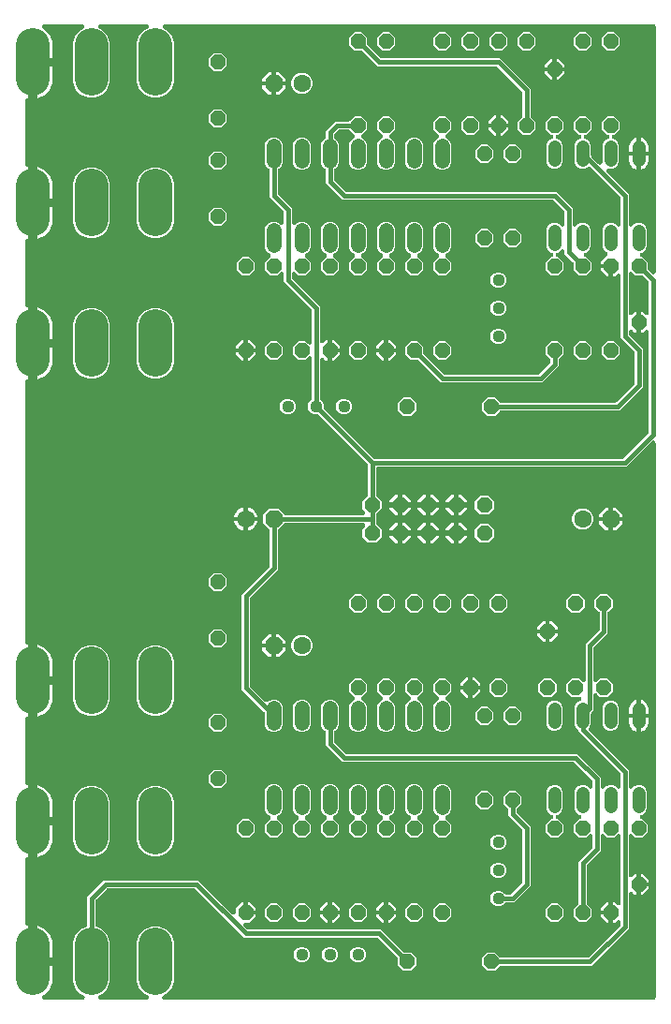
<source format=gbr>
G04 EAGLE Gerber RS-274X export*
G75*
%MOMM*%
%FSLAX34Y34*%
%LPD*%
%INBottom Copper*%
%IPPOS*%
%AMOC8*
5,1,8,0,0,1.08239X$1,22.5*%
G01*
%ADD10P,1.732040X8X202.500000*%
%ADD11C,1.600200*%
%ADD12C,3.048000*%
%ADD13C,1.320800*%
%ADD14C,1.208000*%
%ADD15P,1.429621X8X292.500000*%
%ADD16P,1.429621X8X112.500000*%
%ADD17C,1.117600*%
%ADD18P,1.429621X8X202.500000*%
%ADD19P,1.732040X8X22.500000*%
%ADD20P,1.539592X8X202.500000*%
%ADD21C,0.406400*%

G36*
X61973Y10161D02*
X61973Y10161D01*
X61978Y10161D01*
X62172Y10181D01*
X62370Y10201D01*
X62374Y10202D01*
X62378Y10202D01*
X62566Y10261D01*
X62754Y10319D01*
X62758Y10321D01*
X62763Y10322D01*
X62937Y10418D01*
X63109Y10511D01*
X63112Y10513D01*
X63116Y10516D01*
X63269Y10644D01*
X63418Y10768D01*
X63421Y10772D01*
X63424Y10775D01*
X63549Y10931D01*
X63670Y11082D01*
X63672Y11086D01*
X63675Y11089D01*
X63767Y11270D01*
X63856Y11439D01*
X63857Y11444D01*
X63859Y11448D01*
X63913Y11638D01*
X63967Y11826D01*
X63967Y11831D01*
X63969Y11835D01*
X63984Y12028D01*
X64000Y12228D01*
X63999Y12232D01*
X64000Y12236D01*
X63976Y12430D01*
X63953Y12627D01*
X63952Y12632D01*
X63951Y12636D01*
X63890Y12821D01*
X63828Y13010D01*
X63826Y13014D01*
X63825Y13018D01*
X63728Y13187D01*
X63630Y13361D01*
X63627Y13364D01*
X63625Y13368D01*
X63497Y13515D01*
X63367Y13665D01*
X63363Y13668D01*
X63361Y13672D01*
X63204Y13792D01*
X63049Y13912D01*
X63045Y13914D01*
X63041Y13917D01*
X62746Y14069D01*
X60504Y14998D01*
X55788Y19714D01*
X53235Y25875D01*
X53235Y63025D01*
X55788Y69186D01*
X60504Y73902D01*
X63923Y75319D01*
X65189Y75843D01*
X65209Y75854D01*
X65230Y75861D01*
X65387Y75949D01*
X65544Y76034D01*
X65561Y76048D01*
X65581Y76059D01*
X65717Y76176D01*
X65855Y76290D01*
X65869Y76307D01*
X65886Y76322D01*
X65995Y76463D01*
X66108Y76603D01*
X66119Y76622D01*
X66132Y76640D01*
X66212Y76801D01*
X66295Y76959D01*
X66302Y76980D01*
X66312Y77000D01*
X66358Y77174D01*
X66408Y77346D01*
X66410Y77368D01*
X66416Y77389D01*
X66443Y77720D01*
X66443Y99135D01*
X66441Y99162D01*
X66443Y99189D01*
X66421Y99363D01*
X66403Y99536D01*
X66396Y99561D01*
X66392Y99588D01*
X66337Y99754D01*
X66293Y99895D01*
X66293Y103073D01*
X81077Y117857D01*
X166573Y117857D01*
X196938Y87492D01*
X196945Y87487D01*
X196950Y87480D01*
X197100Y87359D01*
X197249Y87237D01*
X197257Y87233D01*
X197264Y87227D01*
X197435Y87139D01*
X197605Y87049D01*
X197613Y87046D01*
X197621Y87042D01*
X197807Y86989D01*
X197991Y86934D01*
X198000Y86933D01*
X198008Y86931D01*
X198200Y86915D01*
X198392Y86897D01*
X198401Y86898D01*
X198410Y86898D01*
X198599Y86920D01*
X198792Y86941D01*
X198801Y86944D01*
X198809Y86945D01*
X198991Y87004D01*
X199176Y87062D01*
X199184Y87067D01*
X199192Y87069D01*
X199361Y87164D01*
X199528Y87257D01*
X199535Y87263D01*
X199543Y87267D01*
X199689Y87393D01*
X199835Y87518D01*
X199841Y87525D01*
X199848Y87530D01*
X199965Y87682D01*
X200085Y87834D01*
X200089Y87842D01*
X200094Y87849D01*
X200180Y88021D01*
X200267Y88192D01*
X200270Y88201D01*
X200274Y88209D01*
X200324Y88396D01*
X200375Y88580D01*
X200376Y88589D01*
X200378Y88598D01*
X200405Y88929D01*
X200405Y92688D01*
X205762Y98045D01*
X207519Y98045D01*
X207519Y88900D01*
X207520Y88883D01*
X207519Y88865D01*
X207540Y88682D01*
X207558Y88500D01*
X207564Y88483D01*
X207566Y88465D01*
X207623Y88290D01*
X207677Y88115D01*
X207685Y88099D01*
X207691Y88082D01*
X207781Y87922D01*
X207868Y87761D01*
X207880Y87747D01*
X207889Y87732D01*
X208009Y87592D01*
X208126Y87452D01*
X208126Y87451D01*
X208127Y87451D01*
X208140Y87440D01*
X208152Y87427D01*
X208152Y87426D01*
X208297Y87314D01*
X208440Y87199D01*
X208456Y87190D01*
X208470Y87180D01*
X208635Y87098D01*
X208798Y87013D01*
X208815Y87008D01*
X208831Y87000D01*
X209009Y86952D01*
X209185Y86902D01*
X209202Y86900D01*
X209220Y86896D01*
X209550Y86869D01*
X218695Y86869D01*
X218695Y85112D01*
X213338Y79755D01*
X209579Y79755D01*
X209570Y79754D01*
X209561Y79755D01*
X209369Y79734D01*
X209178Y79715D01*
X209169Y79713D01*
X209161Y79712D01*
X208978Y79654D01*
X208793Y79597D01*
X208785Y79593D01*
X208777Y79590D01*
X208608Y79497D01*
X208439Y79405D01*
X208432Y79400D01*
X208424Y79395D01*
X208277Y79270D01*
X208130Y79148D01*
X208124Y79141D01*
X208117Y79135D01*
X207997Y78983D01*
X207877Y78834D01*
X207873Y78826D01*
X207868Y78819D01*
X207780Y78647D01*
X207692Y78477D01*
X207689Y78468D01*
X207685Y78460D01*
X207634Y78274D01*
X207581Y78090D01*
X207580Y78081D01*
X207577Y78072D01*
X207563Y77880D01*
X207548Y77688D01*
X207549Y77680D01*
X207548Y77671D01*
X207572Y77478D01*
X207595Y77289D01*
X207597Y77280D01*
X207598Y77271D01*
X207660Y77088D01*
X207719Y76906D01*
X207724Y76898D01*
X207727Y76890D01*
X207822Y76724D01*
X207917Y76555D01*
X207923Y76548D01*
X207928Y76541D01*
X208142Y76288D01*
X210428Y74002D01*
X210449Y73985D01*
X210467Y73964D01*
X210604Y73858D01*
X210740Y73747D01*
X210764Y73734D01*
X210785Y73718D01*
X210941Y73640D01*
X211096Y73558D01*
X211121Y73550D01*
X211145Y73538D01*
X211314Y73493D01*
X211481Y73443D01*
X211508Y73441D01*
X211534Y73434D01*
X211865Y73407D01*
X331673Y73407D01*
X351906Y53174D01*
X351927Y53157D01*
X351945Y53136D01*
X352082Y53029D01*
X352218Y52919D01*
X352241Y52906D01*
X352263Y52890D01*
X352420Y52812D01*
X352574Y52730D01*
X352599Y52722D01*
X352623Y52710D01*
X352793Y52665D01*
X352959Y52615D01*
X352986Y52613D01*
X353012Y52606D01*
X353343Y52579D01*
X358967Y52579D01*
X363729Y47817D01*
X363729Y41083D01*
X358967Y36321D01*
X352233Y36321D01*
X347471Y41083D01*
X347471Y46707D01*
X347469Y46734D01*
X347471Y46761D01*
X347449Y46935D01*
X347431Y47108D01*
X347424Y47133D01*
X347420Y47160D01*
X347365Y47326D01*
X347313Y47493D01*
X347300Y47516D01*
X347292Y47542D01*
X347205Y47693D01*
X347121Y47847D01*
X347104Y47867D01*
X347091Y47891D01*
X346876Y48144D01*
X329322Y65698D01*
X329301Y65715D01*
X329283Y65736D01*
X329146Y65843D01*
X329010Y65953D01*
X328987Y65966D01*
X328965Y65982D01*
X328808Y66060D01*
X328654Y66142D01*
X328629Y66150D01*
X328605Y66162D01*
X328435Y66207D01*
X328269Y66257D01*
X328242Y66259D01*
X328216Y66266D01*
X327885Y66293D01*
X208077Y66293D01*
X164222Y110148D01*
X164201Y110165D01*
X164183Y110186D01*
X164046Y110293D01*
X163910Y110403D01*
X163887Y110416D01*
X163865Y110432D01*
X163708Y110510D01*
X163554Y110592D01*
X163529Y110600D01*
X163505Y110612D01*
X163335Y110657D01*
X163169Y110707D01*
X163142Y110709D01*
X163116Y110716D01*
X162785Y110743D01*
X84865Y110743D01*
X84838Y110741D01*
X84811Y110743D01*
X84637Y110721D01*
X84464Y110703D01*
X84439Y110696D01*
X84412Y110692D01*
X84246Y110637D01*
X84079Y110585D01*
X84056Y110572D01*
X84030Y110564D01*
X83879Y110477D01*
X83725Y110393D01*
X83705Y110376D01*
X83681Y110363D01*
X83428Y110148D01*
X74152Y100872D01*
X74135Y100851D01*
X74114Y100833D01*
X74007Y100696D01*
X73897Y100560D01*
X73884Y100537D01*
X73868Y100515D01*
X73790Y100358D01*
X73708Y100204D01*
X73700Y100179D01*
X73688Y100155D01*
X73643Y99985D01*
X73593Y99819D01*
X73591Y99792D01*
X73584Y99766D01*
X73557Y99435D01*
X73557Y77720D01*
X73559Y77698D01*
X73557Y77676D01*
X73579Y77498D01*
X73597Y77319D01*
X73603Y77298D01*
X73606Y77276D01*
X73662Y77106D01*
X73715Y76934D01*
X73725Y76915D01*
X73732Y76894D01*
X73821Y76738D01*
X73907Y76580D01*
X73921Y76563D01*
X73932Y76544D01*
X74050Y76408D01*
X74164Y76271D01*
X74182Y76257D01*
X74196Y76240D01*
X74338Y76131D01*
X74478Y76019D01*
X74498Y76009D01*
X74516Y75995D01*
X74811Y75843D01*
X79496Y73902D01*
X84212Y69186D01*
X86765Y63025D01*
X86765Y25875D01*
X84212Y19714D01*
X79496Y14998D01*
X77254Y14069D01*
X77250Y14067D01*
X77246Y14065D01*
X77073Y13972D01*
X76899Y13878D01*
X76895Y13876D01*
X76891Y13873D01*
X76743Y13749D01*
X76588Y13622D01*
X76586Y13619D01*
X76582Y13616D01*
X76459Y13463D01*
X76335Y13309D01*
X76333Y13305D01*
X76330Y13302D01*
X76240Y13128D01*
X76148Y12953D01*
X76146Y12949D01*
X76144Y12945D01*
X76090Y12757D01*
X76035Y12566D01*
X76034Y12562D01*
X76033Y12558D01*
X76017Y12360D01*
X76000Y12165D01*
X76000Y12161D01*
X76000Y12156D01*
X76023Y11962D01*
X76045Y11765D01*
X76047Y11761D01*
X76047Y11757D01*
X76108Y11571D01*
X76168Y11382D01*
X76170Y11378D01*
X76172Y11374D01*
X76269Y11202D01*
X76365Y11030D01*
X76368Y11027D01*
X76370Y11023D01*
X76498Y10875D01*
X76626Y10725D01*
X76630Y10722D01*
X76633Y10718D01*
X76788Y10598D01*
X76943Y10476D01*
X76947Y10474D01*
X76951Y10472D01*
X77129Y10383D01*
X77303Y10296D01*
X77307Y10294D01*
X77312Y10292D01*
X77503Y10241D01*
X77692Y10189D01*
X77696Y10189D01*
X77700Y10188D01*
X78031Y10161D01*
X119969Y10161D01*
X119973Y10161D01*
X119978Y10161D01*
X120172Y10181D01*
X120370Y10201D01*
X120374Y10202D01*
X120378Y10202D01*
X120564Y10260D01*
X120754Y10319D01*
X120758Y10321D01*
X120763Y10322D01*
X120934Y10416D01*
X121108Y10511D01*
X121112Y10513D01*
X121116Y10516D01*
X121267Y10643D01*
X121418Y10768D01*
X121421Y10772D01*
X121424Y10775D01*
X121547Y10929D01*
X121670Y11082D01*
X121672Y11086D01*
X121675Y11089D01*
X121765Y11264D01*
X121856Y11439D01*
X121857Y11444D01*
X121859Y11448D01*
X121912Y11635D01*
X121967Y11826D01*
X121967Y11831D01*
X121969Y11835D01*
X121983Y12028D01*
X122000Y12228D01*
X121999Y12232D01*
X122000Y12236D01*
X121976Y12430D01*
X121953Y12627D01*
X121952Y12632D01*
X121951Y12636D01*
X121890Y12820D01*
X121828Y13010D01*
X121826Y13014D01*
X121824Y13018D01*
X121728Y13188D01*
X121630Y13361D01*
X121627Y13364D01*
X121625Y13368D01*
X121494Y13519D01*
X121367Y13665D01*
X121364Y13668D01*
X121361Y13672D01*
X121204Y13792D01*
X121049Y13912D01*
X121045Y13914D01*
X121041Y13917D01*
X120746Y14069D01*
X118504Y14998D01*
X113788Y19714D01*
X111235Y25875D01*
X111235Y63025D01*
X113788Y69186D01*
X118504Y73902D01*
X124665Y76455D01*
X131335Y76455D01*
X137496Y73902D01*
X142212Y69186D01*
X144765Y63025D01*
X144765Y25875D01*
X142212Y19714D01*
X137496Y14998D01*
X135254Y14069D01*
X135250Y14067D01*
X135246Y14065D01*
X135073Y13972D01*
X134899Y13878D01*
X134895Y13876D01*
X134892Y13873D01*
X134743Y13749D01*
X134589Y13622D01*
X134586Y13619D01*
X134582Y13616D01*
X134459Y13463D01*
X134335Y13309D01*
X134333Y13305D01*
X134330Y13302D01*
X134239Y13127D01*
X134148Y12953D01*
X134146Y12949D01*
X134144Y12945D01*
X134088Y12750D01*
X134035Y12566D01*
X134034Y12562D01*
X134033Y12558D01*
X134017Y12360D01*
X134000Y12165D01*
X134001Y12161D01*
X134000Y12156D01*
X134023Y11959D01*
X134045Y11765D01*
X134047Y11761D01*
X134047Y11757D01*
X134110Y11565D01*
X134168Y11382D01*
X134170Y11378D01*
X134172Y11374D01*
X134269Y11201D01*
X134365Y11030D01*
X134368Y11027D01*
X134370Y11023D01*
X134498Y10874D01*
X134627Y10725D01*
X134630Y10722D01*
X134633Y10718D01*
X134785Y10600D01*
X134944Y10476D01*
X134948Y10474D01*
X134951Y10472D01*
X135126Y10385D01*
X135303Y10296D01*
X135307Y10294D01*
X135312Y10292D01*
X135504Y10241D01*
X135692Y10189D01*
X135696Y10189D01*
X135700Y10188D01*
X136031Y10161D01*
X578358Y10161D01*
X578376Y10163D01*
X578394Y10161D01*
X578576Y10182D01*
X578759Y10201D01*
X578776Y10206D01*
X578793Y10208D01*
X578968Y10265D01*
X579144Y10319D01*
X579159Y10327D01*
X579176Y10333D01*
X579336Y10423D01*
X579498Y10511D01*
X579511Y10522D01*
X579527Y10531D01*
X579666Y10651D01*
X579807Y10768D01*
X579818Y10782D01*
X579832Y10794D01*
X579944Y10939D01*
X580059Y11082D01*
X580067Y11098D01*
X580078Y11112D01*
X580160Y11277D01*
X580245Y11439D01*
X580250Y11456D01*
X580258Y11472D01*
X580305Y11651D01*
X580356Y11826D01*
X580358Y11844D01*
X580362Y11861D01*
X580389Y12192D01*
X580389Y513305D01*
X580388Y513314D01*
X580389Y513323D01*
X580368Y513517D01*
X580349Y513706D01*
X580347Y513714D01*
X580346Y513723D01*
X580287Y513908D01*
X580231Y514091D01*
X580227Y514099D01*
X580224Y514107D01*
X580131Y514276D01*
X580039Y514445D01*
X580034Y514452D01*
X580029Y514460D01*
X579905Y514607D01*
X579782Y514754D01*
X579775Y514760D01*
X579769Y514767D01*
X579617Y514886D01*
X579468Y515007D01*
X579460Y515011D01*
X579453Y515016D01*
X579280Y515104D01*
X579111Y515192D01*
X579102Y515195D01*
X579094Y515199D01*
X578908Y515251D01*
X578724Y515303D01*
X578715Y515304D01*
X578706Y515307D01*
X578513Y515321D01*
X578322Y515336D01*
X578314Y515335D01*
X578305Y515336D01*
X578112Y515312D01*
X577923Y515289D01*
X577914Y515287D01*
X577905Y515286D01*
X577722Y515224D01*
X577540Y515165D01*
X577532Y515160D01*
X577524Y515157D01*
X577357Y515061D01*
X577189Y514967D01*
X577182Y514961D01*
X577175Y514956D01*
X576922Y514742D01*
X556602Y494422D01*
X553923Y491743D01*
X329438Y491743D01*
X329420Y491741D01*
X329402Y491743D01*
X329220Y491722D01*
X329037Y491703D01*
X329020Y491698D01*
X329003Y491696D01*
X328828Y491639D01*
X328652Y491585D01*
X328637Y491577D01*
X328620Y491571D01*
X328460Y491481D01*
X328298Y491393D01*
X328285Y491382D01*
X328269Y491373D01*
X328130Y491253D01*
X327989Y491136D01*
X327978Y491122D01*
X327964Y491110D01*
X327852Y490965D01*
X327737Y490822D01*
X327729Y490806D01*
X327718Y490792D01*
X327636Y490627D01*
X327551Y490465D01*
X327546Y490448D01*
X327538Y490432D01*
X327491Y490253D01*
X327440Y490078D01*
X327438Y490060D01*
X327434Y490043D01*
X327407Y489712D01*
X327407Y466699D01*
X327409Y466672D01*
X327407Y466645D01*
X327429Y466472D01*
X327447Y466298D01*
X327454Y466273D01*
X327458Y466246D01*
X327514Y466080D01*
X327565Y465913D01*
X327578Y465890D01*
X327586Y465864D01*
X327673Y465713D01*
X327757Y465559D01*
X327774Y465539D01*
X327787Y465515D01*
X328002Y465262D01*
X332487Y460777D01*
X332487Y453623D01*
X328002Y449138D01*
X327985Y449117D01*
X327964Y449099D01*
X327857Y448961D01*
X327747Y448826D01*
X327734Y448802D01*
X327718Y448781D01*
X327640Y448625D01*
X327558Y448470D01*
X327550Y448445D01*
X327538Y448421D01*
X327493Y448251D01*
X327443Y448084D01*
X327441Y448058D01*
X327434Y448032D01*
X327407Y447701D01*
X327407Y441299D01*
X327409Y441272D01*
X327407Y441245D01*
X327429Y441072D01*
X327447Y440898D01*
X327454Y440873D01*
X327458Y440846D01*
X327514Y440680D01*
X327565Y440513D01*
X327578Y440490D01*
X327586Y440464D01*
X327673Y440313D01*
X327757Y440159D01*
X327774Y440139D01*
X327787Y440115D01*
X328002Y439862D01*
X332487Y435377D01*
X332487Y428223D01*
X327427Y423163D01*
X320273Y423163D01*
X315213Y428223D01*
X315213Y435377D01*
X317312Y437476D01*
X317317Y437483D01*
X317324Y437488D01*
X317444Y437638D01*
X317567Y437787D01*
X317571Y437795D01*
X317576Y437802D01*
X317664Y437971D01*
X317755Y438143D01*
X317758Y438152D01*
X317762Y438159D01*
X317815Y438344D01*
X317870Y438529D01*
X317871Y438538D01*
X317873Y438546D01*
X317889Y438737D01*
X317906Y438930D01*
X317905Y438939D01*
X317906Y438948D01*
X317884Y439137D01*
X317863Y439330D01*
X317860Y439339D01*
X317859Y439347D01*
X317800Y439529D01*
X317742Y439714D01*
X317737Y439722D01*
X317734Y439730D01*
X317639Y439899D01*
X317547Y440066D01*
X317541Y440073D01*
X317537Y440081D01*
X317411Y440227D01*
X317286Y440373D01*
X317279Y440379D01*
X317273Y440386D01*
X317122Y440503D01*
X316970Y440623D01*
X316962Y440627D01*
X316955Y440632D01*
X316783Y440718D01*
X316611Y440805D01*
X316603Y440808D01*
X316595Y440812D01*
X316409Y440862D01*
X316223Y440913D01*
X316215Y440914D01*
X316206Y440916D01*
X315875Y440943D01*
X245706Y440943D01*
X245679Y440941D01*
X245653Y440943D01*
X245479Y440921D01*
X245305Y440903D01*
X245280Y440896D01*
X245253Y440892D01*
X245088Y440837D01*
X244921Y440785D01*
X244897Y440772D01*
X244872Y440764D01*
X244720Y440677D01*
X244566Y440593D01*
X244546Y440576D01*
X244523Y440563D01*
X244270Y440348D01*
X239102Y435180D01*
X239085Y435160D01*
X239064Y435142D01*
X238957Y435004D01*
X238847Y434869D01*
X238834Y434845D01*
X238818Y434824D01*
X238740Y434667D01*
X238658Y434513D01*
X238650Y434488D01*
X238638Y434463D01*
X238593Y434294D01*
X238543Y434127D01*
X238541Y434101D01*
X238534Y434075D01*
X238507Y433744D01*
X238507Y398577D01*
X213702Y373772D01*
X213685Y373751D01*
X213664Y373733D01*
X213557Y373596D01*
X213447Y373460D01*
X213434Y373437D01*
X213418Y373415D01*
X213340Y373258D01*
X213258Y373104D01*
X213250Y373079D01*
X213238Y373055D01*
X213193Y372885D01*
X213143Y372719D01*
X213141Y372692D01*
X213134Y372666D01*
X213107Y372335D01*
X213107Y294415D01*
X213109Y294388D01*
X213107Y294361D01*
X213129Y294187D01*
X213147Y294014D01*
X213154Y293989D01*
X213158Y293962D01*
X213213Y293796D01*
X213265Y293629D01*
X213278Y293606D01*
X213286Y293580D01*
X213373Y293429D01*
X213457Y293275D01*
X213474Y293255D01*
X213487Y293231D01*
X213702Y292978D01*
X226979Y279701D01*
X226993Y279690D01*
X227004Y279676D01*
X227149Y279562D01*
X227290Y279446D01*
X227306Y279438D01*
X227320Y279427D01*
X227484Y279343D01*
X227646Y279257D01*
X227663Y279252D01*
X227679Y279244D01*
X227856Y279195D01*
X228032Y279143D01*
X228050Y279141D01*
X228067Y279136D01*
X228250Y279123D01*
X228433Y279106D01*
X228451Y279108D01*
X228468Y279107D01*
X228650Y279130D01*
X228833Y279150D01*
X228850Y279155D01*
X228868Y279157D01*
X229041Y279216D01*
X229217Y279271D01*
X229233Y279280D01*
X229250Y279286D01*
X229409Y279378D01*
X229569Y279466D01*
X229583Y279478D01*
X229598Y279487D01*
X229851Y279701D01*
X230345Y280195D01*
X231021Y280475D01*
X233333Y281433D01*
X236567Y281433D01*
X239555Y280195D01*
X241841Y277909D01*
X243079Y274921D01*
X243079Y258479D01*
X241841Y255491D01*
X239555Y253205D01*
X236567Y251967D01*
X233333Y251967D01*
X230345Y253205D01*
X228059Y255491D01*
X226821Y258479D01*
X226821Y268957D01*
X226819Y268984D01*
X226821Y269011D01*
X226799Y269185D01*
X226781Y269358D01*
X226774Y269383D01*
X226770Y269410D01*
X226715Y269576D01*
X226663Y269743D01*
X226650Y269766D01*
X226642Y269792D01*
X226555Y269943D01*
X226471Y270097D01*
X226454Y270117D01*
X226441Y270141D01*
X226226Y270394D01*
X205993Y290627D01*
X205993Y376123D01*
X230798Y400928D01*
X230815Y400949D01*
X230836Y400967D01*
X230943Y401104D01*
X231053Y401240D01*
X231066Y401263D01*
X231082Y401285D01*
X231160Y401442D01*
X231242Y401596D01*
X231250Y401621D01*
X231262Y401645D01*
X231307Y401815D01*
X231357Y401981D01*
X231359Y402008D01*
X231366Y402034D01*
X231393Y402365D01*
X231393Y433744D01*
X231391Y433771D01*
X231393Y433797D01*
X231371Y433971D01*
X231353Y434145D01*
X231346Y434170D01*
X231342Y434197D01*
X231287Y434362D01*
X231235Y434529D01*
X231222Y434553D01*
X231214Y434578D01*
X231127Y434730D01*
X231043Y434884D01*
X231026Y434904D01*
X231013Y434927D01*
X230798Y435180D01*
X225424Y440554D01*
X225424Y448446D01*
X231004Y454026D01*
X238896Y454026D01*
X244270Y448652D01*
X244290Y448635D01*
X244308Y448614D01*
X244446Y448507D01*
X244581Y448397D01*
X244605Y448384D01*
X244626Y448368D01*
X244783Y448290D01*
X244937Y448208D01*
X244962Y448200D01*
X244987Y448188D01*
X245156Y448143D01*
X245323Y448093D01*
X245349Y448091D01*
X245375Y448084D01*
X245706Y448057D01*
X315875Y448057D01*
X315884Y448058D01*
X315893Y448057D01*
X316085Y448078D01*
X316276Y448097D01*
X316284Y448099D01*
X316293Y448100D01*
X316476Y448158D01*
X316661Y448215D01*
X316669Y448219D01*
X316677Y448222D01*
X316845Y448314D01*
X317015Y448407D01*
X317022Y448412D01*
X317029Y448417D01*
X317176Y448541D01*
X317324Y448664D01*
X317330Y448671D01*
X317336Y448677D01*
X317454Y448826D01*
X317576Y448978D01*
X317581Y448986D01*
X317586Y448993D01*
X317674Y449166D01*
X317762Y449335D01*
X317764Y449344D01*
X317768Y449352D01*
X317820Y449538D01*
X317873Y449722D01*
X317874Y449731D01*
X317876Y449740D01*
X317891Y449933D01*
X317906Y450124D01*
X317905Y450132D01*
X317906Y450141D01*
X317881Y450334D01*
X317859Y450523D01*
X317857Y450532D01*
X317855Y450541D01*
X317794Y450723D01*
X317734Y450906D01*
X317730Y450914D01*
X317727Y450922D01*
X317632Y451088D01*
X317537Y451257D01*
X317531Y451264D01*
X317526Y451271D01*
X317312Y451524D01*
X315213Y453623D01*
X315213Y460777D01*
X319698Y465262D01*
X319715Y465283D01*
X319736Y465301D01*
X319843Y465439D01*
X319953Y465574D01*
X319966Y465598D01*
X319982Y465619D01*
X320060Y465775D01*
X320142Y465930D01*
X320150Y465955D01*
X320162Y465979D01*
X320207Y466149D01*
X320257Y466316D01*
X320259Y466342D01*
X320266Y466368D01*
X320293Y466699D01*
X320293Y492985D01*
X320291Y493012D01*
X320293Y493039D01*
X320271Y493213D01*
X320253Y493386D01*
X320246Y493411D01*
X320242Y493438D01*
X320187Y493604D01*
X320135Y493771D01*
X320122Y493794D01*
X320114Y493820D01*
X320027Y493971D01*
X319943Y494125D01*
X319926Y494145D01*
X319913Y494169D01*
X319698Y494422D01*
X275728Y538392D01*
X275707Y538409D01*
X275690Y538430D01*
X275552Y538537D01*
X275416Y538647D01*
X275393Y538660D01*
X275371Y538676D01*
X275214Y538754D01*
X275060Y538836D01*
X275035Y538844D01*
X275011Y538856D01*
X274841Y538901D01*
X274675Y538951D01*
X274648Y538953D01*
X274622Y538960D01*
X274291Y538987D01*
X271635Y538987D01*
X269021Y540070D01*
X267020Y542071D01*
X265937Y544685D01*
X265937Y547515D01*
X267020Y550129D01*
X268898Y552007D01*
X268915Y552028D01*
X268936Y552045D01*
X269043Y552183D01*
X269153Y552319D01*
X269166Y552342D01*
X269182Y552364D01*
X269260Y552520D01*
X269342Y552674D01*
X269350Y552700D01*
X269362Y552724D01*
X269407Y552893D01*
X269457Y553060D01*
X269459Y553087D01*
X269466Y553113D01*
X269493Y553444D01*
X269493Y589644D01*
X269492Y589652D01*
X269493Y589661D01*
X269472Y589853D01*
X269453Y590044D01*
X269451Y590053D01*
X269450Y590062D01*
X269392Y590244D01*
X269335Y590429D01*
X269331Y590437D01*
X269328Y590446D01*
X269235Y590614D01*
X269143Y590783D01*
X269138Y590790D01*
X269133Y590798D01*
X269009Y590945D01*
X268886Y591092D01*
X268879Y591098D01*
X268873Y591105D01*
X268722Y591224D01*
X268572Y591345D01*
X268564Y591349D01*
X268557Y591354D01*
X268384Y591442D01*
X268215Y591530D01*
X268206Y591533D01*
X268198Y591537D01*
X268012Y591589D01*
X267828Y591642D01*
X267819Y591642D01*
X267810Y591645D01*
X267617Y591659D01*
X267426Y591675D01*
X267418Y591674D01*
X267409Y591674D01*
X267216Y591650D01*
X267027Y591628D01*
X267018Y591625D01*
X267009Y591624D01*
X266826Y591562D01*
X266644Y591503D01*
X266636Y591498D01*
X266628Y591496D01*
X266462Y591400D01*
X266293Y591305D01*
X266286Y591299D01*
X266279Y591295D01*
X266026Y591080D01*
X263717Y588771D01*
X256983Y588771D01*
X252221Y593533D01*
X252221Y600267D01*
X256983Y605029D01*
X263717Y605029D01*
X266026Y602720D01*
X266033Y602714D01*
X266038Y602708D01*
X266188Y602587D01*
X266337Y602465D01*
X266345Y602461D01*
X266352Y602455D01*
X266522Y602367D01*
X266693Y602276D01*
X266702Y602274D01*
X266709Y602270D01*
X266894Y602217D01*
X267079Y602162D01*
X267088Y602161D01*
X267096Y602158D01*
X267287Y602143D01*
X267480Y602125D01*
X267489Y602126D01*
X267498Y602125D01*
X267687Y602148D01*
X267880Y602169D01*
X267889Y602171D01*
X267897Y602172D01*
X268079Y602232D01*
X268264Y602290D01*
X268272Y602294D01*
X268280Y602297D01*
X268449Y602392D01*
X268616Y602485D01*
X268623Y602491D01*
X268631Y602495D01*
X268777Y602621D01*
X268923Y602745D01*
X268929Y602752D01*
X268936Y602758D01*
X269053Y602910D01*
X269173Y603061D01*
X269177Y603069D01*
X269182Y603076D01*
X269268Y603248D01*
X269355Y603420D01*
X269358Y603429D01*
X269362Y603437D01*
X269411Y603621D01*
X269463Y603808D01*
X269464Y603817D01*
X269466Y603826D01*
X269493Y604156D01*
X269493Y632685D01*
X269491Y632712D01*
X269493Y632739D01*
X269471Y632913D01*
X269453Y633086D01*
X269446Y633111D01*
X269442Y633138D01*
X269387Y633304D01*
X269335Y633471D01*
X269322Y633494D01*
X269314Y633520D01*
X269227Y633671D01*
X269143Y633825D01*
X269126Y633845D01*
X269113Y633869D01*
X268898Y634122D01*
X244093Y658927D01*
X244093Y665844D01*
X244092Y665852D01*
X244093Y665861D01*
X244072Y666053D01*
X244053Y666244D01*
X244051Y666253D01*
X244050Y666262D01*
X243992Y666444D01*
X243935Y666629D01*
X243931Y666637D01*
X243928Y666646D01*
X243836Y666812D01*
X243743Y666983D01*
X243738Y666990D01*
X243733Y666998D01*
X243609Y667145D01*
X243486Y667292D01*
X243479Y667298D01*
X243473Y667305D01*
X243323Y667423D01*
X243172Y667545D01*
X243164Y667549D01*
X243157Y667554D01*
X242984Y667642D01*
X242815Y667730D01*
X242806Y667733D01*
X242798Y667737D01*
X242612Y667789D01*
X242428Y667842D01*
X242419Y667842D01*
X242410Y667845D01*
X242217Y667859D01*
X242026Y667875D01*
X242018Y667874D01*
X242009Y667874D01*
X241816Y667850D01*
X241627Y667828D01*
X241618Y667825D01*
X241609Y667824D01*
X241426Y667762D01*
X241244Y667703D01*
X241236Y667698D01*
X241228Y667696D01*
X241062Y667600D01*
X240893Y667505D01*
X240886Y667499D01*
X240879Y667495D01*
X240626Y667280D01*
X238317Y664971D01*
X231583Y664971D01*
X226821Y669733D01*
X226821Y676467D01*
X231741Y681387D01*
X231750Y681397D01*
X231760Y681406D01*
X231877Y681553D01*
X231996Y681698D01*
X232002Y681710D01*
X232011Y681721D01*
X232096Y681887D01*
X232185Y682054D01*
X232189Y682067D01*
X232195Y682079D01*
X232246Y682259D01*
X232299Y682440D01*
X232301Y682453D01*
X232304Y682466D01*
X232319Y682652D01*
X232336Y682841D01*
X232334Y682854D01*
X232335Y682867D01*
X232313Y683052D01*
X232292Y683241D01*
X232288Y683254D01*
X232287Y683267D01*
X232228Y683444D01*
X232171Y683625D01*
X232164Y683637D01*
X232160Y683649D01*
X232067Y683812D01*
X231976Y683977D01*
X231968Y683987D01*
X231961Y683999D01*
X231837Y684141D01*
X231716Y684284D01*
X231705Y684293D01*
X231696Y684303D01*
X231548Y684417D01*
X231400Y684534D01*
X231388Y684540D01*
X231377Y684548D01*
X231082Y684700D01*
X230345Y685005D01*
X228059Y687291D01*
X226821Y690279D01*
X226821Y706721D01*
X228059Y709709D01*
X230345Y711995D01*
X233088Y713131D01*
X233333Y713233D01*
X236567Y713233D01*
X239555Y711995D01*
X240626Y710924D01*
X240633Y710918D01*
X240638Y710912D01*
X240789Y710790D01*
X240937Y710669D01*
X240945Y710665D01*
X240952Y710659D01*
X241122Y710571D01*
X241293Y710480D01*
X241302Y710478D01*
X241309Y710474D01*
X241494Y710421D01*
X241679Y710366D01*
X241688Y710365D01*
X241696Y710362D01*
X241887Y710347D01*
X242080Y710329D01*
X242089Y710330D01*
X242098Y710329D01*
X242287Y710352D01*
X242480Y710373D01*
X242489Y710375D01*
X242497Y710376D01*
X242679Y710436D01*
X242864Y710494D01*
X242872Y710498D01*
X242880Y710501D01*
X243047Y710595D01*
X243216Y710689D01*
X243223Y710695D01*
X243231Y710699D01*
X243376Y710824D01*
X243523Y710949D01*
X243529Y710956D01*
X243536Y710962D01*
X243652Y711113D01*
X243773Y711265D01*
X243777Y711273D01*
X243782Y711280D01*
X243867Y711451D01*
X243955Y711624D01*
X243958Y711633D01*
X243962Y711641D01*
X244011Y711826D01*
X244063Y712012D01*
X244064Y712021D01*
X244066Y712030D01*
X244093Y712360D01*
X244093Y721585D01*
X244091Y721612D01*
X244093Y721639D01*
X244071Y721812D01*
X244053Y721986D01*
X244046Y722011D01*
X244042Y722038D01*
X243987Y722204D01*
X243935Y722371D01*
X243922Y722394D01*
X243914Y722420D01*
X243827Y722571D01*
X243743Y722725D01*
X243726Y722745D01*
X243713Y722769D01*
X243498Y723022D01*
X231393Y735127D01*
X231393Y759414D01*
X231391Y759436D01*
X231393Y759458D01*
X231371Y759635D01*
X231353Y759814D01*
X231347Y759835D01*
X231344Y759858D01*
X231288Y760027D01*
X231235Y760199D01*
X231225Y760219D01*
X231218Y760240D01*
X231129Y760395D01*
X231043Y760553D01*
X231029Y760570D01*
X231018Y760590D01*
X230900Y760725D01*
X230786Y760862D01*
X230768Y760876D01*
X230754Y760893D01*
X230612Y761002D01*
X230472Y761115D01*
X230452Y761125D01*
X230434Y761139D01*
X230388Y761163D01*
X228059Y763491D01*
X226821Y766479D01*
X226821Y782921D01*
X228059Y785909D01*
X230345Y788195D01*
X233333Y789433D01*
X236567Y789433D01*
X239555Y788195D01*
X241841Y785909D01*
X243079Y782921D01*
X243079Y766479D01*
X241841Y763491D01*
X239501Y761151D01*
X239406Y761100D01*
X239389Y761086D01*
X239369Y761075D01*
X239234Y760958D01*
X239095Y760844D01*
X239081Y760826D01*
X239064Y760812D01*
X238955Y760670D01*
X238842Y760531D01*
X238831Y760511D01*
X238818Y760494D01*
X238738Y760333D01*
X238655Y760174D01*
X238648Y760153D01*
X238638Y760133D01*
X238592Y759959D01*
X238542Y759788D01*
X238540Y759766D01*
X238534Y759744D01*
X238507Y759414D01*
X238507Y738915D01*
X238509Y738888D01*
X238507Y738861D01*
X238529Y738687D01*
X238547Y738514D01*
X238554Y738489D01*
X238558Y738462D01*
X238613Y738296D01*
X238665Y738129D01*
X238678Y738106D01*
X238686Y738080D01*
X238773Y737929D01*
X238857Y737775D01*
X238874Y737755D01*
X238887Y737731D01*
X239102Y737478D01*
X251207Y725373D01*
X251207Y712360D01*
X251208Y712352D01*
X251207Y712343D01*
X251228Y712151D01*
X251247Y711960D01*
X251249Y711951D01*
X251250Y711942D01*
X251308Y711760D01*
X251365Y711575D01*
X251369Y711567D01*
X251372Y711558D01*
X251465Y711390D01*
X251557Y711221D01*
X251562Y711214D01*
X251567Y711206D01*
X251692Y711058D01*
X251814Y710912D01*
X251821Y710906D01*
X251827Y710899D01*
X251978Y710780D01*
X252128Y710659D01*
X252136Y710655D01*
X252143Y710650D01*
X252314Y710563D01*
X252485Y710474D01*
X252494Y710471D01*
X252502Y710467D01*
X252688Y710415D01*
X252872Y710362D01*
X252881Y710362D01*
X252890Y710359D01*
X253082Y710345D01*
X253274Y710329D01*
X253282Y710330D01*
X253291Y710330D01*
X253484Y710354D01*
X253673Y710376D01*
X253682Y710379D01*
X253691Y710380D01*
X253874Y710442D01*
X254056Y710501D01*
X254064Y710506D01*
X254072Y710508D01*
X254238Y710604D01*
X254407Y710699D01*
X254414Y710705D01*
X254421Y710709D01*
X254674Y710924D01*
X255745Y711995D01*
X258488Y713131D01*
X258733Y713233D01*
X261967Y713233D01*
X264955Y711995D01*
X267241Y709709D01*
X268479Y706721D01*
X268479Y690279D01*
X267241Y687291D01*
X264955Y685005D01*
X264218Y684700D01*
X264206Y684693D01*
X264193Y684689D01*
X264029Y684598D01*
X263863Y684510D01*
X263853Y684501D01*
X263841Y684494D01*
X263698Y684373D01*
X263553Y684253D01*
X263544Y684243D01*
X263534Y684234D01*
X263417Y684086D01*
X263299Y683940D01*
X263293Y683929D01*
X263284Y683918D01*
X263199Y683750D01*
X263112Y683584D01*
X263108Y683571D01*
X263102Y683559D01*
X263051Y683377D01*
X262999Y683198D01*
X262998Y683184D01*
X262994Y683171D01*
X262980Y682983D01*
X262964Y682796D01*
X262966Y682783D01*
X262965Y682770D01*
X262989Y682581D01*
X263009Y682396D01*
X263013Y682384D01*
X263015Y682370D01*
X263075Y682191D01*
X263133Y682013D01*
X263139Y682001D01*
X263143Y681989D01*
X263238Y681824D01*
X263329Y681662D01*
X263338Y681651D01*
X263344Y681640D01*
X263559Y681387D01*
X268479Y676467D01*
X268479Y669733D01*
X263717Y664971D01*
X256983Y664971D01*
X254674Y667280D01*
X254667Y667286D01*
X254662Y667292D01*
X254512Y667413D01*
X254363Y667535D01*
X254355Y667539D01*
X254348Y667545D01*
X254178Y667633D01*
X254007Y667724D01*
X253998Y667726D01*
X253991Y667730D01*
X253806Y667783D01*
X253621Y667838D01*
X253612Y667839D01*
X253604Y667842D01*
X253413Y667857D01*
X253220Y667875D01*
X253211Y667874D01*
X253202Y667875D01*
X253013Y667852D01*
X252820Y667831D01*
X252811Y667829D01*
X252803Y667828D01*
X252621Y667768D01*
X252436Y667710D01*
X252428Y667706D01*
X252420Y667703D01*
X252251Y667608D01*
X252084Y667515D01*
X252077Y667509D01*
X252069Y667505D01*
X251923Y667379D01*
X251777Y667255D01*
X251771Y667248D01*
X251764Y667242D01*
X251647Y667090D01*
X251527Y666939D01*
X251523Y666931D01*
X251518Y666924D01*
X251432Y666752D01*
X251345Y666580D01*
X251342Y666571D01*
X251338Y666563D01*
X251288Y666377D01*
X251237Y666192D01*
X251236Y666183D01*
X251234Y666174D01*
X251207Y665844D01*
X251207Y662715D01*
X251209Y662688D01*
X251207Y662661D01*
X251229Y662487D01*
X251247Y662314D01*
X251254Y662289D01*
X251258Y662262D01*
X251313Y662096D01*
X251365Y661929D01*
X251378Y661906D01*
X251386Y661880D01*
X251473Y661729D01*
X251557Y661575D01*
X251574Y661555D01*
X251587Y661531D01*
X251802Y661278D01*
X276607Y636473D01*
X276607Y605593D01*
X276608Y605584D01*
X276607Y605575D01*
X276628Y605384D01*
X276647Y605193D01*
X276649Y605184D01*
X276650Y605175D01*
X276708Y604993D01*
X276765Y604808D01*
X276769Y604800D01*
X276772Y604791D01*
X276865Y604623D01*
X276957Y604454D01*
X276962Y604447D01*
X276967Y604439D01*
X277091Y604292D01*
X277214Y604144D01*
X277221Y604139D01*
X277227Y604132D01*
X277378Y604013D01*
X277528Y603892D01*
X277536Y603888D01*
X277543Y603882D01*
X277716Y603795D01*
X277885Y603707D01*
X277894Y603704D01*
X277902Y603700D01*
X278088Y603648D01*
X278272Y603595D01*
X278281Y603594D01*
X278290Y603592D01*
X278483Y603578D01*
X278674Y603562D01*
X278682Y603563D01*
X278691Y603563D01*
X278884Y603587D01*
X279073Y603609D01*
X279082Y603612D01*
X279091Y603613D01*
X279274Y603674D01*
X279456Y603734D01*
X279464Y603738D01*
X279472Y603741D01*
X279638Y603837D01*
X279807Y603932D01*
X279814Y603938D01*
X279821Y603942D01*
X280074Y604157D01*
X281962Y606045D01*
X283719Y606045D01*
X283719Y596900D01*
X283719Y587755D01*
X281962Y587755D01*
X280074Y589643D01*
X280067Y589649D01*
X280062Y589656D01*
X279912Y589776D01*
X279763Y589898D01*
X279755Y589902D01*
X279748Y589908D01*
X279578Y589996D01*
X279407Y590087D01*
X279398Y590089D01*
X279391Y590093D01*
X279206Y590147D01*
X279021Y590202D01*
X279012Y590202D01*
X279004Y590205D01*
X278813Y590221D01*
X278620Y590238D01*
X278611Y590237D01*
X278602Y590238D01*
X278413Y590216D01*
X278220Y590195D01*
X278211Y590192D01*
X278203Y590191D01*
X278021Y590131D01*
X277836Y590073D01*
X277828Y590069D01*
X277820Y590066D01*
X277651Y589971D01*
X277484Y589878D01*
X277477Y589873D01*
X277469Y589868D01*
X277323Y589742D01*
X277177Y589618D01*
X277171Y589611D01*
X277164Y589605D01*
X277047Y589454D01*
X276927Y589302D01*
X276923Y589294D01*
X276918Y589287D01*
X276832Y589115D01*
X276745Y588943D01*
X276742Y588934D01*
X276738Y588926D01*
X276688Y588740D01*
X276637Y588555D01*
X276636Y588546D01*
X276634Y588538D01*
X276607Y588207D01*
X276607Y553444D01*
X276609Y553417D01*
X276607Y553390D01*
X276629Y553216D01*
X276647Y553043D01*
X276654Y553017D01*
X276658Y552991D01*
X276713Y552825D01*
X276765Y552658D01*
X276778Y552634D01*
X276786Y552609D01*
X276873Y552457D01*
X276957Y552304D01*
X276974Y552284D01*
X276987Y552260D01*
X277202Y552007D01*
X279080Y550129D01*
X280163Y547515D01*
X280163Y544859D01*
X280165Y544832D01*
X280163Y544805D01*
X280185Y544631D01*
X280203Y544458D01*
X280210Y544432D01*
X280214Y544406D01*
X280269Y544240D01*
X280321Y544073D01*
X280334Y544049D01*
X280342Y544024D01*
X280429Y543873D01*
X280513Y543719D01*
X280530Y543699D01*
X280543Y543675D01*
X280758Y543422D01*
X324728Y499452D01*
X324749Y499435D01*
X324767Y499414D01*
X324904Y499307D01*
X325040Y499197D01*
X325063Y499184D01*
X325085Y499168D01*
X325242Y499090D01*
X325396Y499008D01*
X325421Y499000D01*
X325445Y498988D01*
X325615Y498943D01*
X325781Y498893D01*
X325808Y498891D01*
X325834Y498884D01*
X326165Y498857D01*
X550135Y498857D01*
X550162Y498859D01*
X550189Y498857D01*
X550363Y498879D01*
X550536Y498897D01*
X550561Y498904D01*
X550588Y498908D01*
X550754Y498963D01*
X550921Y499015D01*
X550944Y499028D01*
X550970Y499036D01*
X551121Y499123D01*
X551275Y499207D01*
X551295Y499224D01*
X551319Y499237D01*
X551572Y499452D01*
X573698Y521578D01*
X573715Y521599D01*
X573736Y521617D01*
X573843Y521754D01*
X573953Y521890D01*
X573966Y521913D01*
X573982Y521935D01*
X574060Y522092D01*
X574142Y522246D01*
X574150Y522271D01*
X574162Y522295D01*
X574207Y522465D01*
X574257Y522631D01*
X574259Y522658D01*
X574266Y522684D01*
X574293Y523015D01*
X574293Y613607D01*
X574292Y613616D01*
X574293Y613625D01*
X574272Y613816D01*
X574253Y614007D01*
X574251Y614016D01*
X574250Y614025D01*
X574192Y614207D01*
X574135Y614392D01*
X574131Y614400D01*
X574128Y614409D01*
X574035Y614577D01*
X573943Y614746D01*
X573938Y614753D01*
X573933Y614761D01*
X573809Y614908D01*
X573686Y615056D01*
X573679Y615061D01*
X573673Y615068D01*
X573522Y615187D01*
X573372Y615308D01*
X573364Y615312D01*
X573357Y615318D01*
X573184Y615405D01*
X573015Y615493D01*
X573006Y615496D01*
X572998Y615500D01*
X572812Y615552D01*
X572628Y615605D01*
X572619Y615606D01*
X572610Y615608D01*
X572417Y615622D01*
X572226Y615638D01*
X572218Y615637D01*
X572209Y615637D01*
X572016Y615613D01*
X571827Y615591D01*
X571818Y615588D01*
X571809Y615587D01*
X571626Y615526D01*
X571444Y615466D01*
X571436Y615462D01*
X571428Y615459D01*
X571262Y615363D01*
X571093Y615268D01*
X571086Y615262D01*
X571079Y615258D01*
X570826Y615043D01*
X568938Y613155D01*
X567181Y613155D01*
X567181Y622300D01*
X567181Y631445D01*
X568938Y631445D01*
X570826Y629557D01*
X570833Y629551D01*
X570838Y629544D01*
X570988Y629424D01*
X571137Y629302D01*
X571145Y629298D01*
X571152Y629292D01*
X571322Y629204D01*
X571493Y629113D01*
X571502Y629111D01*
X571509Y629107D01*
X571694Y629053D01*
X571879Y628998D01*
X571888Y628998D01*
X571896Y628995D01*
X572087Y628979D01*
X572280Y628962D01*
X572289Y628963D01*
X572298Y628962D01*
X572487Y628984D01*
X572680Y629005D01*
X572689Y629008D01*
X572697Y629009D01*
X572879Y629069D01*
X573064Y629127D01*
X573072Y629131D01*
X573080Y629134D01*
X573249Y629229D01*
X573416Y629322D01*
X573423Y629327D01*
X573431Y629332D01*
X573577Y629458D01*
X573723Y629582D01*
X573729Y629589D01*
X573736Y629595D01*
X573853Y629746D01*
X573973Y629898D01*
X573977Y629906D01*
X573982Y629913D01*
X574068Y630085D01*
X574155Y630257D01*
X574158Y630266D01*
X574162Y630274D01*
X574212Y630460D01*
X574263Y630645D01*
X574264Y630654D01*
X574266Y630662D01*
X574293Y630993D01*
X574293Y658085D01*
X574291Y658112D01*
X574293Y658139D01*
X574271Y658313D01*
X574253Y658486D01*
X574246Y658511D01*
X574242Y658538D01*
X574187Y658704D01*
X574135Y658871D01*
X574122Y658895D01*
X574114Y658920D01*
X574027Y659071D01*
X573943Y659225D01*
X573926Y659245D01*
X573913Y659269D01*
X573698Y659522D01*
X568844Y664376D01*
X568823Y664393D01*
X568806Y664414D01*
X568668Y664521D01*
X568532Y664631D01*
X568509Y664644D01*
X568487Y664660D01*
X568331Y664738D01*
X568177Y664820D01*
X568151Y664828D01*
X568127Y664840D01*
X567958Y664885D01*
X567791Y664935D01*
X567764Y664937D01*
X567738Y664944D01*
X567407Y664971D01*
X561783Y664971D01*
X559474Y667280D01*
X559467Y667286D01*
X559462Y667292D01*
X559312Y667413D01*
X559163Y667535D01*
X559155Y667539D01*
X559148Y667545D01*
X558978Y667633D01*
X558807Y667724D01*
X558798Y667726D01*
X558791Y667730D01*
X558606Y667783D01*
X558421Y667838D01*
X558412Y667839D01*
X558404Y667842D01*
X558213Y667857D01*
X558020Y667875D01*
X558011Y667874D01*
X558002Y667875D01*
X557813Y667852D01*
X557620Y667831D01*
X557611Y667829D01*
X557603Y667828D01*
X557421Y667768D01*
X557236Y667710D01*
X557228Y667706D01*
X557220Y667703D01*
X557051Y667608D01*
X556884Y667515D01*
X556877Y667509D01*
X556869Y667505D01*
X556723Y667379D01*
X556577Y667255D01*
X556571Y667248D01*
X556564Y667242D01*
X556447Y667090D01*
X556327Y666939D01*
X556323Y666931D01*
X556318Y666924D01*
X556232Y666752D01*
X556145Y666580D01*
X556142Y666571D01*
X556138Y666563D01*
X556088Y666377D01*
X556037Y666192D01*
X556036Y666183D01*
X556034Y666174D01*
X556007Y665844D01*
X556007Y630993D01*
X556008Y630984D01*
X556007Y630975D01*
X556028Y630784D01*
X556047Y630593D01*
X556049Y630584D01*
X556050Y630575D01*
X556108Y630393D01*
X556165Y630208D01*
X556169Y630200D01*
X556172Y630191D01*
X556265Y630023D01*
X556357Y629854D01*
X556362Y629847D01*
X556367Y629839D01*
X556491Y629692D01*
X556614Y629544D01*
X556621Y629539D01*
X556627Y629532D01*
X556778Y629413D01*
X556928Y629292D01*
X556936Y629288D01*
X556943Y629282D01*
X557116Y629195D01*
X557285Y629107D01*
X557294Y629104D01*
X557302Y629100D01*
X557488Y629048D01*
X557672Y628995D01*
X557681Y628994D01*
X557690Y628992D01*
X557883Y628978D01*
X558074Y628962D01*
X558082Y628963D01*
X558091Y628963D01*
X558284Y628987D01*
X558473Y629009D01*
X558482Y629012D01*
X558491Y629013D01*
X558674Y629074D01*
X558856Y629134D01*
X558864Y629138D01*
X558872Y629141D01*
X559038Y629237D01*
X559207Y629332D01*
X559214Y629338D01*
X559221Y629342D01*
X559474Y629557D01*
X561362Y631445D01*
X563119Y631445D01*
X563119Y622300D01*
X563119Y613155D01*
X561362Y613155D01*
X559474Y615043D01*
X559467Y615049D01*
X559462Y615056D01*
X559312Y615176D01*
X559163Y615298D01*
X559155Y615302D01*
X559148Y615308D01*
X558978Y615396D01*
X558807Y615487D01*
X558798Y615489D01*
X558791Y615493D01*
X558606Y615547D01*
X558421Y615602D01*
X558412Y615602D01*
X558404Y615605D01*
X558213Y615621D01*
X558020Y615638D01*
X558011Y615637D01*
X558002Y615638D01*
X557813Y615616D01*
X557620Y615595D01*
X557611Y615592D01*
X557603Y615591D01*
X557421Y615531D01*
X557236Y615473D01*
X557228Y615469D01*
X557220Y615466D01*
X557051Y615371D01*
X556884Y615278D01*
X556877Y615273D01*
X556869Y615268D01*
X556723Y615142D01*
X556577Y615018D01*
X556571Y615011D01*
X556564Y615005D01*
X556447Y614854D01*
X556327Y614702D01*
X556323Y614694D01*
X556318Y614687D01*
X556232Y614515D01*
X556145Y614343D01*
X556142Y614334D01*
X556138Y614326D01*
X556088Y614140D01*
X556037Y613955D01*
X556036Y613946D01*
X556034Y613938D01*
X556007Y613607D01*
X556007Y611915D01*
X556009Y611888D01*
X556007Y611861D01*
X556029Y611687D01*
X556047Y611514D01*
X556054Y611489D01*
X556058Y611462D01*
X556113Y611296D01*
X556165Y611129D01*
X556178Y611106D01*
X556186Y611080D01*
X556273Y610929D01*
X556357Y610775D01*
X556374Y610755D01*
X556387Y610731D01*
X556602Y610478D01*
X568707Y598373D01*
X568707Y563677D01*
X547573Y542543D01*
X440580Y542543D01*
X440554Y542541D01*
X440527Y542543D01*
X440353Y542521D01*
X440180Y542503D01*
X440154Y542496D01*
X440128Y542492D01*
X439962Y542436D01*
X439795Y542385D01*
X439771Y542372D01*
X439746Y542364D01*
X439594Y542277D01*
X439441Y542193D01*
X439420Y542176D01*
X439397Y542163D01*
X439144Y541948D01*
X435167Y537971D01*
X428433Y537971D01*
X423671Y542733D01*
X423671Y549467D01*
X428433Y554229D01*
X435167Y554229D01*
X439144Y550252D01*
X439165Y550235D01*
X439182Y550214D01*
X439320Y550107D01*
X439456Y549997D01*
X439479Y549984D01*
X439500Y549968D01*
X439657Y549890D01*
X439811Y549808D01*
X439837Y549800D01*
X439861Y549788D01*
X440030Y549743D01*
X440197Y549693D01*
X440224Y549691D01*
X440250Y549684D01*
X440580Y549657D01*
X543785Y549657D01*
X543812Y549659D01*
X543839Y549657D01*
X544013Y549679D01*
X544186Y549697D01*
X544211Y549704D01*
X544238Y549708D01*
X544404Y549763D01*
X544571Y549815D01*
X544594Y549828D01*
X544620Y549836D01*
X544771Y549923D01*
X544925Y550007D01*
X544945Y550024D01*
X544969Y550037D01*
X545222Y550252D01*
X560998Y566028D01*
X561015Y566049D01*
X561036Y566067D01*
X561143Y566204D01*
X561253Y566340D01*
X561266Y566363D01*
X561282Y566385D01*
X561360Y566542D01*
X561442Y566696D01*
X561450Y566721D01*
X561462Y566745D01*
X561507Y566915D01*
X561557Y567081D01*
X561559Y567108D01*
X561566Y567134D01*
X561593Y567465D01*
X561593Y594585D01*
X561591Y594612D01*
X561593Y594639D01*
X561571Y594813D01*
X561553Y594986D01*
X561546Y595011D01*
X561542Y595038D01*
X561487Y595204D01*
X561435Y595371D01*
X561422Y595394D01*
X561414Y595420D01*
X561327Y595571D01*
X561243Y595725D01*
X561226Y595745D01*
X561213Y595769D01*
X560998Y596022D01*
X548893Y608127D01*
X548893Y664407D01*
X548892Y664416D01*
X548893Y664425D01*
X548872Y664616D01*
X548853Y664807D01*
X548851Y664816D01*
X548850Y664825D01*
X548792Y665007D01*
X548735Y665192D01*
X548731Y665200D01*
X548728Y665209D01*
X548635Y665377D01*
X548543Y665546D01*
X548538Y665553D01*
X548533Y665561D01*
X548409Y665708D01*
X548286Y665856D01*
X548279Y665861D01*
X548273Y665868D01*
X548122Y665987D01*
X547972Y666108D01*
X547964Y666112D01*
X547957Y666118D01*
X547784Y666205D01*
X547615Y666293D01*
X547606Y666296D01*
X547598Y666300D01*
X547412Y666352D01*
X547228Y666405D01*
X547219Y666406D01*
X547210Y666408D01*
X547017Y666422D01*
X546826Y666438D01*
X546818Y666437D01*
X546809Y666437D01*
X546616Y666413D01*
X546427Y666391D01*
X546418Y666388D01*
X546409Y666387D01*
X546226Y666326D01*
X546044Y666266D01*
X546036Y666262D01*
X546028Y666259D01*
X545862Y666163D01*
X545693Y666068D01*
X545686Y666062D01*
X545679Y666058D01*
X545426Y665843D01*
X543538Y663955D01*
X541781Y663955D01*
X541781Y673100D01*
X541780Y673117D01*
X541781Y673135D01*
X541760Y673318D01*
X541741Y673500D01*
X541736Y673517D01*
X541734Y673535D01*
X541677Y673710D01*
X541623Y673885D01*
X541615Y673901D01*
X541609Y673918D01*
X541519Y674078D01*
X541432Y674239D01*
X541420Y674253D01*
X541411Y674268D01*
X541291Y674408D01*
X541174Y674548D01*
X541174Y674549D01*
X541173Y674549D01*
X541160Y674560D01*
X541148Y674573D01*
X541148Y674574D01*
X541003Y674686D01*
X540860Y674801D01*
X540844Y674810D01*
X540830Y674820D01*
X540665Y674902D01*
X540502Y674987D01*
X540485Y674992D01*
X540469Y675000D01*
X540291Y675048D01*
X540115Y675098D01*
X540098Y675100D01*
X540080Y675104D01*
X539750Y675131D01*
X530605Y675131D01*
X530605Y676888D01*
X536356Y682638D01*
X536364Y682648D01*
X536374Y682657D01*
X536492Y682804D01*
X536611Y682950D01*
X536617Y682961D01*
X536625Y682972D01*
X536711Y683140D01*
X536799Y683305D01*
X536803Y683318D01*
X536809Y683330D01*
X536860Y683511D01*
X536914Y683691D01*
X536915Y683705D01*
X536919Y683717D01*
X536933Y683904D01*
X536950Y684092D01*
X536949Y684106D01*
X536950Y684119D01*
X536927Y684304D01*
X536907Y684492D01*
X536903Y684505D01*
X536901Y684519D01*
X536842Y684696D01*
X536785Y684876D01*
X536779Y684888D01*
X536775Y684901D01*
X536681Y685065D01*
X536591Y685229D01*
X536582Y685239D01*
X536575Y685251D01*
X536452Y685392D01*
X536330Y685536D01*
X536320Y685544D01*
X536311Y685554D01*
X536161Y685669D01*
X536014Y685785D01*
X536002Y685791D01*
X535992Y685799D01*
X535696Y685951D01*
X535465Y686047D01*
X533337Y688175D01*
X532185Y690955D01*
X532185Y706045D01*
X533337Y708825D01*
X535465Y710953D01*
X538245Y712105D01*
X541255Y712105D01*
X544035Y710953D01*
X545426Y709562D01*
X545433Y709557D01*
X545438Y709550D01*
X545588Y709430D01*
X545737Y709307D01*
X545745Y709303D01*
X545752Y709298D01*
X545922Y709209D01*
X546093Y709119D01*
X546102Y709116D01*
X546109Y709112D01*
X546294Y709059D01*
X546479Y709004D01*
X546488Y709003D01*
X546496Y709001D01*
X546687Y708985D01*
X546880Y708968D01*
X546889Y708969D01*
X546898Y708968D01*
X547087Y708990D01*
X547280Y709011D01*
X547289Y709014D01*
X547297Y709015D01*
X547479Y709074D01*
X547664Y709132D01*
X547672Y709137D01*
X547680Y709140D01*
X547847Y709234D01*
X548016Y709327D01*
X548023Y709333D01*
X548031Y709337D01*
X548175Y709462D01*
X548323Y709588D01*
X548329Y709595D01*
X548336Y709601D01*
X548452Y709751D01*
X548573Y709904D01*
X548577Y709912D01*
X548582Y709919D01*
X548668Y710090D01*
X548755Y710263D01*
X548758Y710271D01*
X548762Y710279D01*
X548812Y710465D01*
X548863Y710650D01*
X548864Y710659D01*
X548866Y710668D01*
X548893Y710999D01*
X548893Y734285D01*
X548891Y734312D01*
X548893Y734339D01*
X548871Y734513D01*
X548853Y734686D01*
X548846Y734711D01*
X548842Y734738D01*
X548787Y734904D01*
X548735Y735071D01*
X548722Y735094D01*
X548714Y735120D01*
X548627Y735271D01*
X548543Y735425D01*
X548526Y735445D01*
X548513Y735469D01*
X548298Y735722D01*
X521640Y762380D01*
X521627Y762391D01*
X521615Y762405D01*
X521471Y762518D01*
X521329Y762635D01*
X521313Y762643D01*
X521299Y762654D01*
X521135Y762738D01*
X520973Y762823D01*
X520956Y762828D01*
X520940Y762837D01*
X520763Y762886D01*
X520587Y762938D01*
X520569Y762940D01*
X520552Y762945D01*
X520369Y762958D01*
X520186Y762975D01*
X520169Y762973D01*
X520151Y762974D01*
X519969Y762951D01*
X519786Y762931D01*
X519769Y762926D01*
X519751Y762923D01*
X519578Y762865D01*
X519402Y762810D01*
X519386Y762801D01*
X519370Y762795D01*
X519211Y762704D01*
X519050Y762615D01*
X519036Y762603D01*
X519021Y762594D01*
X518768Y762380D01*
X518635Y762247D01*
X515855Y761095D01*
X512845Y761095D01*
X510065Y762247D01*
X507937Y764375D01*
X506785Y767155D01*
X506785Y782245D01*
X507937Y785025D01*
X510065Y787153D01*
X512263Y788063D01*
X512267Y788065D01*
X512271Y788067D01*
X512444Y788160D01*
X512618Y788254D01*
X512621Y788256D01*
X512625Y788259D01*
X512773Y788382D01*
X512928Y788510D01*
X512931Y788513D01*
X512934Y788516D01*
X513057Y788669D01*
X513182Y788823D01*
X513184Y788827D01*
X513187Y788830D01*
X513276Y789002D01*
X513369Y789179D01*
X513370Y789183D01*
X513372Y789187D01*
X513426Y789375D01*
X513482Y789566D01*
X513482Y789570D01*
X513483Y789574D01*
X513500Y789772D01*
X513516Y789967D01*
X513516Y789971D01*
X513516Y789976D01*
X513493Y790170D01*
X513471Y790367D01*
X513470Y790371D01*
X513469Y790375D01*
X513409Y790561D01*
X513348Y790750D01*
X513346Y790754D01*
X513345Y790758D01*
X513249Y790928D01*
X513152Y791102D01*
X513149Y791105D01*
X513147Y791109D01*
X513018Y791257D01*
X512890Y791407D01*
X512886Y791410D01*
X512883Y791414D01*
X512729Y791534D01*
X512573Y791656D01*
X512569Y791658D01*
X512565Y791660D01*
X512387Y791749D01*
X512213Y791836D01*
X512209Y791838D01*
X512205Y791840D01*
X512013Y791891D01*
X511825Y791943D01*
X511820Y791943D01*
X511816Y791944D01*
X511485Y791971D01*
X510983Y791971D01*
X506221Y796733D01*
X506221Y803467D01*
X510983Y808229D01*
X517717Y808229D01*
X522479Y803467D01*
X522479Y796733D01*
X517717Y791971D01*
X517215Y791971D01*
X517210Y791971D01*
X517206Y791971D01*
X517012Y791951D01*
X516814Y791931D01*
X516810Y791930D01*
X516805Y791930D01*
X516617Y791871D01*
X516429Y791813D01*
X516425Y791811D01*
X516421Y791810D01*
X516246Y791714D01*
X516075Y791621D01*
X516072Y791619D01*
X516068Y791616D01*
X515915Y791488D01*
X515766Y791364D01*
X515763Y791360D01*
X515760Y791357D01*
X515635Y791201D01*
X515513Y791050D01*
X515511Y791046D01*
X515509Y791043D01*
X515414Y790859D01*
X515328Y790693D01*
X515327Y790688D01*
X515325Y790684D01*
X515270Y790492D01*
X515217Y790306D01*
X515216Y790301D01*
X515215Y790297D01*
X515200Y790104D01*
X515184Y789904D01*
X515184Y789900D01*
X515184Y789896D01*
X515208Y789701D01*
X515231Y789505D01*
X515232Y789500D01*
X515233Y789496D01*
X515294Y789311D01*
X515355Y789122D01*
X515358Y789118D01*
X515359Y789114D01*
X515458Y788941D01*
X515553Y788771D01*
X515556Y788768D01*
X515559Y788764D01*
X515688Y788615D01*
X515817Y788467D01*
X515820Y788464D01*
X515823Y788460D01*
X515982Y788338D01*
X516135Y788220D01*
X516139Y788218D01*
X516142Y788215D01*
X516437Y788063D01*
X518635Y787153D01*
X520763Y785025D01*
X521915Y782245D01*
X521915Y773007D01*
X521917Y772980D01*
X521915Y772953D01*
X521937Y772779D01*
X521955Y772606D01*
X521962Y772580D01*
X521966Y772554D01*
X522021Y772388D01*
X522073Y772221D01*
X522086Y772197D01*
X522094Y772172D01*
X522181Y772021D01*
X522265Y771867D01*
X522282Y771847D01*
X522295Y771823D01*
X522510Y771570D01*
X528718Y765362D01*
X528725Y765357D01*
X528730Y765350D01*
X528880Y765229D01*
X529029Y765107D01*
X529037Y765103D01*
X529044Y765097D01*
X529216Y765008D01*
X529385Y764919D01*
X529393Y764916D01*
X529401Y764912D01*
X529587Y764859D01*
X529771Y764804D01*
X529780Y764803D01*
X529788Y764801D01*
X529980Y764785D01*
X530172Y764767D01*
X530181Y764768D01*
X530190Y764768D01*
X530379Y764790D01*
X530572Y764811D01*
X530581Y764814D01*
X530589Y764815D01*
X530771Y764874D01*
X530956Y764932D01*
X530964Y764937D01*
X530972Y764939D01*
X531141Y765034D01*
X531308Y765127D01*
X531315Y765133D01*
X531323Y765137D01*
X531469Y765263D01*
X531615Y765388D01*
X531621Y765395D01*
X531628Y765400D01*
X531745Y765552D01*
X531865Y765704D01*
X531869Y765712D01*
X531874Y765719D01*
X531960Y765891D01*
X532047Y766062D01*
X532050Y766071D01*
X532054Y766079D01*
X532103Y766264D01*
X532155Y766450D01*
X532156Y766459D01*
X532158Y766468D01*
X532185Y766799D01*
X532185Y782245D01*
X533337Y785025D01*
X535465Y787153D01*
X537663Y788063D01*
X537667Y788065D01*
X537671Y788067D01*
X537844Y788160D01*
X538018Y788254D01*
X538021Y788256D01*
X538025Y788259D01*
X538173Y788382D01*
X538328Y788510D01*
X538331Y788513D01*
X538334Y788516D01*
X538457Y788669D01*
X538582Y788823D01*
X538584Y788827D01*
X538586Y788830D01*
X538676Y789002D01*
X538769Y789179D01*
X538770Y789183D01*
X538772Y789187D01*
X538827Y789377D01*
X538882Y789566D01*
X538882Y789570D01*
X538883Y789574D01*
X538900Y789772D01*
X538916Y789967D01*
X538916Y789971D01*
X538916Y789976D01*
X538893Y790172D01*
X538871Y790367D01*
X538870Y790371D01*
X538869Y790375D01*
X538809Y790561D01*
X538748Y790750D01*
X538746Y790754D01*
X538745Y790758D01*
X538649Y790928D01*
X538552Y791102D01*
X538549Y791105D01*
X538547Y791109D01*
X538418Y791258D01*
X538290Y791407D01*
X538286Y791410D01*
X538283Y791414D01*
X538131Y791532D01*
X537973Y791656D01*
X537969Y791658D01*
X537965Y791660D01*
X537790Y791747D01*
X537613Y791836D01*
X537609Y791838D01*
X537605Y791840D01*
X537412Y791891D01*
X537225Y791943D01*
X537220Y791943D01*
X537216Y791944D01*
X536885Y791971D01*
X536383Y791971D01*
X531621Y796733D01*
X531621Y803467D01*
X536383Y808229D01*
X543117Y808229D01*
X547879Y803467D01*
X547879Y796733D01*
X543117Y791971D01*
X542615Y791971D01*
X542610Y791971D01*
X542606Y791971D01*
X542412Y791951D01*
X542214Y791931D01*
X542210Y791930D01*
X542205Y791930D01*
X542020Y791872D01*
X541829Y791813D01*
X541825Y791811D01*
X541821Y791810D01*
X541649Y791716D01*
X541475Y791621D01*
X541472Y791619D01*
X541468Y791616D01*
X541317Y791489D01*
X541166Y791364D01*
X541163Y791360D01*
X541160Y791357D01*
X541036Y791203D01*
X540914Y791050D01*
X540911Y791046D01*
X540909Y791043D01*
X540819Y790868D01*
X540728Y790693D01*
X540727Y790688D01*
X540725Y790684D01*
X540671Y790494D01*
X540617Y790306D01*
X540616Y790301D01*
X540615Y790297D01*
X540600Y790104D01*
X540584Y789904D01*
X540584Y789900D01*
X540584Y789896D01*
X540608Y789701D01*
X540631Y789505D01*
X540632Y789500D01*
X540633Y789496D01*
X540693Y789313D01*
X540755Y789122D01*
X540758Y789118D01*
X540759Y789114D01*
X540858Y788941D01*
X540953Y788771D01*
X540956Y788768D01*
X540959Y788764D01*
X541090Y788613D01*
X541217Y788467D01*
X541220Y788464D01*
X541223Y788460D01*
X541380Y788340D01*
X541535Y788220D01*
X541539Y788218D01*
X541542Y788215D01*
X541837Y788063D01*
X544035Y787153D01*
X546163Y785025D01*
X547315Y782245D01*
X547315Y767155D01*
X546163Y764375D01*
X544035Y762247D01*
X541255Y761095D01*
X537889Y761095D01*
X537880Y761094D01*
X537871Y761095D01*
X537677Y761074D01*
X537488Y761055D01*
X537480Y761053D01*
X537471Y761052D01*
X537286Y760993D01*
X537103Y760937D01*
X537095Y760933D01*
X537087Y760930D01*
X536918Y760837D01*
X536749Y760745D01*
X536742Y760740D01*
X536734Y760735D01*
X536586Y760610D01*
X536440Y760488D01*
X536434Y760481D01*
X536427Y760475D01*
X536306Y760322D01*
X536187Y760174D01*
X536183Y760166D01*
X536178Y760159D01*
X536090Y759986D01*
X536002Y759817D01*
X535999Y759808D01*
X535995Y759800D01*
X535943Y759614D01*
X535891Y759430D01*
X535890Y759421D01*
X535887Y759412D01*
X535873Y759219D01*
X535858Y759028D01*
X535859Y759020D01*
X535858Y759011D01*
X535882Y758818D01*
X535905Y758629D01*
X535907Y758620D01*
X535908Y758611D01*
X535970Y758428D01*
X536029Y758246D01*
X536034Y758238D01*
X536037Y758230D01*
X536133Y758063D01*
X536227Y757895D01*
X536233Y757888D01*
X536238Y757881D01*
X536452Y757628D01*
X556007Y738073D01*
X556007Y710999D01*
X556008Y710990D01*
X556007Y710981D01*
X556028Y710789D01*
X556047Y710598D01*
X556049Y710590D01*
X556050Y710581D01*
X556108Y710398D01*
X556165Y710213D01*
X556169Y710205D01*
X556172Y710197D01*
X556265Y710028D01*
X556357Y709859D01*
X556362Y709852D01*
X556367Y709844D01*
X556492Y709697D01*
X556614Y709550D01*
X556621Y709544D01*
X556627Y709537D01*
X556779Y709418D01*
X556928Y709298D01*
X556936Y709293D01*
X556943Y709288D01*
X557115Y709201D01*
X557285Y709112D01*
X557294Y709110D01*
X557302Y709106D01*
X557488Y709054D01*
X557672Y709001D01*
X557681Y709000D01*
X557690Y708998D01*
X557882Y708983D01*
X558074Y708968D01*
X558082Y708969D01*
X558091Y708968D01*
X558284Y708993D01*
X558473Y709015D01*
X558482Y709017D01*
X558491Y709019D01*
X558674Y709080D01*
X558856Y709140D01*
X558864Y709144D01*
X558872Y709147D01*
X559038Y709242D01*
X559207Y709337D01*
X559214Y709343D01*
X559221Y709348D01*
X559474Y709562D01*
X560865Y710953D01*
X563645Y712105D01*
X566655Y712105D01*
X569435Y710953D01*
X571563Y708825D01*
X572715Y706045D01*
X572715Y690955D01*
X571563Y688175D01*
X569435Y686047D01*
X567237Y685137D01*
X567233Y685135D01*
X567229Y685133D01*
X567056Y685040D01*
X566882Y684946D01*
X566879Y684944D01*
X566875Y684941D01*
X566726Y684817D01*
X566572Y684690D01*
X566569Y684687D01*
X566566Y684684D01*
X566443Y684531D01*
X566318Y684377D01*
X566316Y684373D01*
X566314Y684370D01*
X566223Y684195D01*
X566131Y684021D01*
X566130Y684017D01*
X566128Y684013D01*
X566073Y683823D01*
X566018Y683634D01*
X566018Y683630D01*
X566017Y683626D01*
X566000Y683426D01*
X565984Y683233D01*
X565984Y683229D01*
X565984Y683224D01*
X566007Y683027D01*
X566029Y682833D01*
X566030Y682829D01*
X566031Y682825D01*
X566092Y682636D01*
X566152Y682450D01*
X566154Y682446D01*
X566155Y682442D01*
X566253Y682269D01*
X566348Y682098D01*
X566351Y682095D01*
X566353Y682091D01*
X566482Y681942D01*
X566610Y681793D01*
X566614Y681790D01*
X566617Y681786D01*
X566769Y681668D01*
X566927Y681544D01*
X566931Y681542D01*
X566935Y681540D01*
X567110Y681453D01*
X567287Y681364D01*
X567291Y681362D01*
X567295Y681360D01*
X567488Y681309D01*
X567675Y681257D01*
X567680Y681257D01*
X567684Y681256D01*
X568015Y681229D01*
X568517Y681229D01*
X573279Y676467D01*
X573279Y670843D01*
X573281Y670816D01*
X573279Y670789D01*
X573301Y670615D01*
X573319Y670442D01*
X573326Y670416D01*
X573330Y670390D01*
X573385Y670224D01*
X573437Y670057D01*
X573450Y670033D01*
X573458Y670008D01*
X573545Y669857D01*
X573629Y669703D01*
X573646Y669683D01*
X573659Y669659D01*
X573874Y669406D01*
X576922Y666358D01*
X576929Y666353D01*
X576934Y666346D01*
X577084Y666225D01*
X577233Y666103D01*
X577241Y666099D01*
X577248Y666093D01*
X577419Y666005D01*
X577589Y665915D01*
X577597Y665912D01*
X577605Y665908D01*
X577791Y665855D01*
X577975Y665800D01*
X577984Y665799D01*
X577992Y665797D01*
X578184Y665781D01*
X578376Y665763D01*
X578385Y665764D01*
X578394Y665764D01*
X578583Y665786D01*
X578776Y665807D01*
X578785Y665810D01*
X578793Y665811D01*
X578975Y665870D01*
X579160Y665928D01*
X579168Y665933D01*
X579176Y665935D01*
X579345Y666030D01*
X579512Y666123D01*
X579519Y666129D01*
X579527Y666133D01*
X579673Y666259D01*
X579819Y666384D01*
X579825Y666391D01*
X579832Y666396D01*
X579949Y666548D01*
X580069Y666700D01*
X580073Y666708D01*
X580078Y666715D01*
X580164Y666887D01*
X580251Y667058D01*
X580254Y667067D01*
X580258Y667075D01*
X580308Y667262D01*
X580359Y667446D01*
X580360Y667455D01*
X580362Y667464D01*
X580389Y667795D01*
X580389Y889506D01*
X580387Y889524D01*
X580389Y889542D01*
X580367Y889725D01*
X580349Y889907D01*
X580344Y889924D01*
X580342Y889942D01*
X580285Y890116D01*
X580231Y890291D01*
X580223Y890307D01*
X580217Y890324D01*
X580127Y890484D01*
X580039Y890646D01*
X580028Y890659D01*
X580019Y890675D01*
X579899Y890814D01*
X579782Y890955D01*
X579768Y890966D01*
X579756Y890980D01*
X579611Y891092D01*
X579468Y891207D01*
X579452Y891215D01*
X579438Y891226D01*
X579273Y891308D01*
X579111Y891393D01*
X579093Y891398D01*
X579077Y891406D01*
X578899Y891454D01*
X578724Y891504D01*
X578706Y891505D01*
X578688Y891510D01*
X578358Y891537D01*
X136216Y891462D01*
X136212Y891462D01*
X136208Y891462D01*
X136015Y891442D01*
X135816Y891422D01*
X135812Y891421D01*
X135807Y891421D01*
X135623Y891363D01*
X135431Y891304D01*
X135427Y891302D01*
X135423Y891301D01*
X135252Y891207D01*
X135077Y891112D01*
X135074Y891110D01*
X135070Y891108D01*
X134918Y890980D01*
X134768Y890855D01*
X134765Y890851D01*
X134762Y890848D01*
X134639Y890695D01*
X134515Y890541D01*
X134513Y890537D01*
X134511Y890534D01*
X134422Y890361D01*
X134330Y890183D01*
X134329Y890179D01*
X134327Y890175D01*
X134274Y889990D01*
X134219Y889796D01*
X134218Y889792D01*
X134217Y889788D01*
X134202Y889596D01*
X134186Y889395D01*
X134186Y889391D01*
X134186Y889387D01*
X134209Y889196D01*
X134233Y888995D01*
X134234Y888991D01*
X134235Y888987D01*
X134297Y888799D01*
X134358Y888613D01*
X134360Y888609D01*
X134361Y888605D01*
X134459Y888433D01*
X134556Y888262D01*
X134559Y888259D01*
X134561Y888255D01*
X134689Y888107D01*
X134819Y887957D01*
X134822Y887955D01*
X134825Y887951D01*
X134984Y887830D01*
X135137Y887711D01*
X135141Y887709D01*
X135144Y887706D01*
X135439Y887554D01*
X137496Y886702D01*
X142212Y881986D01*
X144765Y875825D01*
X144765Y838675D01*
X142212Y832514D01*
X137496Y827798D01*
X131335Y825245D01*
X124665Y825245D01*
X118504Y827798D01*
X113788Y832514D01*
X111235Y838675D01*
X111235Y875825D01*
X113788Y881986D01*
X118504Y886702D01*
X120554Y887552D01*
X120558Y887554D01*
X120562Y887555D01*
X120738Y887651D01*
X120909Y887742D01*
X120912Y887745D01*
X120916Y887747D01*
X121068Y887873D01*
X121219Y887998D01*
X121222Y888002D01*
X121226Y888005D01*
X121349Y888158D01*
X121473Y888311D01*
X121475Y888315D01*
X121478Y888319D01*
X121567Y888491D01*
X121660Y888667D01*
X121661Y888672D01*
X121663Y888676D01*
X121718Y888865D01*
X121773Y889054D01*
X121773Y889058D01*
X121775Y889063D01*
X121791Y889262D01*
X121808Y889455D01*
X121807Y889459D01*
X121807Y889464D01*
X121784Y889663D01*
X121762Y889855D01*
X121761Y889859D01*
X121760Y889864D01*
X121700Y890050D01*
X121639Y890238D01*
X121637Y890243D01*
X121636Y890247D01*
X121539Y890417D01*
X121443Y890590D01*
X121440Y890593D01*
X121438Y890597D01*
X121308Y890747D01*
X121181Y890896D01*
X121177Y890899D01*
X121174Y890902D01*
X121020Y891022D01*
X120864Y891144D01*
X120860Y891146D01*
X120856Y891149D01*
X120680Y891237D01*
X120504Y891325D01*
X120500Y891326D01*
X120496Y891328D01*
X120302Y891380D01*
X120116Y891431D01*
X120111Y891431D01*
X120107Y891433D01*
X119776Y891460D01*
X78240Y891453D01*
X78236Y891452D01*
X78232Y891453D01*
X78039Y891432D01*
X77840Y891413D01*
X77835Y891411D01*
X77831Y891411D01*
X77647Y891353D01*
X77455Y891294D01*
X77451Y891292D01*
X77447Y891291D01*
X77276Y891198D01*
X77101Y891103D01*
X77097Y891100D01*
X77094Y891098D01*
X76942Y890971D01*
X76791Y890845D01*
X76789Y890841D01*
X76785Y890839D01*
X76663Y890685D01*
X76539Y890531D01*
X76537Y890527D01*
X76534Y890524D01*
X76446Y890351D01*
X76354Y890174D01*
X76352Y890169D01*
X76351Y890166D01*
X76298Y889980D01*
X76242Y889787D01*
X76242Y889782D01*
X76241Y889778D01*
X76226Y889586D01*
X76210Y889385D01*
X76210Y889381D01*
X76210Y889377D01*
X76233Y889185D01*
X76257Y888986D01*
X76258Y888981D01*
X76258Y888977D01*
X76320Y888790D01*
X76381Y888603D01*
X76384Y888599D01*
X76385Y888595D01*
X76483Y888423D01*
X76579Y888252D01*
X76582Y888249D01*
X76584Y888245D01*
X76714Y888096D01*
X76843Y887948D01*
X76846Y887945D01*
X76849Y887942D01*
X77007Y887820D01*
X77161Y887701D01*
X77165Y887699D01*
X77168Y887696D01*
X77463Y887545D01*
X79496Y886702D01*
X84212Y881986D01*
X86765Y875825D01*
X86765Y838675D01*
X84212Y832514D01*
X79496Y827798D01*
X73335Y825245D01*
X66665Y825245D01*
X60504Y827798D01*
X55788Y832514D01*
X53235Y838675D01*
X53235Y875825D01*
X55788Y881986D01*
X60504Y886702D01*
X62530Y887542D01*
X62534Y887544D01*
X62539Y887545D01*
X62712Y887639D01*
X62885Y887732D01*
X62889Y887735D01*
X62893Y887737D01*
X63042Y887861D01*
X63195Y887988D01*
X63198Y887992D01*
X63202Y887995D01*
X63325Y888148D01*
X63449Y888301D01*
X63451Y888305D01*
X63454Y888309D01*
X63546Y888486D01*
X63636Y888658D01*
X63637Y888662D01*
X63640Y888666D01*
X63694Y888854D01*
X63749Y889044D01*
X63750Y889049D01*
X63751Y889053D01*
X63767Y889251D01*
X63784Y889445D01*
X63783Y889450D01*
X63784Y889454D01*
X63760Y889652D01*
X63739Y889845D01*
X63737Y889850D01*
X63737Y889854D01*
X63675Y890042D01*
X63616Y890229D01*
X63613Y890233D01*
X63612Y890237D01*
X63515Y890409D01*
X63419Y890580D01*
X63416Y890583D01*
X63414Y890588D01*
X63284Y890738D01*
X63157Y890886D01*
X63154Y890889D01*
X63151Y890892D01*
X62999Y891010D01*
X62840Y891134D01*
X62836Y891136D01*
X62832Y891139D01*
X62657Y891226D01*
X62481Y891315D01*
X62476Y891316D01*
X62472Y891318D01*
X62279Y891370D01*
X62092Y891421D01*
X62088Y891421D01*
X62083Y891423D01*
X61752Y891450D01*
X27313Y891444D01*
X27240Y891437D01*
X27167Y891439D01*
X27040Y891417D01*
X26912Y891404D01*
X26842Y891382D01*
X26770Y891370D01*
X26650Y891324D01*
X26527Y891286D01*
X26463Y891251D01*
X26395Y891224D01*
X26286Y891155D01*
X26173Y891094D01*
X26117Y891047D01*
X26055Y891008D01*
X25963Y890919D01*
X25864Y890836D01*
X25818Y890779D01*
X25766Y890728D01*
X25692Y890623D01*
X25612Y890522D01*
X25578Y890457D01*
X25536Y890397D01*
X25486Y890279D01*
X25426Y890165D01*
X25406Y890095D01*
X25377Y890028D01*
X25351Y889902D01*
X25315Y889778D01*
X25309Y889705D01*
X25294Y889634D01*
X25293Y889505D01*
X25282Y889377D01*
X25291Y889304D01*
X25290Y889231D01*
X25314Y889105D01*
X25329Y888977D01*
X25352Y888907D01*
X25365Y888836D01*
X25414Y888716D01*
X25454Y888594D01*
X25490Y888531D01*
X25518Y888463D01*
X25589Y888356D01*
X25652Y888244D01*
X25700Y888188D01*
X25740Y888127D01*
X25831Y888036D01*
X25915Y887939D01*
X25973Y887894D01*
X26025Y887842D01*
X26164Y887746D01*
X26233Y887692D01*
X26263Y887678D01*
X26297Y887654D01*
X26900Y887306D01*
X28749Y885887D01*
X30397Y884239D01*
X31816Y882390D01*
X32981Y880371D01*
X33873Y878218D01*
X34476Y875966D01*
X34781Y873655D01*
X34781Y861313D01*
X19032Y861313D01*
X19014Y861311D01*
X18997Y861313D01*
X18814Y861291D01*
X18632Y861273D01*
X18614Y861268D01*
X18597Y861266D01*
X18422Y861209D01*
X18247Y861155D01*
X18231Y861147D01*
X18214Y861141D01*
X18054Y861051D01*
X17893Y860963D01*
X17879Y860952D01*
X17863Y860943D01*
X17724Y860823D01*
X17583Y860706D01*
X17572Y860692D01*
X17559Y860680D01*
X17446Y860535D01*
X17331Y860392D01*
X17323Y860376D01*
X17312Y860362D01*
X17230Y860197D01*
X17145Y860035D01*
X17141Y860018D01*
X17133Y860001D01*
X17085Y859823D01*
X17034Y859648D01*
X17033Y859630D01*
X17028Y859613D01*
X17001Y859282D01*
X17001Y857249D01*
X14968Y857249D01*
X14950Y857247D01*
X14932Y857249D01*
X14750Y857227D01*
X14567Y857209D01*
X14550Y857204D01*
X14533Y857202D01*
X14358Y857145D01*
X14182Y857091D01*
X14167Y857083D01*
X14150Y857077D01*
X13990Y856987D01*
X13828Y856899D01*
X13815Y856888D01*
X13799Y856879D01*
X13660Y856759D01*
X13519Y856642D01*
X13508Y856628D01*
X13495Y856616D01*
X13382Y856471D01*
X13267Y856328D01*
X13259Y856312D01*
X13248Y856298D01*
X13166Y856133D01*
X13081Y855970D01*
X13076Y855953D01*
X13068Y855937D01*
X13021Y855759D01*
X12970Y855584D01*
X12968Y855566D01*
X12964Y855549D01*
X12937Y855218D01*
X12937Y824691D01*
X12718Y824749D01*
X12637Y824763D01*
X12558Y824786D01*
X12438Y824795D01*
X12320Y824815D01*
X12238Y824812D01*
X12156Y824818D01*
X12038Y824804D01*
X11918Y824800D01*
X11838Y824781D01*
X11757Y824771D01*
X11643Y824734D01*
X11526Y824707D01*
X11452Y824672D01*
X11374Y824647D01*
X11270Y824588D01*
X11161Y824538D01*
X11095Y824489D01*
X11023Y824449D01*
X10933Y824371D01*
X10836Y824300D01*
X10781Y824239D01*
X10718Y824186D01*
X10645Y824091D01*
X10564Y824003D01*
X10522Y823932D01*
X10472Y823867D01*
X10418Y823760D01*
X10357Y823658D01*
X10329Y823580D01*
X10292Y823507D01*
X10261Y823391D01*
X10221Y823279D01*
X10209Y823198D01*
X10188Y823118D01*
X10175Y822966D01*
X10163Y822880D01*
X10165Y822840D01*
X10161Y822787D01*
X10161Y764713D01*
X10169Y764631D01*
X10167Y764549D01*
X10189Y764431D01*
X10201Y764312D01*
X10225Y764233D01*
X10239Y764153D01*
X10284Y764041D01*
X10319Y763927D01*
X10358Y763855D01*
X10388Y763778D01*
X10454Y763678D01*
X10511Y763573D01*
X10563Y763510D01*
X10608Y763441D01*
X10692Y763355D01*
X10768Y763264D01*
X10832Y763212D01*
X10890Y763154D01*
X10989Y763086D01*
X11082Y763011D01*
X11155Y762974D01*
X11223Y762927D01*
X11333Y762881D01*
X11439Y762826D01*
X11518Y762803D01*
X11594Y762771D01*
X11711Y762748D01*
X11826Y762714D01*
X11908Y762708D01*
X11989Y762691D01*
X12108Y762691D01*
X12228Y762682D01*
X12309Y762691D01*
X12391Y762691D01*
X12541Y762718D01*
X12627Y762729D01*
X12666Y762741D01*
X12718Y762751D01*
X12937Y762809D01*
X12937Y732282D01*
X12939Y732264D01*
X12937Y732247D01*
X12958Y732064D01*
X12977Y731882D01*
X12982Y731864D01*
X12984Y731847D01*
X13041Y731672D01*
X13095Y731497D01*
X13103Y731481D01*
X13109Y731464D01*
X13199Y731304D01*
X13287Y731143D01*
X13298Y731129D01*
X13307Y731113D01*
X13427Y730974D01*
X13544Y730833D01*
X13558Y730822D01*
X13570Y730809D01*
X13715Y730696D01*
X13858Y730581D01*
X13874Y730573D01*
X13888Y730562D01*
X14053Y730480D01*
X14215Y730395D01*
X14232Y730391D01*
X14249Y730383D01*
X14427Y730335D01*
X14602Y730284D01*
X14620Y730283D01*
X14637Y730278D01*
X14968Y730251D01*
X17001Y730251D01*
X17001Y730249D01*
X14968Y730249D01*
X14950Y730247D01*
X14932Y730249D01*
X14750Y730227D01*
X14567Y730209D01*
X14550Y730204D01*
X14533Y730202D01*
X14358Y730145D01*
X14182Y730091D01*
X14167Y730083D01*
X14150Y730077D01*
X13990Y729987D01*
X13828Y729899D01*
X13815Y729888D01*
X13799Y729879D01*
X13660Y729759D01*
X13519Y729642D01*
X13508Y729628D01*
X13495Y729616D01*
X13382Y729471D01*
X13267Y729328D01*
X13259Y729312D01*
X13248Y729298D01*
X13166Y729133D01*
X13081Y728970D01*
X13076Y728953D01*
X13068Y728937D01*
X13021Y728759D01*
X12970Y728584D01*
X12968Y728566D01*
X12964Y728549D01*
X12937Y728218D01*
X12937Y697691D01*
X12718Y697749D01*
X12637Y697763D01*
X12558Y697786D01*
X12438Y697795D01*
X12320Y697815D01*
X12238Y697812D01*
X12156Y697818D01*
X12038Y697804D01*
X11918Y697800D01*
X11838Y697781D01*
X11757Y697771D01*
X11643Y697734D01*
X11526Y697707D01*
X11452Y697672D01*
X11374Y697647D01*
X11270Y697588D01*
X11161Y697538D01*
X11095Y697489D01*
X11023Y697449D01*
X10933Y697371D01*
X10836Y697300D01*
X10781Y697239D01*
X10718Y697186D01*
X10645Y697091D01*
X10564Y697003D01*
X10522Y696932D01*
X10472Y696867D01*
X10418Y696760D01*
X10357Y696658D01*
X10329Y696580D01*
X10292Y696507D01*
X10261Y696391D01*
X10221Y696279D01*
X10209Y696198D01*
X10188Y696118D01*
X10175Y695966D01*
X10163Y695880D01*
X10165Y695840D01*
X10161Y695787D01*
X10161Y637713D01*
X10169Y637631D01*
X10167Y637549D01*
X10189Y637431D01*
X10201Y637312D01*
X10225Y637233D01*
X10239Y637153D01*
X10284Y637041D01*
X10319Y636927D01*
X10358Y636855D01*
X10388Y636778D01*
X10454Y636678D01*
X10511Y636573D01*
X10563Y636510D01*
X10608Y636441D01*
X10692Y636355D01*
X10768Y636264D01*
X10832Y636212D01*
X10890Y636154D01*
X10989Y636086D01*
X11082Y636011D01*
X11155Y635974D01*
X11223Y635927D01*
X11333Y635881D01*
X11439Y635826D01*
X11518Y635803D01*
X11594Y635771D01*
X11711Y635748D01*
X11826Y635714D01*
X11908Y635708D01*
X11989Y635691D01*
X12108Y635691D01*
X12228Y635682D01*
X12309Y635691D01*
X12391Y635691D01*
X12541Y635718D01*
X12627Y635729D01*
X12666Y635741D01*
X12718Y635751D01*
X12937Y635809D01*
X12937Y605282D01*
X12939Y605264D01*
X12937Y605247D01*
X12958Y605064D01*
X12977Y604882D01*
X12982Y604864D01*
X12984Y604847D01*
X13041Y604672D01*
X13095Y604497D01*
X13103Y604481D01*
X13109Y604464D01*
X13199Y604304D01*
X13287Y604143D01*
X13298Y604129D01*
X13307Y604113D01*
X13427Y603974D01*
X13544Y603833D01*
X13558Y603822D01*
X13570Y603809D01*
X13715Y603696D01*
X13858Y603581D01*
X13874Y603573D01*
X13888Y603562D01*
X14053Y603480D01*
X14215Y603395D01*
X14232Y603391D01*
X14249Y603383D01*
X14427Y603335D01*
X14602Y603284D01*
X14620Y603283D01*
X14637Y603278D01*
X14968Y603251D01*
X17001Y603251D01*
X17001Y603249D01*
X14968Y603249D01*
X14950Y603247D01*
X14932Y603249D01*
X14750Y603227D01*
X14567Y603209D01*
X14550Y603204D01*
X14533Y603202D01*
X14358Y603145D01*
X14182Y603091D01*
X14167Y603083D01*
X14150Y603077D01*
X13990Y602987D01*
X13828Y602899D01*
X13815Y602888D01*
X13799Y602879D01*
X13660Y602759D01*
X13519Y602642D01*
X13508Y602628D01*
X13495Y602616D01*
X13382Y602471D01*
X13267Y602328D01*
X13259Y602312D01*
X13248Y602298D01*
X13166Y602133D01*
X13081Y601970D01*
X13076Y601953D01*
X13068Y601937D01*
X13021Y601759D01*
X12970Y601584D01*
X12968Y601566D01*
X12964Y601549D01*
X12937Y601218D01*
X12937Y570691D01*
X12718Y570749D01*
X12637Y570763D01*
X12558Y570786D01*
X12438Y570795D01*
X12320Y570815D01*
X12238Y570812D01*
X12156Y570818D01*
X12038Y570804D01*
X11918Y570800D01*
X11838Y570781D01*
X11757Y570771D01*
X11643Y570734D01*
X11526Y570707D01*
X11452Y570672D01*
X11374Y570647D01*
X11270Y570588D01*
X11161Y570538D01*
X11095Y570489D01*
X11023Y570449D01*
X10933Y570371D01*
X10836Y570300D01*
X10781Y570239D01*
X10718Y570186D01*
X10645Y570091D01*
X10564Y570003D01*
X10522Y569932D01*
X10472Y569867D01*
X10418Y569760D01*
X10357Y569658D01*
X10329Y569580D01*
X10292Y569507D01*
X10261Y569391D01*
X10221Y569279D01*
X10209Y569198D01*
X10188Y569118D01*
X10175Y568966D01*
X10163Y568880D01*
X10165Y568840D01*
X10161Y568787D01*
X10161Y332913D01*
X10169Y332831D01*
X10167Y332749D01*
X10189Y332631D01*
X10201Y332512D01*
X10225Y332433D01*
X10239Y332353D01*
X10284Y332241D01*
X10319Y332127D01*
X10358Y332055D01*
X10388Y331978D01*
X10454Y331878D01*
X10511Y331773D01*
X10563Y331710D01*
X10608Y331641D01*
X10692Y331555D01*
X10768Y331464D01*
X10832Y331412D01*
X10890Y331354D01*
X10989Y331286D01*
X11082Y331211D01*
X11155Y331174D01*
X11223Y331127D01*
X11333Y331081D01*
X11439Y331026D01*
X11518Y331003D01*
X11594Y330971D01*
X11711Y330948D01*
X11826Y330914D01*
X11908Y330908D01*
X11989Y330891D01*
X12108Y330891D01*
X12228Y330882D01*
X12309Y330891D01*
X12391Y330891D01*
X12541Y330918D01*
X12627Y330929D01*
X12666Y330941D01*
X12718Y330951D01*
X12937Y331009D01*
X12937Y300482D01*
X12939Y300464D01*
X12937Y300447D01*
X12959Y300264D01*
X12977Y300082D01*
X12982Y300064D01*
X12984Y300047D01*
X13041Y299872D01*
X13095Y299697D01*
X13103Y299681D01*
X13109Y299664D01*
X13199Y299504D01*
X13287Y299343D01*
X13298Y299329D01*
X13307Y299313D01*
X13427Y299174D01*
X13544Y299033D01*
X13558Y299022D01*
X13570Y299009D01*
X13715Y298896D01*
X13858Y298781D01*
X13874Y298773D01*
X13888Y298762D01*
X14053Y298680D01*
X14215Y298595D01*
X14232Y298591D01*
X14249Y298583D01*
X14427Y298535D01*
X14602Y298484D01*
X14620Y298483D01*
X14637Y298478D01*
X14968Y298451D01*
X17001Y298451D01*
X17001Y298449D01*
X14968Y298449D01*
X14950Y298447D01*
X14932Y298449D01*
X14750Y298427D01*
X14567Y298409D01*
X14550Y298404D01*
X14533Y298402D01*
X14358Y298345D01*
X14182Y298291D01*
X14167Y298283D01*
X14150Y298277D01*
X13990Y298187D01*
X13828Y298099D01*
X13815Y298088D01*
X13799Y298079D01*
X13660Y297959D01*
X13519Y297842D01*
X13508Y297828D01*
X13495Y297816D01*
X13382Y297671D01*
X13267Y297528D01*
X13259Y297512D01*
X13248Y297498D01*
X13166Y297333D01*
X13081Y297170D01*
X13076Y297153D01*
X13068Y297137D01*
X13021Y296959D01*
X12970Y296784D01*
X12968Y296766D01*
X12964Y296749D01*
X12937Y296418D01*
X12937Y265891D01*
X12718Y265949D01*
X12637Y265963D01*
X12558Y265986D01*
X12438Y265995D01*
X12320Y266015D01*
X12238Y266012D01*
X12156Y266018D01*
X12038Y266004D01*
X11918Y266000D01*
X11838Y265981D01*
X11757Y265971D01*
X11643Y265934D01*
X11526Y265907D01*
X11452Y265872D01*
X11374Y265847D01*
X11270Y265788D01*
X11161Y265738D01*
X11095Y265689D01*
X11023Y265649D01*
X10933Y265571D01*
X10836Y265500D01*
X10781Y265439D01*
X10718Y265386D01*
X10645Y265291D01*
X10564Y265203D01*
X10522Y265132D01*
X10472Y265067D01*
X10418Y264960D01*
X10357Y264858D01*
X10329Y264780D01*
X10292Y264707D01*
X10261Y264591D01*
X10221Y264479D01*
X10209Y264398D01*
X10188Y264318D01*
X10175Y264166D01*
X10163Y264080D01*
X10165Y264040D01*
X10161Y263987D01*
X10161Y205913D01*
X10169Y205831D01*
X10167Y205749D01*
X10189Y205631D01*
X10201Y205512D01*
X10225Y205433D01*
X10239Y205353D01*
X10284Y205241D01*
X10319Y205127D01*
X10358Y205055D01*
X10388Y204978D01*
X10454Y204878D01*
X10511Y204773D01*
X10563Y204710D01*
X10608Y204641D01*
X10692Y204555D01*
X10768Y204464D01*
X10832Y204412D01*
X10890Y204354D01*
X10989Y204286D01*
X11082Y204211D01*
X11155Y204174D01*
X11223Y204127D01*
X11333Y204081D01*
X11439Y204026D01*
X11518Y204003D01*
X11594Y203971D01*
X11711Y203948D01*
X11826Y203914D01*
X11908Y203908D01*
X11989Y203891D01*
X12108Y203891D01*
X12228Y203882D01*
X12309Y203891D01*
X12391Y203891D01*
X12541Y203918D01*
X12627Y203929D01*
X12666Y203941D01*
X12718Y203951D01*
X12937Y204009D01*
X12937Y173482D01*
X12939Y173464D01*
X12937Y173447D01*
X12958Y173264D01*
X12977Y173082D01*
X12982Y173064D01*
X12984Y173047D01*
X13041Y172872D01*
X13095Y172697D01*
X13103Y172681D01*
X13109Y172664D01*
X13199Y172504D01*
X13287Y172343D01*
X13298Y172329D01*
X13307Y172313D01*
X13427Y172174D01*
X13544Y172033D01*
X13558Y172022D01*
X13570Y172009D01*
X13715Y171896D01*
X13858Y171781D01*
X13874Y171773D01*
X13888Y171762D01*
X14053Y171680D01*
X14215Y171595D01*
X14232Y171591D01*
X14249Y171583D01*
X14427Y171535D01*
X14602Y171484D01*
X14620Y171483D01*
X14637Y171478D01*
X14968Y171451D01*
X17001Y171451D01*
X17001Y171449D01*
X14968Y171449D01*
X14950Y171447D01*
X14932Y171449D01*
X14750Y171427D01*
X14567Y171409D01*
X14550Y171404D01*
X14533Y171402D01*
X14358Y171345D01*
X14182Y171291D01*
X14167Y171283D01*
X14150Y171277D01*
X13990Y171187D01*
X13828Y171099D01*
X13815Y171088D01*
X13799Y171079D01*
X13660Y170959D01*
X13519Y170842D01*
X13508Y170828D01*
X13495Y170816D01*
X13382Y170671D01*
X13267Y170528D01*
X13259Y170512D01*
X13248Y170498D01*
X13166Y170333D01*
X13081Y170170D01*
X13076Y170153D01*
X13068Y170137D01*
X13021Y169959D01*
X12970Y169784D01*
X12968Y169766D01*
X12964Y169749D01*
X12937Y169418D01*
X12937Y138891D01*
X12718Y138949D01*
X12637Y138963D01*
X12558Y138986D01*
X12438Y138995D01*
X12320Y139015D01*
X12238Y139012D01*
X12156Y139018D01*
X12038Y139004D01*
X11918Y139000D01*
X11838Y138981D01*
X11757Y138971D01*
X11643Y138934D01*
X11526Y138907D01*
X11452Y138872D01*
X11374Y138847D01*
X11270Y138788D01*
X11161Y138738D01*
X11095Y138689D01*
X11023Y138649D01*
X10933Y138571D01*
X10836Y138500D01*
X10781Y138439D01*
X10718Y138386D01*
X10645Y138291D01*
X10564Y138203D01*
X10522Y138132D01*
X10472Y138067D01*
X10418Y137960D01*
X10357Y137858D01*
X10329Y137780D01*
X10292Y137707D01*
X10261Y137591D01*
X10221Y137479D01*
X10209Y137398D01*
X10188Y137318D01*
X10175Y137166D01*
X10163Y137080D01*
X10165Y137040D01*
X10161Y136987D01*
X10161Y78913D01*
X10169Y78831D01*
X10167Y78749D01*
X10189Y78631D01*
X10201Y78512D01*
X10225Y78433D01*
X10239Y78353D01*
X10284Y78241D01*
X10319Y78127D01*
X10358Y78055D01*
X10388Y77978D01*
X10454Y77878D01*
X10511Y77773D01*
X10563Y77710D01*
X10608Y77641D01*
X10692Y77555D01*
X10768Y77464D01*
X10832Y77412D01*
X10890Y77354D01*
X10989Y77286D01*
X11082Y77211D01*
X11155Y77174D01*
X11223Y77127D01*
X11333Y77081D01*
X11439Y77026D01*
X11518Y77003D01*
X11594Y76971D01*
X11711Y76948D01*
X11826Y76914D01*
X11908Y76908D01*
X11989Y76891D01*
X12108Y76891D01*
X12228Y76882D01*
X12309Y76891D01*
X12391Y76891D01*
X12541Y76918D01*
X12627Y76929D01*
X12666Y76941D01*
X12718Y76951D01*
X12937Y77009D01*
X12937Y46482D01*
X12939Y46464D01*
X12937Y46447D01*
X12958Y46264D01*
X12977Y46082D01*
X12982Y46064D01*
X12984Y46047D01*
X13041Y45872D01*
X13095Y45697D01*
X13103Y45681D01*
X13109Y45664D01*
X13199Y45504D01*
X13287Y45343D01*
X13298Y45329D01*
X13307Y45313D01*
X13427Y45174D01*
X13544Y45033D01*
X13558Y45022D01*
X13570Y45009D01*
X13715Y44896D01*
X13858Y44781D01*
X13874Y44773D01*
X13888Y44762D01*
X14053Y44680D01*
X14215Y44595D01*
X14232Y44591D01*
X14249Y44583D01*
X14427Y44535D01*
X14602Y44484D01*
X14620Y44483D01*
X14637Y44478D01*
X14968Y44451D01*
X17001Y44451D01*
X17001Y42418D01*
X17003Y42400D01*
X17001Y42382D01*
X17023Y42200D01*
X17041Y42017D01*
X17046Y42000D01*
X17048Y41983D01*
X17105Y41808D01*
X17159Y41632D01*
X17167Y41617D01*
X17173Y41600D01*
X17263Y41440D01*
X17351Y41278D01*
X17362Y41265D01*
X17371Y41249D01*
X17491Y41110D01*
X17608Y40969D01*
X17622Y40958D01*
X17634Y40945D01*
X17779Y40832D01*
X17922Y40717D01*
X17938Y40709D01*
X17952Y40698D01*
X18117Y40616D01*
X18280Y40531D01*
X18297Y40526D01*
X18313Y40518D01*
X18491Y40471D01*
X18666Y40420D01*
X18684Y40418D01*
X18701Y40414D01*
X19032Y40387D01*
X34781Y40387D01*
X34781Y28045D01*
X34476Y25734D01*
X33873Y23482D01*
X32981Y21329D01*
X31816Y19310D01*
X30397Y17461D01*
X28749Y15813D01*
X26900Y14394D01*
X26132Y13951D01*
X26073Y13908D01*
X26008Y13873D01*
X25910Y13791D01*
X25805Y13716D01*
X25755Y13663D01*
X25699Y13616D01*
X25618Y13515D01*
X25531Y13422D01*
X25493Y13359D01*
X25447Y13302D01*
X25388Y13188D01*
X25320Y13078D01*
X25295Y13010D01*
X25261Y12945D01*
X25226Y12821D01*
X25181Y12701D01*
X25170Y12628D01*
X25150Y12558D01*
X25139Y12429D01*
X25120Y12303D01*
X25123Y12230D01*
X25117Y12156D01*
X25132Y12029D01*
X25138Y11901D01*
X25155Y11829D01*
X25164Y11757D01*
X25204Y11634D01*
X25235Y11510D01*
X25266Y11444D01*
X25289Y11374D01*
X25352Y11262D01*
X25407Y11146D01*
X25451Y11087D01*
X25487Y11023D01*
X25571Y10926D01*
X25647Y10823D01*
X25702Y10774D01*
X25750Y10718D01*
X25851Y10640D01*
X25947Y10554D01*
X26010Y10517D01*
X26068Y10472D01*
X26183Y10415D01*
X26293Y10349D01*
X26363Y10325D01*
X26428Y10292D01*
X26552Y10259D01*
X26674Y10217D01*
X26746Y10207D01*
X26817Y10188D01*
X26986Y10174D01*
X27073Y10162D01*
X27106Y10164D01*
X27148Y10161D01*
X61969Y10161D01*
X61973Y10161D01*
G37*
%LPC*%
G36*
X428433Y36321D02*
X428433Y36321D01*
X423671Y41083D01*
X423671Y47817D01*
X428433Y52579D01*
X435167Y52579D01*
X439144Y48602D01*
X439165Y48585D01*
X439182Y48564D01*
X439320Y48457D01*
X439456Y48347D01*
X439479Y48334D01*
X439500Y48318D01*
X439657Y48240D01*
X439811Y48158D01*
X439837Y48150D01*
X439861Y48138D01*
X440030Y48093D01*
X440197Y48043D01*
X440224Y48041D01*
X440250Y48034D01*
X440580Y48007D01*
X518385Y48007D01*
X518412Y48009D01*
X518439Y48007D01*
X518613Y48029D01*
X518786Y48047D01*
X518811Y48054D01*
X518838Y48058D01*
X519004Y48113D01*
X519171Y48165D01*
X519194Y48178D01*
X519220Y48186D01*
X519371Y48273D01*
X519525Y48357D01*
X519545Y48374D01*
X519569Y48387D01*
X519822Y48602D01*
X548298Y77078D01*
X548315Y77099D01*
X548336Y77117D01*
X548443Y77254D01*
X548553Y77390D01*
X548566Y77413D01*
X548582Y77435D01*
X548660Y77592D01*
X548742Y77746D01*
X548750Y77771D01*
X548762Y77795D01*
X548807Y77965D01*
X548857Y78131D01*
X548859Y78158D01*
X548866Y78184D01*
X548893Y78515D01*
X548893Y80207D01*
X548892Y80216D01*
X548893Y80225D01*
X548872Y80416D01*
X548853Y80607D01*
X548851Y80616D01*
X548850Y80625D01*
X548792Y80807D01*
X548735Y80992D01*
X548731Y81000D01*
X548728Y81009D01*
X548636Y81176D01*
X548543Y81346D01*
X548538Y81353D01*
X548533Y81361D01*
X548409Y81508D01*
X548286Y81656D01*
X548279Y81661D01*
X548273Y81668D01*
X548122Y81787D01*
X547972Y81908D01*
X547964Y81912D01*
X547957Y81918D01*
X547784Y82005D01*
X547615Y82093D01*
X547606Y82096D01*
X547598Y82100D01*
X547412Y82152D01*
X547228Y82205D01*
X547219Y82206D01*
X547210Y82208D01*
X547017Y82222D01*
X546826Y82238D01*
X546818Y82237D01*
X546809Y82237D01*
X546616Y82213D01*
X546427Y82191D01*
X546418Y82188D01*
X546409Y82187D01*
X546226Y82126D01*
X546044Y82066D01*
X546036Y82062D01*
X546028Y82059D01*
X545862Y81963D01*
X545693Y81868D01*
X545686Y81862D01*
X545679Y81858D01*
X545426Y81643D01*
X543538Y79755D01*
X541781Y79755D01*
X541781Y88900D01*
X541781Y98045D01*
X543538Y98045D01*
X545426Y96157D01*
X545433Y96151D01*
X545438Y96144D01*
X545588Y96024D01*
X545737Y95902D01*
X545745Y95898D01*
X545752Y95892D01*
X545922Y95804D01*
X546093Y95713D01*
X546102Y95711D01*
X546109Y95707D01*
X546294Y95653D01*
X546479Y95598D01*
X546488Y95598D01*
X546496Y95595D01*
X546687Y95579D01*
X546880Y95562D01*
X546889Y95563D01*
X546898Y95562D01*
X547087Y95584D01*
X547280Y95605D01*
X547289Y95608D01*
X547297Y95609D01*
X547479Y95669D01*
X547664Y95727D01*
X547672Y95731D01*
X547680Y95734D01*
X547849Y95829D01*
X548016Y95922D01*
X548023Y95927D01*
X548031Y95932D01*
X548177Y96058D01*
X548323Y96182D01*
X548329Y96189D01*
X548336Y96195D01*
X548453Y96346D01*
X548573Y96498D01*
X548577Y96506D01*
X548582Y96513D01*
X548668Y96685D01*
X548755Y96857D01*
X548758Y96866D01*
X548762Y96874D01*
X548812Y97060D01*
X548863Y97245D01*
X548864Y97254D01*
X548866Y97262D01*
X548893Y97593D01*
X548893Y157844D01*
X548892Y157852D01*
X548893Y157861D01*
X548872Y158053D01*
X548853Y158244D01*
X548851Y158253D01*
X548850Y158262D01*
X548793Y158442D01*
X548735Y158629D01*
X548731Y158637D01*
X548728Y158646D01*
X548635Y158814D01*
X548543Y158983D01*
X548538Y158990D01*
X548533Y158998D01*
X548409Y159145D01*
X548286Y159292D01*
X548279Y159298D01*
X548273Y159305D01*
X548122Y159424D01*
X547972Y159545D01*
X547964Y159549D01*
X547957Y159554D01*
X547784Y159642D01*
X547615Y159730D01*
X547606Y159733D01*
X547598Y159737D01*
X547412Y159789D01*
X547228Y159842D01*
X547219Y159842D01*
X547210Y159845D01*
X547017Y159859D01*
X546826Y159875D01*
X546818Y159874D01*
X546809Y159874D01*
X546616Y159850D01*
X546427Y159828D01*
X546418Y159825D01*
X546409Y159824D01*
X546226Y159762D01*
X546044Y159703D01*
X546036Y159698D01*
X546028Y159696D01*
X545862Y159600D01*
X545693Y159505D01*
X545686Y159499D01*
X545679Y159495D01*
X545426Y159280D01*
X543117Y156971D01*
X536383Y156971D01*
X534074Y159280D01*
X534067Y159286D01*
X534062Y159292D01*
X533912Y159413D01*
X533763Y159535D01*
X533755Y159539D01*
X533748Y159545D01*
X533578Y159633D01*
X533407Y159724D01*
X533398Y159726D01*
X533391Y159730D01*
X533206Y159783D01*
X533021Y159838D01*
X533012Y159839D01*
X533004Y159842D01*
X532813Y159857D01*
X532620Y159875D01*
X532611Y159874D01*
X532602Y159875D01*
X532413Y159852D01*
X532220Y159831D01*
X532211Y159829D01*
X532203Y159828D01*
X532021Y159768D01*
X531836Y159710D01*
X531828Y159706D01*
X531820Y159703D01*
X531651Y159608D01*
X531484Y159515D01*
X531477Y159509D01*
X531469Y159505D01*
X531323Y159379D01*
X531177Y159255D01*
X531171Y159248D01*
X531164Y159242D01*
X531047Y159090D01*
X530927Y158939D01*
X530923Y158931D01*
X530918Y158924D01*
X530832Y158752D01*
X530745Y158580D01*
X530742Y158571D01*
X530738Y158563D01*
X530688Y158377D01*
X530637Y158192D01*
X530636Y158183D01*
X530634Y158174D01*
X530607Y157844D01*
X530607Y144577D01*
X518502Y132472D01*
X518485Y132451D01*
X518464Y132433D01*
X518357Y132296D01*
X518247Y132160D01*
X518234Y132137D01*
X518218Y132115D01*
X518140Y131958D01*
X518058Y131804D01*
X518050Y131779D01*
X518038Y131755D01*
X517993Y131585D01*
X517943Y131419D01*
X517941Y131392D01*
X517934Y131366D01*
X517907Y131035D01*
X517907Y97680D01*
X517909Y97654D01*
X517907Y97627D01*
X517929Y97453D01*
X517947Y97280D01*
X517954Y97254D01*
X517958Y97228D01*
X518013Y97062D01*
X518065Y96895D01*
X518078Y96871D01*
X518086Y96846D01*
X518173Y96694D01*
X518257Y96541D01*
X518274Y96520D01*
X518287Y96497D01*
X518502Y96244D01*
X522479Y92267D01*
X522479Y85533D01*
X517717Y80771D01*
X510983Y80771D01*
X506221Y85533D01*
X506221Y92267D01*
X510198Y96244D01*
X510215Y96265D01*
X510236Y96282D01*
X510343Y96420D01*
X510453Y96556D01*
X510466Y96579D01*
X510482Y96600D01*
X510560Y96757D01*
X510642Y96911D01*
X510650Y96937D01*
X510662Y96961D01*
X510707Y97130D01*
X510757Y97297D01*
X510759Y97324D01*
X510766Y97350D01*
X510793Y97680D01*
X510793Y134823D01*
X522898Y146928D01*
X522915Y146949D01*
X522936Y146967D01*
X523043Y147104D01*
X523153Y147240D01*
X523166Y147263D01*
X523182Y147285D01*
X523260Y147442D01*
X523342Y147596D01*
X523350Y147621D01*
X523362Y147645D01*
X523407Y147815D01*
X523457Y147981D01*
X523459Y148008D01*
X523466Y148034D01*
X523493Y148365D01*
X523493Y157844D01*
X523492Y157852D01*
X523493Y157861D01*
X523472Y158053D01*
X523453Y158244D01*
X523451Y158253D01*
X523450Y158262D01*
X523393Y158442D01*
X523335Y158629D01*
X523331Y158637D01*
X523328Y158646D01*
X523235Y158814D01*
X523143Y158983D01*
X523138Y158990D01*
X523133Y158998D01*
X523009Y159145D01*
X522886Y159292D01*
X522879Y159298D01*
X522873Y159305D01*
X522722Y159424D01*
X522572Y159545D01*
X522564Y159549D01*
X522557Y159554D01*
X522384Y159642D01*
X522215Y159730D01*
X522206Y159733D01*
X522198Y159737D01*
X522012Y159789D01*
X521828Y159842D01*
X521819Y159842D01*
X521810Y159845D01*
X521617Y159859D01*
X521426Y159875D01*
X521418Y159874D01*
X521409Y159874D01*
X521216Y159850D01*
X521027Y159828D01*
X521018Y159825D01*
X521009Y159824D01*
X520826Y159762D01*
X520644Y159703D01*
X520636Y159698D01*
X520628Y159696D01*
X520462Y159600D01*
X520293Y159505D01*
X520286Y159499D01*
X520279Y159495D01*
X520026Y159280D01*
X517717Y156971D01*
X510983Y156971D01*
X506221Y161733D01*
X506221Y168467D01*
X510983Y173229D01*
X511485Y173229D01*
X511490Y173229D01*
X511494Y173229D01*
X511688Y173249D01*
X511886Y173269D01*
X511890Y173270D01*
X511895Y173270D01*
X512083Y173329D01*
X512271Y173387D01*
X512275Y173389D01*
X512279Y173390D01*
X512454Y173486D01*
X512625Y173579D01*
X512628Y173581D01*
X512632Y173584D01*
X512785Y173712D01*
X512934Y173836D01*
X512937Y173840D01*
X512940Y173843D01*
X513065Y173999D01*
X513187Y174150D01*
X513189Y174154D01*
X513191Y174157D01*
X513284Y174338D01*
X513372Y174507D01*
X513373Y174512D01*
X513375Y174516D01*
X513429Y174706D01*
X513483Y174894D01*
X513484Y174899D01*
X513485Y174903D01*
X513500Y175096D01*
X513516Y175296D01*
X513516Y175300D01*
X513516Y175304D01*
X513493Y175498D01*
X513469Y175695D01*
X513468Y175700D01*
X513467Y175704D01*
X513406Y175889D01*
X513345Y176078D01*
X513342Y176082D01*
X513341Y176086D01*
X513246Y176253D01*
X513147Y176429D01*
X513144Y176432D01*
X513141Y176436D01*
X513012Y176585D01*
X512883Y176733D01*
X512880Y176736D01*
X512877Y176740D01*
X512718Y176862D01*
X512565Y176980D01*
X512561Y176982D01*
X512558Y176985D01*
X512263Y177137D01*
X510065Y178047D01*
X507937Y180175D01*
X506785Y182955D01*
X506785Y198045D01*
X507937Y200825D01*
X510065Y202953D01*
X510872Y203287D01*
X510872Y203288D01*
X512845Y204105D01*
X515855Y204105D01*
X518635Y202953D01*
X520026Y201562D01*
X520033Y201557D01*
X520038Y201550D01*
X520188Y201430D01*
X520337Y201307D01*
X520345Y201303D01*
X520352Y201298D01*
X520522Y201209D01*
X520693Y201119D01*
X520702Y201116D01*
X520709Y201112D01*
X520894Y201059D01*
X521079Y201004D01*
X521088Y201003D01*
X521096Y201001D01*
X521287Y200985D01*
X521480Y200968D01*
X521489Y200969D01*
X521498Y200968D01*
X521687Y200990D01*
X521880Y201011D01*
X521889Y201014D01*
X521897Y201015D01*
X522079Y201074D01*
X522264Y201132D01*
X522272Y201137D01*
X522280Y201140D01*
X522447Y201234D01*
X522616Y201327D01*
X522623Y201333D01*
X522631Y201337D01*
X522775Y201462D01*
X522923Y201588D01*
X522929Y201595D01*
X522936Y201601D01*
X523052Y201751D01*
X523173Y201904D01*
X523177Y201912D01*
X523182Y201919D01*
X523268Y202090D01*
X523355Y202263D01*
X523358Y202271D01*
X523362Y202279D01*
X523412Y202465D01*
X523463Y202650D01*
X523464Y202659D01*
X523466Y202668D01*
X523493Y202999D01*
X523493Y207235D01*
X523491Y207262D01*
X523493Y207289D01*
X523471Y207463D01*
X523453Y207636D01*
X523446Y207661D01*
X523442Y207688D01*
X523387Y207854D01*
X523335Y208021D01*
X523322Y208044D01*
X523314Y208070D01*
X523227Y208221D01*
X523143Y208375D01*
X523126Y208395D01*
X523113Y208419D01*
X522898Y208672D01*
X507122Y224448D01*
X507101Y224465D01*
X507083Y224486D01*
X506946Y224593D01*
X506810Y224703D01*
X506787Y224716D01*
X506765Y224732D01*
X506608Y224810D01*
X506454Y224892D01*
X506429Y224900D01*
X506405Y224912D01*
X506235Y224957D01*
X506069Y225007D01*
X506042Y225009D01*
X506016Y225016D01*
X505685Y225043D01*
X296977Y225043D01*
X282193Y239827D01*
X282193Y251414D01*
X282191Y251436D01*
X282193Y251458D01*
X282171Y251635D01*
X282153Y251814D01*
X282147Y251835D01*
X282144Y251858D01*
X282088Y252027D01*
X282035Y252199D01*
X282025Y252219D01*
X282018Y252240D01*
X281929Y252395D01*
X281843Y252553D01*
X281829Y252570D01*
X281818Y252590D01*
X281700Y252725D01*
X281586Y252862D01*
X281568Y252876D01*
X281554Y252893D01*
X281412Y253002D01*
X281272Y253115D01*
X281252Y253125D01*
X281234Y253139D01*
X281188Y253163D01*
X278859Y255491D01*
X277621Y258479D01*
X277621Y274921D01*
X278859Y277909D01*
X281145Y280195D01*
X281821Y280475D01*
X284133Y281433D01*
X287367Y281433D01*
X290355Y280195D01*
X292641Y277909D01*
X293879Y274921D01*
X293879Y258479D01*
X292641Y255491D01*
X290301Y253151D01*
X290206Y253100D01*
X290189Y253086D01*
X290169Y253075D01*
X290034Y252958D01*
X289895Y252844D01*
X289881Y252826D01*
X289864Y252812D01*
X289755Y252670D01*
X289642Y252531D01*
X289631Y252511D01*
X289618Y252494D01*
X289538Y252333D01*
X289455Y252174D01*
X289448Y252153D01*
X289438Y252133D01*
X289392Y251959D01*
X289342Y251788D01*
X289340Y251766D01*
X289334Y251744D01*
X289307Y251414D01*
X289307Y243615D01*
X289309Y243588D01*
X289307Y243561D01*
X289329Y243387D01*
X289347Y243214D01*
X289354Y243189D01*
X289358Y243162D01*
X289413Y242996D01*
X289465Y242829D01*
X289478Y242806D01*
X289486Y242780D01*
X289573Y242629D01*
X289657Y242475D01*
X289674Y242455D01*
X289687Y242431D01*
X289902Y242178D01*
X299328Y232752D01*
X299349Y232735D01*
X299367Y232714D01*
X299504Y232607D01*
X299640Y232497D01*
X299663Y232484D01*
X299685Y232468D01*
X299842Y232390D01*
X299996Y232308D01*
X300021Y232300D01*
X300045Y232288D01*
X300215Y232243D01*
X300381Y232193D01*
X300408Y232191D01*
X300434Y232184D01*
X300765Y232157D01*
X509473Y232157D01*
X530607Y211023D01*
X530607Y202999D01*
X530608Y202990D01*
X530607Y202981D01*
X530628Y202789D01*
X530647Y202598D01*
X530649Y202590D01*
X530650Y202581D01*
X530708Y202398D01*
X530765Y202213D01*
X530769Y202205D01*
X530772Y202197D01*
X530865Y202028D01*
X530957Y201859D01*
X530962Y201852D01*
X530967Y201844D01*
X531092Y201697D01*
X531214Y201550D01*
X531221Y201544D01*
X531227Y201537D01*
X531379Y201418D01*
X531528Y201298D01*
X531536Y201293D01*
X531543Y201288D01*
X531715Y201201D01*
X531885Y201112D01*
X531894Y201110D01*
X531902Y201106D01*
X532088Y201054D01*
X532272Y201001D01*
X532281Y201000D01*
X532290Y200998D01*
X532482Y200983D01*
X532674Y200968D01*
X532682Y200969D01*
X532691Y200968D01*
X532884Y200993D01*
X533073Y201015D01*
X533082Y201017D01*
X533091Y201019D01*
X533274Y201080D01*
X533456Y201140D01*
X533464Y201144D01*
X533472Y201147D01*
X533638Y201242D01*
X533807Y201337D01*
X533814Y201343D01*
X533821Y201348D01*
X534074Y201562D01*
X535465Y202953D01*
X536272Y203287D01*
X536272Y203288D01*
X538245Y204105D01*
X541255Y204105D01*
X544035Y202953D01*
X545426Y201562D01*
X545433Y201557D01*
X545438Y201550D01*
X545588Y201430D01*
X545737Y201307D01*
X545745Y201303D01*
X545752Y201298D01*
X545922Y201209D01*
X546093Y201119D01*
X546102Y201116D01*
X546109Y201112D01*
X546294Y201059D01*
X546479Y201004D01*
X546488Y201003D01*
X546496Y201001D01*
X546687Y200985D01*
X546880Y200968D01*
X546889Y200969D01*
X546898Y200968D01*
X547087Y200990D01*
X547280Y201011D01*
X547289Y201014D01*
X547297Y201015D01*
X547479Y201074D01*
X547664Y201132D01*
X547672Y201137D01*
X547680Y201140D01*
X547847Y201234D01*
X548016Y201327D01*
X548023Y201333D01*
X548031Y201337D01*
X548175Y201462D01*
X548323Y201588D01*
X548329Y201595D01*
X548336Y201601D01*
X548452Y201751D01*
X548573Y201904D01*
X548577Y201912D01*
X548582Y201919D01*
X548668Y202090D01*
X548755Y202263D01*
X548758Y202271D01*
X548762Y202279D01*
X548812Y202465D01*
X548863Y202650D01*
X548864Y202659D01*
X548866Y202668D01*
X548893Y202999D01*
X548893Y213585D01*
X548891Y213612D01*
X548893Y213639D01*
X548871Y213812D01*
X548853Y213986D01*
X548846Y214011D01*
X548842Y214038D01*
X548787Y214204D01*
X548735Y214371D01*
X548722Y214394D01*
X548714Y214420D01*
X548627Y214571D01*
X548543Y214725D01*
X548526Y214745D01*
X548513Y214769D01*
X548298Y215022D01*
X510793Y252527D01*
X510793Y252677D01*
X510791Y252704D01*
X510793Y252731D01*
X510771Y252904D01*
X510753Y253078D01*
X510746Y253103D01*
X510742Y253130D01*
X510687Y253296D01*
X510635Y253463D01*
X510622Y253486D01*
X510614Y253512D01*
X510527Y253663D01*
X510443Y253817D01*
X510426Y253837D01*
X510413Y253861D01*
X510198Y254114D01*
X507937Y256375D01*
X506785Y259155D01*
X506785Y274245D01*
X507937Y277025D01*
X510065Y279153D01*
X512263Y280063D01*
X512267Y280065D01*
X512271Y280067D01*
X512444Y280160D01*
X512618Y280254D01*
X512621Y280256D01*
X512625Y280259D01*
X512773Y280382D01*
X512928Y280510D01*
X512931Y280513D01*
X512934Y280516D01*
X513055Y280667D01*
X513182Y280823D01*
X513184Y280827D01*
X513186Y280830D01*
X513276Y281002D01*
X513369Y281179D01*
X513370Y281183D01*
X513372Y281187D01*
X513427Y281377D01*
X513482Y281566D01*
X513482Y281570D01*
X513483Y281574D01*
X513500Y281772D01*
X513516Y281967D01*
X513516Y281971D01*
X513516Y281976D01*
X513493Y282172D01*
X513471Y282367D01*
X513470Y282371D01*
X513469Y282375D01*
X513409Y282561D01*
X513348Y282750D01*
X513346Y282754D01*
X513345Y282758D01*
X513249Y282928D01*
X513152Y283102D01*
X513149Y283105D01*
X513147Y283109D01*
X513018Y283258D01*
X512890Y283407D01*
X512886Y283410D01*
X512883Y283414D01*
X512731Y283532D01*
X512573Y283656D01*
X512569Y283658D01*
X512565Y283660D01*
X512390Y283747D01*
X512213Y283836D01*
X512209Y283838D01*
X512205Y283840D01*
X512012Y283891D01*
X511825Y283943D01*
X511820Y283943D01*
X511816Y283944D01*
X511485Y283971D01*
X504633Y283971D01*
X499871Y288733D01*
X499871Y295467D01*
X504633Y300229D01*
X511367Y300229D01*
X513676Y297920D01*
X513683Y297914D01*
X513688Y297908D01*
X513838Y297787D01*
X513987Y297665D01*
X513995Y297661D01*
X514002Y297655D01*
X514172Y297567D01*
X514343Y297476D01*
X514352Y297474D01*
X514359Y297470D01*
X514544Y297417D01*
X514729Y297362D01*
X514738Y297361D01*
X514746Y297358D01*
X514937Y297343D01*
X515130Y297325D01*
X515139Y297326D01*
X515148Y297325D01*
X515337Y297348D01*
X515530Y297369D01*
X515539Y297371D01*
X515547Y297372D01*
X515729Y297432D01*
X515914Y297490D01*
X515922Y297494D01*
X515930Y297497D01*
X516099Y297592D01*
X516266Y297685D01*
X516273Y297691D01*
X516281Y297695D01*
X516427Y297821D01*
X516573Y297945D01*
X516579Y297952D01*
X516586Y297958D01*
X516703Y298110D01*
X516823Y298261D01*
X516827Y298269D01*
X516832Y298276D01*
X516918Y298448D01*
X517005Y298620D01*
X517008Y298629D01*
X517012Y298637D01*
X517061Y298821D01*
X517113Y299008D01*
X517114Y299017D01*
X517116Y299026D01*
X517143Y299356D01*
X517143Y331673D01*
X529248Y343778D01*
X529265Y343799D01*
X529286Y343817D01*
X529393Y343954D01*
X529503Y344090D01*
X529516Y344113D01*
X529532Y344135D01*
X529610Y344292D01*
X529692Y344446D01*
X529700Y344471D01*
X529712Y344495D01*
X529757Y344665D01*
X529807Y344831D01*
X529809Y344858D01*
X529816Y344884D01*
X529843Y345215D01*
X529843Y359520D01*
X529841Y359546D01*
X529843Y359573D01*
X529821Y359747D01*
X529803Y359920D01*
X529796Y359946D01*
X529792Y359972D01*
X529737Y360138D01*
X529685Y360305D01*
X529672Y360329D01*
X529664Y360354D01*
X529577Y360506D01*
X529493Y360659D01*
X529476Y360680D01*
X529463Y360703D01*
X529248Y360956D01*
X525271Y364933D01*
X525271Y371667D01*
X530033Y376429D01*
X536767Y376429D01*
X541529Y371667D01*
X541529Y364933D01*
X537552Y360956D01*
X537535Y360935D01*
X537514Y360918D01*
X537407Y360780D01*
X537297Y360644D01*
X537284Y360621D01*
X537268Y360600D01*
X537190Y360443D01*
X537108Y360289D01*
X537100Y360263D01*
X537088Y360239D01*
X537043Y360070D01*
X536993Y359903D01*
X536991Y359876D01*
X536984Y359850D01*
X536957Y359520D01*
X536957Y341427D01*
X524852Y329322D01*
X524835Y329301D01*
X524814Y329283D01*
X524707Y329146D01*
X524597Y329010D01*
X524584Y328987D01*
X524568Y328965D01*
X524490Y328808D01*
X524408Y328654D01*
X524400Y328629D01*
X524388Y328605D01*
X524343Y328435D01*
X524293Y328269D01*
X524291Y328242D01*
X524284Y328216D01*
X524257Y327885D01*
X524257Y299356D01*
X524258Y299348D01*
X524257Y299339D01*
X524278Y299147D01*
X524297Y298956D01*
X524299Y298947D01*
X524300Y298938D01*
X524358Y298756D01*
X524415Y298571D01*
X524419Y298563D01*
X524422Y298554D01*
X524515Y298386D01*
X524607Y298217D01*
X524612Y298210D01*
X524617Y298202D01*
X524741Y298055D01*
X524864Y297908D01*
X524871Y297902D01*
X524877Y297895D01*
X525028Y297776D01*
X525178Y297655D01*
X525186Y297651D01*
X525193Y297646D01*
X525366Y297557D01*
X525535Y297470D01*
X525544Y297467D01*
X525552Y297463D01*
X525738Y297411D01*
X525922Y297358D01*
X525931Y297358D01*
X525940Y297355D01*
X526133Y297341D01*
X526324Y297325D01*
X526332Y297326D01*
X526341Y297326D01*
X526534Y297350D01*
X526723Y297372D01*
X526732Y297375D01*
X526741Y297376D01*
X526924Y297438D01*
X527106Y297497D01*
X527114Y297502D01*
X527122Y297504D01*
X527288Y297600D01*
X527457Y297695D01*
X527464Y297701D01*
X527471Y297705D01*
X527724Y297920D01*
X530033Y300229D01*
X536767Y300229D01*
X541529Y295467D01*
X541529Y288733D01*
X536767Y283971D01*
X530033Y283971D01*
X527724Y286280D01*
X527717Y286286D01*
X527712Y286292D01*
X527562Y286413D01*
X527413Y286535D01*
X527405Y286539D01*
X527398Y286545D01*
X527228Y286633D01*
X527057Y286724D01*
X527048Y286726D01*
X527041Y286730D01*
X526856Y286783D01*
X526671Y286838D01*
X526662Y286839D01*
X526654Y286842D01*
X526463Y286857D01*
X526270Y286875D01*
X526261Y286874D01*
X526252Y286875D01*
X526063Y286852D01*
X525870Y286831D01*
X525861Y286829D01*
X525853Y286828D01*
X525671Y286768D01*
X525486Y286710D01*
X525478Y286706D01*
X525470Y286703D01*
X525301Y286608D01*
X525134Y286515D01*
X525127Y286509D01*
X525119Y286505D01*
X524973Y286379D01*
X524827Y286255D01*
X524821Y286248D01*
X524814Y286242D01*
X524697Y286090D01*
X524577Y285939D01*
X524573Y285931D01*
X524568Y285924D01*
X524482Y285752D01*
X524395Y285580D01*
X524392Y285571D01*
X524388Y285563D01*
X524338Y285377D01*
X524287Y285192D01*
X524286Y285183D01*
X524284Y285174D01*
X524257Y284844D01*
X524257Y271577D01*
X522510Y269830D01*
X522493Y269809D01*
X522472Y269791D01*
X522365Y269654D01*
X522255Y269518D01*
X522242Y269495D01*
X522226Y269473D01*
X522148Y269316D01*
X522066Y269162D01*
X522058Y269137D01*
X522046Y269113D01*
X522001Y268943D01*
X521951Y268777D01*
X521949Y268750D01*
X521942Y268724D01*
X521915Y268393D01*
X521915Y259155D01*
X520763Y256375D01*
X520320Y255932D01*
X520309Y255918D01*
X520295Y255907D01*
X520182Y255763D01*
X520065Y255621D01*
X520057Y255605D01*
X520046Y255591D01*
X519963Y255428D01*
X519877Y255265D01*
X519872Y255248D01*
X519863Y255232D01*
X519814Y255055D01*
X519762Y254879D01*
X519760Y254861D01*
X519755Y254844D01*
X519742Y254661D01*
X519725Y254478D01*
X519727Y254460D01*
X519726Y254443D01*
X519749Y254260D01*
X519769Y254078D01*
X519774Y254061D01*
X519777Y254043D01*
X519835Y253869D01*
X519890Y253694D01*
X519899Y253678D01*
X519905Y253661D01*
X519997Y253502D01*
X520085Y253342D01*
X520097Y253328D01*
X520106Y253313D01*
X520320Y253060D01*
X553328Y220052D01*
X556007Y217373D01*
X556007Y202999D01*
X556008Y202990D01*
X556007Y202981D01*
X556028Y202789D01*
X556047Y202598D01*
X556049Y202590D01*
X556050Y202581D01*
X556108Y202398D01*
X556165Y202213D01*
X556169Y202205D01*
X556172Y202197D01*
X556265Y202028D01*
X556357Y201859D01*
X556362Y201852D01*
X556367Y201844D01*
X556492Y201697D01*
X556614Y201550D01*
X556621Y201544D01*
X556627Y201537D01*
X556779Y201418D01*
X556928Y201298D01*
X556936Y201293D01*
X556943Y201288D01*
X557115Y201201D01*
X557285Y201112D01*
X557294Y201110D01*
X557302Y201106D01*
X557488Y201054D01*
X557672Y201001D01*
X557681Y201000D01*
X557690Y200998D01*
X557882Y200983D01*
X558074Y200968D01*
X558082Y200969D01*
X558091Y200968D01*
X558284Y200993D01*
X558473Y201015D01*
X558482Y201017D01*
X558491Y201019D01*
X558674Y201080D01*
X558856Y201140D01*
X558864Y201144D01*
X558872Y201147D01*
X559038Y201242D01*
X559207Y201337D01*
X559214Y201343D01*
X559221Y201348D01*
X559474Y201562D01*
X560865Y202953D01*
X561672Y203287D01*
X561672Y203288D01*
X563645Y204105D01*
X566655Y204105D01*
X569435Y202953D01*
X571563Y200825D01*
X572715Y198045D01*
X572715Y182955D01*
X571563Y180175D01*
X569435Y178047D01*
X567237Y177137D01*
X567233Y177135D01*
X567229Y177133D01*
X567056Y177040D01*
X566882Y176946D01*
X566879Y176944D01*
X566875Y176941D01*
X566726Y176817D01*
X566572Y176690D01*
X566569Y176687D01*
X566566Y176684D01*
X566443Y176531D01*
X566318Y176377D01*
X566316Y176373D01*
X566313Y176370D01*
X566224Y176197D01*
X566131Y176021D01*
X566130Y176017D01*
X566128Y176013D01*
X566074Y175825D01*
X566018Y175634D01*
X566018Y175630D01*
X566017Y175626D01*
X566000Y175428D01*
X565984Y175233D01*
X565984Y175229D01*
X565984Y175224D01*
X566007Y175030D01*
X566029Y174833D01*
X566030Y174829D01*
X566031Y174825D01*
X566091Y174639D01*
X566152Y174450D01*
X566154Y174446D01*
X566155Y174442D01*
X566254Y174267D01*
X566348Y174098D01*
X566351Y174095D01*
X566353Y174091D01*
X566482Y173943D01*
X566610Y173793D01*
X566614Y173790D01*
X566617Y173786D01*
X566771Y173666D01*
X566927Y173544D01*
X566931Y173542D01*
X566935Y173540D01*
X567113Y173451D01*
X567287Y173364D01*
X567291Y173362D01*
X567295Y173360D01*
X567487Y173309D01*
X567675Y173257D01*
X567680Y173257D01*
X567684Y173256D01*
X568015Y173229D01*
X568517Y173229D01*
X573279Y168467D01*
X573279Y161733D01*
X568517Y156971D01*
X561783Y156971D01*
X559474Y159280D01*
X559467Y159286D01*
X559462Y159292D01*
X559312Y159413D01*
X559163Y159535D01*
X559155Y159539D01*
X559148Y159545D01*
X558978Y159633D01*
X558807Y159724D01*
X558798Y159726D01*
X558791Y159730D01*
X558606Y159783D01*
X558421Y159838D01*
X558412Y159839D01*
X558404Y159842D01*
X558213Y159857D01*
X558020Y159875D01*
X558011Y159874D01*
X558002Y159875D01*
X557813Y159852D01*
X557620Y159831D01*
X557611Y159829D01*
X557603Y159828D01*
X557421Y159768D01*
X557236Y159710D01*
X557228Y159706D01*
X557220Y159703D01*
X557051Y159608D01*
X556884Y159515D01*
X556877Y159509D01*
X556869Y159505D01*
X556723Y159379D01*
X556577Y159255D01*
X556571Y159248D01*
X556564Y159242D01*
X556447Y159090D01*
X556327Y158939D01*
X556323Y158931D01*
X556318Y158924D01*
X556232Y158752D01*
X556145Y158580D01*
X556142Y158571D01*
X556138Y158563D01*
X556088Y158377D01*
X556037Y158192D01*
X556036Y158183D01*
X556034Y158174D01*
X556007Y157844D01*
X556007Y122993D01*
X556008Y122984D01*
X556007Y122975D01*
X556028Y122784D01*
X556047Y122593D01*
X556049Y122584D01*
X556050Y122575D01*
X556108Y122393D01*
X556165Y122208D01*
X556169Y122200D01*
X556172Y122191D01*
X556265Y122023D01*
X556357Y121854D01*
X556362Y121847D01*
X556367Y121839D01*
X556491Y121692D01*
X556614Y121544D01*
X556621Y121539D01*
X556627Y121532D01*
X556778Y121413D01*
X556928Y121292D01*
X556936Y121288D01*
X556943Y121282D01*
X557116Y121195D01*
X557285Y121107D01*
X557294Y121104D01*
X557302Y121100D01*
X557488Y121048D01*
X557672Y120995D01*
X557681Y120994D01*
X557690Y120992D01*
X557883Y120978D01*
X558074Y120962D01*
X558082Y120963D01*
X558091Y120963D01*
X558284Y120987D01*
X558473Y121009D01*
X558482Y121012D01*
X558491Y121013D01*
X558674Y121074D01*
X558856Y121134D01*
X558864Y121138D01*
X558872Y121141D01*
X559038Y121237D01*
X559207Y121332D01*
X559214Y121338D01*
X559221Y121342D01*
X559474Y121557D01*
X561362Y123445D01*
X563119Y123445D01*
X563119Y114300D01*
X563119Y105155D01*
X561362Y105155D01*
X559474Y107043D01*
X559467Y107049D01*
X559462Y107056D01*
X559312Y107176D01*
X559163Y107298D01*
X559155Y107302D01*
X559148Y107308D01*
X558978Y107396D01*
X558807Y107487D01*
X558798Y107489D01*
X558791Y107493D01*
X558606Y107547D01*
X558421Y107602D01*
X558412Y107602D01*
X558404Y107605D01*
X558213Y107621D01*
X558020Y107638D01*
X558011Y107637D01*
X558002Y107638D01*
X557813Y107616D01*
X557620Y107595D01*
X557611Y107592D01*
X557603Y107591D01*
X557421Y107531D01*
X557236Y107473D01*
X557228Y107469D01*
X557220Y107466D01*
X557051Y107371D01*
X556884Y107278D01*
X556877Y107273D01*
X556869Y107268D01*
X556723Y107142D01*
X556577Y107018D01*
X556571Y107011D01*
X556564Y107005D01*
X556447Y106854D01*
X556327Y106702D01*
X556323Y106694D01*
X556318Y106687D01*
X556232Y106515D01*
X556145Y106343D01*
X556142Y106334D01*
X556138Y106326D01*
X556088Y106140D01*
X556037Y105955D01*
X556036Y105946D01*
X556034Y105938D01*
X556007Y105607D01*
X556007Y74727D01*
X522173Y40893D01*
X440580Y40893D01*
X440554Y40891D01*
X440527Y40893D01*
X440353Y40871D01*
X440180Y40853D01*
X440154Y40846D01*
X440128Y40842D01*
X439962Y40787D01*
X439795Y40735D01*
X439771Y40722D01*
X439746Y40714D01*
X439594Y40627D01*
X439441Y40543D01*
X439420Y40526D01*
X439397Y40513D01*
X439144Y40298D01*
X435167Y36321D01*
X428433Y36321D01*
G37*
%LPD*%
%LPC*%
G36*
X485583Y664971D02*
X485583Y664971D01*
X480821Y669733D01*
X480821Y676467D01*
X485583Y681229D01*
X486085Y681229D01*
X486090Y681229D01*
X486094Y681229D01*
X486288Y681249D01*
X486486Y681269D01*
X486490Y681270D01*
X486495Y681270D01*
X486680Y681328D01*
X486871Y681387D01*
X486875Y681389D01*
X486879Y681390D01*
X487051Y681484D01*
X487225Y681579D01*
X487228Y681581D01*
X487232Y681584D01*
X487383Y681711D01*
X487534Y681836D01*
X487537Y681840D01*
X487540Y681843D01*
X487664Y681997D01*
X487786Y682150D01*
X487789Y682154D01*
X487791Y682157D01*
X487880Y682330D01*
X487972Y682507D01*
X487973Y682512D01*
X487975Y682516D01*
X488028Y682703D01*
X488083Y682894D01*
X488084Y682899D01*
X488085Y682903D01*
X488100Y683096D01*
X488116Y683296D01*
X488116Y683300D01*
X488116Y683304D01*
X488093Y683497D01*
X488069Y683695D01*
X488068Y683700D01*
X488067Y683704D01*
X488007Y683887D01*
X487945Y684078D01*
X487942Y684082D01*
X487941Y684086D01*
X487846Y684253D01*
X487747Y684429D01*
X487744Y684432D01*
X487741Y684436D01*
X487610Y684587D01*
X487483Y684733D01*
X487480Y684736D01*
X487477Y684740D01*
X487320Y684860D01*
X487165Y684980D01*
X487161Y684982D01*
X487158Y684985D01*
X486863Y685137D01*
X484665Y686047D01*
X482537Y688175D01*
X481385Y690955D01*
X481385Y706045D01*
X482537Y708825D01*
X484665Y710953D01*
X487445Y712105D01*
X490455Y712105D01*
X493235Y710953D01*
X494626Y709562D01*
X494633Y709557D01*
X494638Y709550D01*
X494788Y709430D01*
X494937Y709307D01*
X494945Y709303D01*
X494952Y709298D01*
X495122Y709209D01*
X495293Y709119D01*
X495302Y709116D01*
X495309Y709112D01*
X495494Y709059D01*
X495679Y709004D01*
X495688Y709003D01*
X495696Y709001D01*
X495887Y708985D01*
X496080Y708968D01*
X496089Y708969D01*
X496098Y708968D01*
X496287Y708990D01*
X496480Y709011D01*
X496489Y709014D01*
X496497Y709015D01*
X496679Y709074D01*
X496864Y709132D01*
X496872Y709137D01*
X496880Y709140D01*
X497047Y709234D01*
X497216Y709327D01*
X497223Y709333D01*
X497231Y709337D01*
X497375Y709462D01*
X497523Y709588D01*
X497529Y709595D01*
X497536Y709601D01*
X497652Y709751D01*
X497773Y709904D01*
X497777Y709912D01*
X497782Y709919D01*
X497868Y710090D01*
X497955Y710263D01*
X497958Y710271D01*
X497962Y710279D01*
X498012Y710465D01*
X498063Y710650D01*
X498064Y710659D01*
X498066Y710668D01*
X498093Y710999D01*
X498093Y721585D01*
X498091Y721612D01*
X498093Y721639D01*
X498071Y721812D01*
X498053Y721986D01*
X498046Y722011D01*
X498042Y722038D01*
X497987Y722204D01*
X497935Y722371D01*
X497922Y722394D01*
X497914Y722420D01*
X497827Y722571D01*
X497743Y722725D01*
X497726Y722745D01*
X497713Y722769D01*
X497498Y723022D01*
X488072Y732448D01*
X488051Y732465D01*
X488033Y732486D01*
X487896Y732593D01*
X487760Y732703D01*
X487737Y732716D01*
X487715Y732732D01*
X487558Y732810D01*
X487404Y732892D01*
X487379Y732900D01*
X487355Y732912D01*
X487185Y732957D01*
X487019Y733007D01*
X486992Y733009D01*
X486966Y733016D01*
X486635Y733043D01*
X296977Y733043D01*
X282193Y747827D01*
X282193Y759414D01*
X282191Y759436D01*
X282193Y759458D01*
X282171Y759636D01*
X282153Y759814D01*
X282147Y759836D01*
X282144Y759858D01*
X282088Y760028D01*
X282035Y760199D01*
X282025Y760219D01*
X282017Y760240D01*
X281929Y760396D01*
X281843Y760553D01*
X281829Y760570D01*
X281818Y760590D01*
X281700Y760725D01*
X281586Y760862D01*
X281568Y760876D01*
X281553Y760893D01*
X281411Y761002D01*
X281272Y761115D01*
X281252Y761125D01*
X281234Y761139D01*
X281187Y761163D01*
X278859Y763491D01*
X277621Y766479D01*
X277621Y782921D01*
X278859Y785909D01*
X281199Y788249D01*
X281294Y788300D01*
X281311Y788314D01*
X281331Y788325D01*
X281467Y788442D01*
X281604Y788556D01*
X281619Y788574D01*
X281636Y788588D01*
X281745Y788730D01*
X281858Y788869D01*
X281869Y788889D01*
X281882Y788906D01*
X281962Y789067D01*
X282045Y789225D01*
X282052Y789247D01*
X282062Y789267D01*
X282108Y789441D01*
X282158Y789612D01*
X282160Y789634D01*
X282166Y789656D01*
X282193Y789986D01*
X282193Y795223D01*
X290627Y803657D01*
X302370Y803657D01*
X302396Y803659D01*
X302423Y803657D01*
X302597Y803679D01*
X302770Y803697D01*
X302796Y803704D01*
X302822Y803708D01*
X302988Y803763D01*
X303155Y803815D01*
X303179Y803828D01*
X303204Y803836D01*
X303356Y803923D01*
X303509Y804007D01*
X303530Y804024D01*
X303553Y804037D01*
X303806Y804252D01*
X307783Y808229D01*
X314517Y808229D01*
X319279Y803467D01*
X319279Y796733D01*
X314359Y791813D01*
X314350Y791803D01*
X314340Y791794D01*
X314223Y791647D01*
X314104Y791502D01*
X314098Y791490D01*
X314089Y791479D01*
X314003Y791311D01*
X313915Y791146D01*
X313912Y791133D01*
X313905Y791121D01*
X313854Y790939D01*
X313801Y790760D01*
X313799Y790747D01*
X313796Y790734D01*
X313781Y790547D01*
X313764Y790359D01*
X313766Y790346D01*
X313765Y790332D01*
X313787Y790147D01*
X313808Y789959D01*
X313812Y789946D01*
X313813Y789933D01*
X313872Y789755D01*
X313929Y789575D01*
X313936Y789563D01*
X313940Y789551D01*
X314033Y789386D01*
X314124Y789223D01*
X314132Y789213D01*
X314139Y789201D01*
X314263Y789058D01*
X314384Y788916D01*
X314395Y788907D01*
X314404Y788897D01*
X314553Y788783D01*
X314700Y788666D01*
X314712Y788660D01*
X314723Y788652D01*
X315018Y788500D01*
X315755Y788195D01*
X318041Y785909D01*
X319279Y782921D01*
X319279Y766479D01*
X318041Y763491D01*
X315755Y761205D01*
X312767Y759967D01*
X309533Y759967D01*
X306545Y761205D01*
X304259Y763491D01*
X303021Y766479D01*
X303021Y782921D01*
X304259Y785909D01*
X306545Y788195D01*
X307282Y788500D01*
X307294Y788507D01*
X307307Y788511D01*
X307471Y788602D01*
X307637Y788690D01*
X307647Y788699D01*
X307659Y788705D01*
X307802Y788827D01*
X307947Y788947D01*
X307956Y788957D01*
X307966Y788966D01*
X308083Y789114D01*
X308201Y789259D01*
X308207Y789271D01*
X308216Y789282D01*
X308301Y789450D01*
X308388Y789616D01*
X308392Y789629D01*
X308398Y789641D01*
X308448Y789821D01*
X308501Y790002D01*
X308502Y790016D01*
X308506Y790029D01*
X308520Y790217D01*
X308536Y790404D01*
X308534Y790417D01*
X308535Y790430D01*
X308512Y790618D01*
X308491Y790804D01*
X308487Y790816D01*
X308485Y790830D01*
X308425Y791008D01*
X308367Y791187D01*
X308361Y791199D01*
X308357Y791211D01*
X308262Y791375D01*
X308171Y791538D01*
X308162Y791548D01*
X308156Y791560D01*
X307941Y791813D01*
X303806Y795948D01*
X303785Y795965D01*
X303768Y795986D01*
X303630Y796093D01*
X303494Y796203D01*
X303471Y796216D01*
X303450Y796232D01*
X303293Y796310D01*
X303139Y796392D01*
X303113Y796400D01*
X303089Y796412D01*
X302920Y796457D01*
X302753Y796507D01*
X302726Y796509D01*
X302700Y796516D01*
X302370Y796543D01*
X294415Y796543D01*
X294388Y796541D01*
X294361Y796543D01*
X294187Y796521D01*
X294014Y796503D01*
X293989Y796496D01*
X293962Y796492D01*
X293796Y796437D01*
X293629Y796385D01*
X293606Y796372D01*
X293580Y796364D01*
X293429Y796277D01*
X293275Y796193D01*
X293255Y796176D01*
X293231Y796163D01*
X292978Y795948D01*
X289902Y792872D01*
X289885Y792851D01*
X289864Y792833D01*
X289757Y792696D01*
X289647Y792560D01*
X289634Y792537D01*
X289618Y792515D01*
X289540Y792358D01*
X289458Y792204D01*
X289450Y792179D01*
X289438Y792155D01*
X289393Y791985D01*
X289343Y791819D01*
X289341Y791792D01*
X289334Y791766D01*
X289307Y791435D01*
X289307Y789986D01*
X289309Y789964D01*
X289307Y789942D01*
X289329Y789764D01*
X289347Y789586D01*
X289353Y789564D01*
X289356Y789542D01*
X289412Y789372D01*
X289465Y789201D01*
X289475Y789181D01*
X289483Y789160D01*
X289571Y789004D01*
X289657Y788847D01*
X289671Y788830D01*
X289682Y788810D01*
X289800Y788675D01*
X289914Y788538D01*
X289932Y788524D01*
X289947Y788507D01*
X290089Y788398D01*
X290228Y788285D01*
X290248Y788275D01*
X290266Y788261D01*
X290313Y788237D01*
X292641Y785909D01*
X293879Y782921D01*
X293879Y766479D01*
X292641Y763491D01*
X290301Y761151D01*
X290206Y761100D01*
X290189Y761086D01*
X290169Y761075D01*
X290033Y760958D01*
X289896Y760844D01*
X289881Y760826D01*
X289864Y760812D01*
X289755Y760670D01*
X289642Y760531D01*
X289631Y760511D01*
X289618Y760494D01*
X289538Y760333D01*
X289455Y760175D01*
X289448Y760153D01*
X289438Y760133D01*
X289392Y759959D01*
X289342Y759788D01*
X289340Y759766D01*
X289334Y759744D01*
X289307Y759414D01*
X289307Y751615D01*
X289309Y751588D01*
X289307Y751561D01*
X289329Y751387D01*
X289347Y751214D01*
X289354Y751189D01*
X289358Y751162D01*
X289413Y750996D01*
X289465Y750829D01*
X289478Y750806D01*
X289486Y750780D01*
X289573Y750629D01*
X289657Y750475D01*
X289674Y750455D01*
X289687Y750431D01*
X289902Y750178D01*
X299328Y740752D01*
X299349Y740735D01*
X299367Y740714D01*
X299504Y740607D01*
X299640Y740497D01*
X299663Y740484D01*
X299685Y740468D01*
X299842Y740390D01*
X299996Y740308D01*
X300021Y740300D01*
X300045Y740288D01*
X300215Y740243D01*
X300381Y740193D01*
X300408Y740191D01*
X300434Y740184D01*
X300765Y740157D01*
X490423Y740157D01*
X505207Y725373D01*
X505207Y710999D01*
X505208Y710990D01*
X505207Y710981D01*
X505228Y710789D01*
X505247Y710598D01*
X505249Y710590D01*
X505250Y710581D01*
X505308Y710398D01*
X505365Y710213D01*
X505369Y710205D01*
X505372Y710197D01*
X505465Y710028D01*
X505557Y709859D01*
X505562Y709852D01*
X505567Y709844D01*
X505692Y709697D01*
X505814Y709550D01*
X505821Y709544D01*
X505827Y709537D01*
X505979Y709418D01*
X506128Y709298D01*
X506136Y709293D01*
X506143Y709288D01*
X506315Y709201D01*
X506485Y709112D01*
X506494Y709110D01*
X506502Y709106D01*
X506688Y709054D01*
X506872Y709001D01*
X506881Y709000D01*
X506890Y708998D01*
X507082Y708983D01*
X507274Y708968D01*
X507282Y708969D01*
X507291Y708968D01*
X507484Y708993D01*
X507673Y709015D01*
X507682Y709017D01*
X507691Y709019D01*
X507874Y709080D01*
X508056Y709140D01*
X508064Y709144D01*
X508072Y709147D01*
X508238Y709242D01*
X508407Y709337D01*
X508414Y709343D01*
X508421Y709348D01*
X508674Y709562D01*
X510065Y710953D01*
X512845Y712105D01*
X515855Y712105D01*
X518635Y710953D01*
X520763Y708825D01*
X521915Y706045D01*
X521915Y690955D01*
X520763Y688175D01*
X518635Y686047D01*
X516437Y685137D01*
X516433Y685135D01*
X516429Y685133D01*
X516256Y685040D01*
X516082Y684946D01*
X516079Y684944D01*
X516075Y684941D01*
X515926Y684817D01*
X515772Y684690D01*
X515769Y684687D01*
X515766Y684684D01*
X515643Y684531D01*
X515518Y684377D01*
X515516Y684373D01*
X515513Y684370D01*
X515424Y684197D01*
X515331Y684021D01*
X515330Y684017D01*
X515328Y684013D01*
X515274Y683825D01*
X515218Y683634D01*
X515218Y683630D01*
X515217Y683626D01*
X515200Y683428D01*
X515184Y683233D01*
X515184Y683229D01*
X515184Y683224D01*
X515207Y683030D01*
X515229Y682833D01*
X515230Y682829D01*
X515231Y682825D01*
X515291Y682639D01*
X515352Y682450D01*
X515354Y682446D01*
X515355Y682442D01*
X515452Y682270D01*
X515548Y682098D01*
X515551Y682095D01*
X515553Y682091D01*
X515682Y681943D01*
X515810Y681793D01*
X515814Y681790D01*
X515817Y681786D01*
X515971Y681666D01*
X516127Y681544D01*
X516131Y681542D01*
X516135Y681540D01*
X516313Y681451D01*
X516487Y681364D01*
X516491Y681362D01*
X516495Y681360D01*
X516687Y681309D01*
X516875Y681257D01*
X516880Y681257D01*
X516884Y681256D01*
X517215Y681229D01*
X517717Y681229D01*
X522479Y676467D01*
X522479Y669733D01*
X517717Y664971D01*
X510983Y664971D01*
X506221Y669733D01*
X506221Y675357D01*
X506219Y675384D01*
X506221Y675411D01*
X506199Y675585D01*
X506181Y675758D01*
X506174Y675783D01*
X506170Y675810D01*
X506115Y675975D01*
X506063Y676143D01*
X506050Y676166D01*
X506042Y676192D01*
X505955Y676343D01*
X505871Y676497D01*
X505854Y676517D01*
X505841Y676541D01*
X505626Y676794D01*
X498093Y684327D01*
X498093Y686001D01*
X498092Y686010D01*
X498093Y686019D01*
X498072Y686211D01*
X498053Y686402D01*
X498051Y686410D01*
X498050Y686419D01*
X497992Y686602D01*
X497935Y686787D01*
X497931Y686795D01*
X497928Y686803D01*
X497835Y686971D01*
X497743Y687141D01*
X497738Y687148D01*
X497733Y687156D01*
X497608Y687303D01*
X497486Y687450D01*
X497479Y687456D01*
X497473Y687463D01*
X497321Y687582D01*
X497172Y687702D01*
X497164Y687707D01*
X497157Y687712D01*
X496985Y687799D01*
X496815Y687888D01*
X496806Y687890D01*
X496798Y687894D01*
X496612Y687946D01*
X496428Y687999D01*
X496419Y688000D01*
X496410Y688002D01*
X496218Y688017D01*
X496026Y688032D01*
X496018Y688031D01*
X496009Y688032D01*
X495816Y688007D01*
X495627Y687985D01*
X495618Y687983D01*
X495609Y687981D01*
X495426Y687920D01*
X495244Y687860D01*
X495236Y687856D01*
X495228Y687853D01*
X495062Y687758D01*
X494893Y687663D01*
X494886Y687657D01*
X494879Y687652D01*
X494626Y687438D01*
X493235Y686047D01*
X491037Y685137D01*
X491033Y685135D01*
X491029Y685133D01*
X490856Y685040D01*
X490682Y684946D01*
X490679Y684944D01*
X490675Y684941D01*
X490526Y684817D01*
X490372Y684690D01*
X490369Y684687D01*
X490366Y684684D01*
X490243Y684531D01*
X490118Y684377D01*
X490116Y684373D01*
X490114Y684370D01*
X490023Y684195D01*
X489931Y684021D01*
X489930Y684017D01*
X489928Y684013D01*
X489873Y683823D01*
X489818Y683634D01*
X489818Y683630D01*
X489817Y683626D01*
X489800Y683426D01*
X489784Y683233D01*
X489784Y683229D01*
X489784Y683224D01*
X489807Y683027D01*
X489829Y682833D01*
X489830Y682829D01*
X489831Y682825D01*
X489892Y682636D01*
X489952Y682450D01*
X489954Y682446D01*
X489955Y682442D01*
X490053Y682269D01*
X490148Y682098D01*
X490151Y682095D01*
X490153Y682091D01*
X490282Y681942D01*
X490410Y681793D01*
X490414Y681790D01*
X490417Y681786D01*
X490569Y681668D01*
X490727Y681544D01*
X490731Y681542D01*
X490735Y681540D01*
X490910Y681453D01*
X491087Y681364D01*
X491091Y681362D01*
X491095Y681360D01*
X491288Y681309D01*
X491475Y681257D01*
X491480Y681257D01*
X491484Y681256D01*
X491815Y681229D01*
X492317Y681229D01*
X497079Y676467D01*
X497079Y669733D01*
X492317Y664971D01*
X485583Y664971D01*
G37*
%LPD*%
%LPC*%
G36*
X66665Y571245D02*
X66665Y571245D01*
X60504Y573798D01*
X55788Y578514D01*
X53235Y584675D01*
X53235Y621825D01*
X55788Y627986D01*
X60504Y632702D01*
X66665Y635255D01*
X73335Y635255D01*
X79496Y632702D01*
X84212Y627986D01*
X86765Y621825D01*
X86765Y584675D01*
X84212Y578514D01*
X79496Y573798D01*
X73335Y571245D01*
X66665Y571245D01*
G37*
%LPD*%
%LPC*%
G36*
X66665Y698245D02*
X66665Y698245D01*
X60504Y700798D01*
X55788Y705514D01*
X53235Y711675D01*
X53235Y748825D01*
X55788Y754986D01*
X60504Y759702D01*
X66665Y762255D01*
X73335Y762255D01*
X79496Y759702D01*
X84212Y754986D01*
X86765Y748825D01*
X86765Y711675D01*
X84212Y705514D01*
X79496Y700798D01*
X73335Y698245D01*
X66665Y698245D01*
G37*
%LPD*%
%LPC*%
G36*
X124665Y571245D02*
X124665Y571245D01*
X118504Y573798D01*
X113788Y578514D01*
X111235Y584675D01*
X111235Y621825D01*
X113788Y627986D01*
X118504Y632702D01*
X124665Y635255D01*
X131335Y635255D01*
X137496Y632702D01*
X142212Y627986D01*
X144765Y621825D01*
X144765Y584675D01*
X142212Y578514D01*
X137496Y573798D01*
X131335Y571245D01*
X124665Y571245D01*
G37*
%LPD*%
%LPC*%
G36*
X124665Y266445D02*
X124665Y266445D01*
X118504Y268998D01*
X113788Y273714D01*
X111235Y279875D01*
X111235Y317025D01*
X113788Y323186D01*
X118504Y327902D01*
X124665Y330455D01*
X131335Y330455D01*
X137496Y327902D01*
X142212Y323186D01*
X144765Y317025D01*
X144765Y279875D01*
X142212Y273714D01*
X137496Y268998D01*
X131335Y266445D01*
X124665Y266445D01*
G37*
%LPD*%
%LPC*%
G36*
X66665Y266445D02*
X66665Y266445D01*
X60504Y268998D01*
X55788Y273714D01*
X53235Y279875D01*
X53235Y317025D01*
X55788Y323186D01*
X60504Y327902D01*
X66665Y330455D01*
X73335Y330455D01*
X79496Y327902D01*
X84212Y323186D01*
X86765Y317025D01*
X86765Y279875D01*
X84212Y273714D01*
X79496Y268998D01*
X73335Y266445D01*
X66665Y266445D01*
G37*
%LPD*%
%LPC*%
G36*
X124665Y698245D02*
X124665Y698245D01*
X118504Y700798D01*
X113788Y705514D01*
X111235Y711675D01*
X111235Y748825D01*
X113788Y754986D01*
X118504Y759702D01*
X124665Y762255D01*
X131335Y762255D01*
X137496Y759702D01*
X142212Y754986D01*
X144765Y748825D01*
X144765Y711675D01*
X142212Y705514D01*
X137496Y700798D01*
X131335Y698245D01*
X124665Y698245D01*
G37*
%LPD*%
%LPC*%
G36*
X66665Y139445D02*
X66665Y139445D01*
X60504Y141998D01*
X55788Y146714D01*
X53235Y152875D01*
X53235Y190025D01*
X55788Y196186D01*
X60504Y200902D01*
X66665Y203455D01*
X73335Y203455D01*
X79496Y200902D01*
X84212Y196186D01*
X86765Y190025D01*
X86765Y152875D01*
X84212Y146714D01*
X79496Y141998D01*
X73335Y139445D01*
X66665Y139445D01*
G37*
%LPD*%
%LPC*%
G36*
X124665Y139445D02*
X124665Y139445D01*
X118504Y141998D01*
X113788Y146714D01*
X111235Y152875D01*
X111235Y190025D01*
X113788Y196186D01*
X118504Y200902D01*
X124665Y203455D01*
X131335Y203455D01*
X137496Y200902D01*
X142212Y196186D01*
X144765Y190025D01*
X144765Y152875D01*
X142212Y146714D01*
X137496Y141998D01*
X131335Y139445D01*
X124665Y139445D01*
G37*
%LPD*%
%LPC*%
G36*
X460183Y791971D02*
X460183Y791971D01*
X455421Y796733D01*
X455421Y803467D01*
X459398Y807444D01*
X459415Y807465D01*
X459436Y807482D01*
X459543Y807620D01*
X459653Y807756D01*
X459666Y807779D01*
X459682Y807800D01*
X459760Y807957D01*
X459842Y808111D01*
X459850Y808137D01*
X459862Y808161D01*
X459907Y808330D01*
X459957Y808497D01*
X459959Y808524D01*
X459966Y808550D01*
X459993Y808880D01*
X459993Y829535D01*
X459991Y829562D01*
X459993Y829589D01*
X459971Y829763D01*
X459953Y829936D01*
X459946Y829962D01*
X459942Y829988D01*
X459887Y830154D01*
X459835Y830321D01*
X459822Y830345D01*
X459814Y830370D01*
X459727Y830521D01*
X459643Y830675D01*
X459626Y830695D01*
X459613Y830719D01*
X459398Y830972D01*
X437272Y853098D01*
X437251Y853115D01*
X437234Y853136D01*
X437096Y853243D01*
X436960Y853353D01*
X436937Y853366D01*
X436915Y853382D01*
X436758Y853460D01*
X436604Y853542D01*
X436579Y853550D01*
X436555Y853562D01*
X436385Y853607D01*
X436219Y853657D01*
X436192Y853659D01*
X436166Y853666D01*
X435835Y853693D01*
X328727Y853693D01*
X314844Y867576D01*
X314823Y867593D01*
X314805Y867614D01*
X314668Y867721D01*
X314532Y867831D01*
X314509Y867844D01*
X314487Y867860D01*
X314330Y867938D01*
X314176Y868020D01*
X314151Y868028D01*
X314127Y868040D01*
X313957Y868085D01*
X313791Y868135D01*
X313764Y868137D01*
X313738Y868144D01*
X313407Y868171D01*
X307783Y868171D01*
X303021Y872933D01*
X303021Y879667D01*
X307783Y884429D01*
X314517Y884429D01*
X319279Y879667D01*
X319279Y874043D01*
X319281Y874016D01*
X319279Y873989D01*
X319301Y873815D01*
X319319Y873642D01*
X319326Y873617D01*
X319330Y873590D01*
X319385Y873424D01*
X319437Y873257D01*
X319450Y873234D01*
X319458Y873208D01*
X319545Y873057D01*
X319629Y872903D01*
X319646Y872883D01*
X319659Y872859D01*
X319874Y872606D01*
X331078Y861402D01*
X331099Y861385D01*
X331117Y861364D01*
X331254Y861257D01*
X331390Y861147D01*
X331413Y861134D01*
X331435Y861118D01*
X331592Y861040D01*
X331746Y860958D01*
X331771Y860950D01*
X331795Y860938D01*
X331965Y860893D01*
X332131Y860843D01*
X332158Y860841D01*
X332184Y860834D01*
X332515Y860807D01*
X439623Y860807D01*
X442301Y858129D01*
X442302Y858128D01*
X464428Y836002D01*
X467107Y833323D01*
X467107Y808880D01*
X467109Y808854D01*
X467107Y808827D01*
X467129Y808653D01*
X467147Y808480D01*
X467154Y808454D01*
X467158Y808428D01*
X467213Y808262D01*
X467265Y808095D01*
X467278Y808071D01*
X467286Y808046D01*
X467373Y807894D01*
X467457Y807741D01*
X467474Y807720D01*
X467487Y807697D01*
X467702Y807444D01*
X471679Y803467D01*
X471679Y796733D01*
X466917Y791971D01*
X460183Y791971D01*
G37*
%LPD*%
%LPC*%
G36*
X385877Y567943D02*
X385877Y567943D01*
X365644Y588176D01*
X365623Y588193D01*
X365605Y588214D01*
X365468Y588321D01*
X365332Y588431D01*
X365309Y588444D01*
X365287Y588460D01*
X365130Y588538D01*
X364976Y588620D01*
X364951Y588628D01*
X364927Y588640D01*
X364757Y588685D01*
X364591Y588735D01*
X364564Y588737D01*
X364538Y588744D01*
X364207Y588771D01*
X358583Y588771D01*
X353821Y593533D01*
X353821Y600267D01*
X358583Y605029D01*
X365317Y605029D01*
X370079Y600267D01*
X370079Y594643D01*
X370081Y594616D01*
X370079Y594589D01*
X370101Y594415D01*
X370119Y594242D01*
X370126Y594217D01*
X370130Y594190D01*
X370185Y594024D01*
X370237Y593857D01*
X370250Y593834D01*
X370258Y593808D01*
X370345Y593657D01*
X370429Y593503D01*
X370446Y593483D01*
X370459Y593459D01*
X370674Y593206D01*
X388228Y575652D01*
X388249Y575635D01*
X388267Y575614D01*
X388405Y575507D01*
X388540Y575397D01*
X388563Y575384D01*
X388585Y575368D01*
X388742Y575290D01*
X388896Y575208D01*
X388921Y575200D01*
X388945Y575188D01*
X389115Y575143D01*
X389281Y575093D01*
X389308Y575091D01*
X389334Y575084D01*
X389665Y575057D01*
X473935Y575057D01*
X473962Y575059D01*
X473989Y575057D01*
X474163Y575079D01*
X474336Y575097D01*
X474361Y575104D01*
X474388Y575108D01*
X474554Y575163D01*
X474721Y575215D01*
X474744Y575228D01*
X474770Y575236D01*
X474921Y575323D01*
X475075Y575407D01*
X475095Y575424D01*
X475119Y575437D01*
X475372Y575652D01*
X484798Y585078D01*
X484815Y585099D01*
X484836Y585117D01*
X484943Y585254D01*
X485053Y585390D01*
X485066Y585413D01*
X485082Y585435D01*
X485160Y585592D01*
X485242Y585746D01*
X485250Y585771D01*
X485262Y585795D01*
X485307Y585965D01*
X485357Y586131D01*
X485359Y586158D01*
X485366Y586184D01*
X485393Y586515D01*
X485393Y588120D01*
X485391Y588146D01*
X485393Y588173D01*
X485371Y588347D01*
X485353Y588520D01*
X485346Y588546D01*
X485342Y588572D01*
X485287Y588738D01*
X485235Y588905D01*
X485222Y588929D01*
X485214Y588954D01*
X485127Y589106D01*
X485043Y589259D01*
X485026Y589280D01*
X485013Y589303D01*
X484798Y589556D01*
X480821Y593533D01*
X480821Y600267D01*
X485583Y605029D01*
X492317Y605029D01*
X497079Y600267D01*
X497079Y593533D01*
X493102Y589556D01*
X493085Y589535D01*
X493064Y589518D01*
X492957Y589380D01*
X492847Y589244D01*
X492834Y589221D01*
X492818Y589200D01*
X492740Y589043D01*
X492658Y588889D01*
X492650Y588863D01*
X492638Y588839D01*
X492593Y588670D01*
X492543Y588503D01*
X492541Y588476D01*
X492534Y588450D01*
X492507Y588120D01*
X492507Y582727D01*
X477723Y567943D01*
X385877Y567943D01*
G37*
%LPD*%
%LPC*%
G36*
X436735Y94487D02*
X436735Y94487D01*
X434121Y95570D01*
X432120Y97571D01*
X431037Y100185D01*
X431037Y103015D01*
X432120Y105629D01*
X434121Y107630D01*
X436735Y108713D01*
X439565Y108713D01*
X442179Y107630D01*
X444057Y105752D01*
X444078Y105735D01*
X444095Y105714D01*
X444233Y105607D01*
X444369Y105497D01*
X444392Y105484D01*
X444414Y105468D01*
X444570Y105390D01*
X444724Y105308D01*
X444750Y105300D01*
X444774Y105288D01*
X444943Y105243D01*
X445110Y105193D01*
X445137Y105191D01*
X445163Y105184D01*
X445494Y105157D01*
X448535Y105157D01*
X448562Y105159D01*
X448589Y105157D01*
X448763Y105179D01*
X448936Y105197D01*
X448961Y105204D01*
X448988Y105208D01*
X449154Y105263D01*
X449321Y105315D01*
X449344Y105328D01*
X449370Y105336D01*
X449521Y105423D01*
X449675Y105507D01*
X449695Y105524D01*
X449719Y105537D01*
X449972Y105752D01*
X459398Y115178D01*
X459415Y115199D01*
X459436Y115217D01*
X459543Y115354D01*
X459653Y115490D01*
X459666Y115513D01*
X459682Y115535D01*
X459760Y115692D01*
X459842Y115846D01*
X459850Y115871D01*
X459862Y115895D01*
X459907Y116065D01*
X459957Y116231D01*
X459959Y116258D01*
X459966Y116284D01*
X459993Y116615D01*
X459993Y162785D01*
X459991Y162812D01*
X459993Y162839D01*
X459971Y163013D01*
X459953Y163186D01*
X459946Y163211D01*
X459942Y163238D01*
X459887Y163404D01*
X459835Y163571D01*
X459822Y163594D01*
X459814Y163620D01*
X459727Y163771D01*
X459643Y163925D01*
X459626Y163945D01*
X459613Y163969D01*
X459398Y164222D01*
X447293Y176327D01*
X447293Y181720D01*
X447291Y181746D01*
X447293Y181773D01*
X447271Y181947D01*
X447253Y182120D01*
X447246Y182146D01*
X447242Y182172D01*
X447186Y182338D01*
X447135Y182505D01*
X447122Y182529D01*
X447114Y182554D01*
X447027Y182706D01*
X446943Y182859D01*
X446926Y182880D01*
X446913Y182903D01*
X446698Y183156D01*
X442721Y187133D01*
X442721Y193867D01*
X447483Y198629D01*
X454217Y198629D01*
X458979Y193867D01*
X458979Y187133D01*
X455002Y183156D01*
X454985Y183135D01*
X454964Y183118D01*
X454857Y182980D01*
X454747Y182844D01*
X454734Y182821D01*
X454718Y182800D01*
X454640Y182643D01*
X454558Y182489D01*
X454550Y182463D01*
X454538Y182439D01*
X454493Y182270D01*
X454443Y182103D01*
X454441Y182076D01*
X454434Y182050D01*
X454407Y181720D01*
X454407Y180115D01*
X454409Y180088D01*
X454407Y180061D01*
X454429Y179887D01*
X454447Y179714D01*
X454454Y179688D01*
X454458Y179662D01*
X454513Y179496D01*
X454565Y179329D01*
X454578Y179306D01*
X454586Y179280D01*
X454673Y179129D01*
X454757Y178975D01*
X454774Y178955D01*
X454787Y178931D01*
X455002Y178678D01*
X467107Y166573D01*
X467107Y112827D01*
X452323Y98043D01*
X445494Y98043D01*
X445467Y98041D01*
X445440Y98043D01*
X445266Y98021D01*
X445093Y98003D01*
X445067Y97996D01*
X445041Y97992D01*
X444875Y97936D01*
X444708Y97885D01*
X444684Y97872D01*
X444659Y97864D01*
X444508Y97777D01*
X444354Y97693D01*
X444333Y97676D01*
X444310Y97663D01*
X444057Y97448D01*
X442179Y95570D01*
X441564Y95315D01*
X439565Y94487D01*
X436735Y94487D01*
G37*
%LPD*%
%LPC*%
G36*
X334933Y759967D02*
X334933Y759967D01*
X331945Y761205D01*
X329659Y763491D01*
X328421Y766479D01*
X328421Y782921D01*
X329659Y785909D01*
X331945Y788195D01*
X332682Y788500D01*
X332694Y788507D01*
X332707Y788511D01*
X332871Y788602D01*
X333037Y788690D01*
X333047Y788699D01*
X333059Y788705D01*
X333202Y788827D01*
X333347Y788947D01*
X333356Y788957D01*
X333366Y788966D01*
X333483Y789114D01*
X333601Y789259D01*
X333607Y789271D01*
X333616Y789282D01*
X333701Y789450D01*
X333788Y789616D01*
X333792Y789629D01*
X333798Y789641D01*
X333848Y789821D01*
X333901Y790002D01*
X333902Y790016D01*
X333906Y790029D01*
X333920Y790217D01*
X333936Y790404D01*
X333934Y790417D01*
X333935Y790430D01*
X333912Y790618D01*
X333891Y790804D01*
X333887Y790816D01*
X333885Y790830D01*
X333825Y791008D01*
X333767Y791187D01*
X333761Y791199D01*
X333757Y791211D01*
X333662Y791375D01*
X333571Y791538D01*
X333562Y791548D01*
X333556Y791560D01*
X333341Y791813D01*
X328421Y796733D01*
X328421Y803467D01*
X333183Y808229D01*
X339917Y808229D01*
X344679Y803467D01*
X344679Y796733D01*
X339759Y791813D01*
X339750Y791803D01*
X339740Y791794D01*
X339623Y791647D01*
X339504Y791502D01*
X339498Y791490D01*
X339489Y791479D01*
X339403Y791311D01*
X339315Y791146D01*
X339312Y791133D01*
X339305Y791121D01*
X339254Y790939D01*
X339201Y790760D01*
X339199Y790747D01*
X339196Y790734D01*
X339181Y790547D01*
X339164Y790359D01*
X339166Y790346D01*
X339165Y790332D01*
X339187Y790147D01*
X339208Y789959D01*
X339212Y789946D01*
X339213Y789933D01*
X339272Y789755D01*
X339329Y789575D01*
X339336Y789563D01*
X339340Y789551D01*
X339433Y789386D01*
X339524Y789223D01*
X339532Y789213D01*
X339539Y789201D01*
X339663Y789058D01*
X339784Y788916D01*
X339795Y788907D01*
X339804Y788897D01*
X339953Y788783D01*
X340100Y788666D01*
X340112Y788660D01*
X340123Y788652D01*
X340418Y788500D01*
X341155Y788195D01*
X343441Y785909D01*
X344679Y782921D01*
X344679Y766479D01*
X343441Y763491D01*
X341155Y761205D01*
X338167Y759967D01*
X334933Y759967D01*
G37*
%LPD*%
%LPC*%
G36*
X334933Y251967D02*
X334933Y251967D01*
X331945Y253205D01*
X329659Y255491D01*
X328421Y258479D01*
X328421Y274921D01*
X329659Y277909D01*
X331945Y280195D01*
X332682Y280500D01*
X332694Y280507D01*
X332707Y280511D01*
X332871Y280602D01*
X333037Y280690D01*
X333047Y280699D01*
X333059Y280705D01*
X333202Y280827D01*
X333347Y280947D01*
X333356Y280957D01*
X333366Y280966D01*
X333483Y281114D01*
X333601Y281259D01*
X333607Y281271D01*
X333616Y281282D01*
X333701Y281450D01*
X333788Y281616D01*
X333792Y281629D01*
X333798Y281641D01*
X333848Y281821D01*
X333901Y282002D01*
X333902Y282016D01*
X333906Y282029D01*
X333920Y282217D01*
X333936Y282404D01*
X333934Y282417D01*
X333935Y282430D01*
X333912Y282618D01*
X333891Y282804D01*
X333887Y282816D01*
X333885Y282830D01*
X333825Y283008D01*
X333767Y283187D01*
X333761Y283199D01*
X333757Y283211D01*
X333662Y283375D01*
X333571Y283538D01*
X333562Y283548D01*
X333556Y283560D01*
X333341Y283813D01*
X328421Y288733D01*
X328421Y295467D01*
X333183Y300229D01*
X339917Y300229D01*
X344679Y295467D01*
X344679Y288733D01*
X339759Y283813D01*
X339750Y283803D01*
X339740Y283794D01*
X339623Y283647D01*
X339504Y283502D01*
X339498Y283490D01*
X339489Y283479D01*
X339403Y283311D01*
X339315Y283146D01*
X339312Y283133D01*
X339305Y283121D01*
X339254Y282939D01*
X339201Y282760D01*
X339199Y282747D01*
X339196Y282734D01*
X339181Y282547D01*
X339164Y282359D01*
X339166Y282346D01*
X339165Y282332D01*
X339187Y282147D01*
X339208Y281959D01*
X339212Y281946D01*
X339213Y281933D01*
X339272Y281755D01*
X339329Y281575D01*
X339336Y281563D01*
X339340Y281551D01*
X339433Y281386D01*
X339524Y281223D01*
X339532Y281213D01*
X339539Y281201D01*
X339663Y281058D01*
X339784Y280916D01*
X339795Y280907D01*
X339804Y280897D01*
X339953Y280783D01*
X340100Y280666D01*
X340112Y280660D01*
X340123Y280652D01*
X340418Y280500D01*
X341155Y280195D01*
X343441Y277909D01*
X344679Y274921D01*
X344679Y258479D01*
X343441Y255491D01*
X341155Y253205D01*
X338167Y251967D01*
X334933Y251967D01*
G37*
%LPD*%
%LPC*%
G36*
X307783Y156971D02*
X307783Y156971D01*
X303021Y161733D01*
X303021Y168467D01*
X307941Y173387D01*
X307950Y173397D01*
X307960Y173406D01*
X308077Y173553D01*
X308196Y173698D01*
X308202Y173710D01*
X308211Y173721D01*
X308297Y173889D01*
X308385Y174054D01*
X308388Y174067D01*
X308395Y174079D01*
X308446Y174261D01*
X308499Y174440D01*
X308501Y174453D01*
X308504Y174466D01*
X308519Y174652D01*
X308536Y174841D01*
X308534Y174854D01*
X308535Y174868D01*
X308513Y175053D01*
X308492Y175241D01*
X308488Y175254D01*
X308487Y175267D01*
X308428Y175445D01*
X308371Y175625D01*
X308364Y175637D01*
X308360Y175649D01*
X308267Y175814D01*
X308176Y175977D01*
X308168Y175987D01*
X308161Y175999D01*
X308037Y176141D01*
X307916Y176284D01*
X307905Y176293D01*
X307896Y176303D01*
X307747Y176417D01*
X307600Y176534D01*
X307588Y176540D01*
X307577Y176548D01*
X307282Y176700D01*
X306545Y177005D01*
X304259Y179291D01*
X303021Y182279D01*
X303021Y198721D01*
X304259Y201709D01*
X306545Y203995D01*
X309533Y205233D01*
X312767Y205233D01*
X315755Y203995D01*
X318041Y201709D01*
X319279Y198721D01*
X319279Y182279D01*
X318041Y179291D01*
X315755Y177005D01*
X315018Y176700D01*
X315006Y176693D01*
X314993Y176689D01*
X314829Y176598D01*
X314663Y176510D01*
X314653Y176501D01*
X314641Y176495D01*
X314498Y176373D01*
X314353Y176253D01*
X314344Y176243D01*
X314334Y176234D01*
X314217Y176086D01*
X314099Y175941D01*
X314093Y175929D01*
X314084Y175918D01*
X313999Y175750D01*
X313912Y175584D01*
X313908Y175571D01*
X313902Y175559D01*
X313852Y175379D01*
X313799Y175198D01*
X313798Y175184D01*
X313794Y175171D01*
X313780Y174983D01*
X313764Y174796D01*
X313766Y174783D01*
X313765Y174770D01*
X313788Y174582D01*
X313809Y174396D01*
X313813Y174384D01*
X313815Y174370D01*
X313875Y174192D01*
X313933Y174013D01*
X313939Y174001D01*
X313943Y173989D01*
X314038Y173824D01*
X314129Y173662D01*
X314138Y173652D01*
X314144Y173640D01*
X314359Y173387D01*
X319279Y168467D01*
X319279Y161733D01*
X314517Y156971D01*
X307783Y156971D01*
G37*
%LPD*%
%LPC*%
G36*
X383983Y156971D02*
X383983Y156971D01*
X379221Y161733D01*
X379221Y168467D01*
X384141Y173387D01*
X384150Y173397D01*
X384160Y173406D01*
X384277Y173553D01*
X384396Y173698D01*
X384402Y173710D01*
X384411Y173721D01*
X384497Y173889D01*
X384585Y174054D01*
X384588Y174067D01*
X384595Y174079D01*
X384646Y174261D01*
X384699Y174440D01*
X384701Y174453D01*
X384704Y174466D01*
X384719Y174652D01*
X384736Y174841D01*
X384734Y174854D01*
X384735Y174868D01*
X384713Y175053D01*
X384692Y175241D01*
X384688Y175254D01*
X384687Y175267D01*
X384628Y175445D01*
X384571Y175625D01*
X384564Y175637D01*
X384560Y175649D01*
X384467Y175814D01*
X384376Y175977D01*
X384368Y175987D01*
X384361Y175999D01*
X384237Y176141D01*
X384116Y176284D01*
X384105Y176293D01*
X384096Y176303D01*
X383947Y176417D01*
X383800Y176534D01*
X383788Y176540D01*
X383777Y176548D01*
X383482Y176700D01*
X382745Y177005D01*
X380459Y179291D01*
X379221Y182279D01*
X379221Y198721D01*
X380459Y201709D01*
X382745Y203995D01*
X385733Y205233D01*
X388967Y205233D01*
X391955Y203995D01*
X394241Y201709D01*
X395479Y198721D01*
X395479Y182279D01*
X394241Y179291D01*
X391955Y177005D01*
X391218Y176700D01*
X391206Y176693D01*
X391193Y176689D01*
X391029Y176598D01*
X390863Y176510D01*
X390853Y176501D01*
X390841Y176495D01*
X390698Y176373D01*
X390553Y176253D01*
X390544Y176243D01*
X390534Y176234D01*
X390417Y176086D01*
X390299Y175941D01*
X390293Y175929D01*
X390284Y175918D01*
X390199Y175750D01*
X390112Y175584D01*
X390108Y175571D01*
X390102Y175559D01*
X390052Y175379D01*
X389999Y175198D01*
X389998Y175184D01*
X389994Y175171D01*
X389980Y174983D01*
X389964Y174796D01*
X389966Y174783D01*
X389965Y174770D01*
X389988Y174582D01*
X390009Y174396D01*
X390013Y174384D01*
X390015Y174370D01*
X390075Y174192D01*
X390133Y174013D01*
X390139Y174001D01*
X390143Y173989D01*
X390238Y173824D01*
X390329Y173662D01*
X390338Y173652D01*
X390344Y173640D01*
X390559Y173387D01*
X395479Y168467D01*
X395479Y161733D01*
X390717Y156971D01*
X383983Y156971D01*
G37*
%LPD*%
%LPC*%
G36*
X282383Y156971D02*
X282383Y156971D01*
X277621Y161733D01*
X277621Y168467D01*
X282541Y173387D01*
X282550Y173397D01*
X282560Y173406D01*
X282677Y173553D01*
X282796Y173698D01*
X282802Y173710D01*
X282811Y173721D01*
X282897Y173889D01*
X282985Y174054D01*
X282988Y174067D01*
X282995Y174079D01*
X283046Y174261D01*
X283099Y174440D01*
X283101Y174453D01*
X283104Y174466D01*
X283119Y174652D01*
X283136Y174841D01*
X283134Y174854D01*
X283135Y174868D01*
X283113Y175053D01*
X283092Y175241D01*
X283088Y175254D01*
X283087Y175267D01*
X283028Y175445D01*
X282971Y175625D01*
X282964Y175637D01*
X282960Y175649D01*
X282867Y175814D01*
X282776Y175977D01*
X282768Y175987D01*
X282761Y175999D01*
X282637Y176141D01*
X282516Y176284D01*
X282505Y176293D01*
X282496Y176303D01*
X282347Y176417D01*
X282200Y176534D01*
X282188Y176540D01*
X282177Y176548D01*
X281882Y176700D01*
X281145Y177005D01*
X278859Y179291D01*
X277621Y182279D01*
X277621Y198721D01*
X278859Y201709D01*
X281145Y203995D01*
X284133Y205233D01*
X287367Y205233D01*
X290355Y203995D01*
X292641Y201709D01*
X293879Y198721D01*
X293879Y182279D01*
X292641Y179291D01*
X290355Y177005D01*
X289618Y176700D01*
X289606Y176693D01*
X289593Y176689D01*
X289429Y176598D01*
X289263Y176510D01*
X289253Y176501D01*
X289241Y176495D01*
X289098Y176373D01*
X288953Y176253D01*
X288944Y176243D01*
X288934Y176234D01*
X288817Y176086D01*
X288699Y175941D01*
X288693Y175929D01*
X288684Y175918D01*
X288599Y175750D01*
X288512Y175584D01*
X288508Y175571D01*
X288502Y175559D01*
X288452Y175379D01*
X288399Y175198D01*
X288398Y175184D01*
X288394Y175171D01*
X288380Y174983D01*
X288364Y174796D01*
X288366Y174783D01*
X288365Y174770D01*
X288388Y174582D01*
X288409Y174396D01*
X288413Y174384D01*
X288415Y174370D01*
X288475Y174192D01*
X288533Y174013D01*
X288539Y174001D01*
X288543Y173989D01*
X288638Y173824D01*
X288729Y173662D01*
X288738Y173652D01*
X288744Y173640D01*
X288959Y173387D01*
X293879Y168467D01*
X293879Y161733D01*
X289117Y156971D01*
X282383Y156971D01*
G37*
%LPD*%
%LPC*%
G36*
X333183Y664971D02*
X333183Y664971D01*
X328421Y669733D01*
X328421Y676467D01*
X333341Y681387D01*
X333350Y681397D01*
X333360Y681406D01*
X333477Y681553D01*
X333596Y681698D01*
X333602Y681710D01*
X333611Y681721D01*
X333697Y681889D01*
X333785Y682054D01*
X333788Y682067D01*
X333795Y682079D01*
X333846Y682261D01*
X333899Y682440D01*
X333901Y682453D01*
X333904Y682466D01*
X333919Y682653D01*
X333936Y682841D01*
X333934Y682854D01*
X333935Y682868D01*
X333913Y683053D01*
X333892Y683241D01*
X333888Y683254D01*
X333887Y683267D01*
X333828Y683445D01*
X333771Y683625D01*
X333764Y683637D01*
X333760Y683649D01*
X333667Y683814D01*
X333576Y683977D01*
X333568Y683987D01*
X333561Y683999D01*
X333437Y684141D01*
X333316Y684284D01*
X333305Y684293D01*
X333296Y684303D01*
X333147Y684417D01*
X333000Y684534D01*
X332988Y684540D01*
X332977Y684548D01*
X332682Y684700D01*
X331945Y685005D01*
X329659Y687291D01*
X328421Y690279D01*
X328421Y706721D01*
X329659Y709709D01*
X331945Y711995D01*
X334688Y713131D01*
X334933Y713233D01*
X338167Y713233D01*
X341155Y711995D01*
X343441Y709709D01*
X344679Y706721D01*
X344679Y690279D01*
X343441Y687291D01*
X341155Y685005D01*
X340418Y684700D01*
X340406Y684693D01*
X340393Y684689D01*
X340229Y684598D01*
X340063Y684510D01*
X340053Y684501D01*
X340041Y684495D01*
X339898Y684373D01*
X339753Y684253D01*
X339744Y684243D01*
X339734Y684234D01*
X339617Y684086D01*
X339499Y683941D01*
X339493Y683929D01*
X339484Y683918D01*
X339399Y683750D01*
X339312Y683584D01*
X339308Y683571D01*
X339302Y683559D01*
X339252Y683379D01*
X339199Y683198D01*
X339198Y683184D01*
X339194Y683171D01*
X339180Y682983D01*
X339164Y682796D01*
X339166Y682783D01*
X339165Y682770D01*
X339188Y682582D01*
X339209Y682396D01*
X339213Y682384D01*
X339215Y682370D01*
X339275Y682192D01*
X339333Y682013D01*
X339339Y682001D01*
X339343Y681989D01*
X339438Y681824D01*
X339529Y681662D01*
X339538Y681652D01*
X339544Y681640D01*
X339759Y681387D01*
X344679Y676467D01*
X344679Y669733D01*
X339917Y664971D01*
X333183Y664971D01*
G37*
%LPD*%
%LPC*%
G36*
X358583Y664971D02*
X358583Y664971D01*
X353821Y669733D01*
X353821Y676467D01*
X358741Y681387D01*
X358750Y681397D01*
X358760Y681406D01*
X358877Y681553D01*
X358996Y681698D01*
X359002Y681710D01*
X359011Y681721D01*
X359097Y681889D01*
X359185Y682054D01*
X359188Y682067D01*
X359195Y682079D01*
X359246Y682261D01*
X359299Y682440D01*
X359301Y682453D01*
X359304Y682466D01*
X359319Y682653D01*
X359336Y682841D01*
X359334Y682854D01*
X359335Y682868D01*
X359313Y683053D01*
X359292Y683241D01*
X359288Y683254D01*
X359287Y683267D01*
X359228Y683445D01*
X359171Y683625D01*
X359164Y683637D01*
X359160Y683649D01*
X359067Y683814D01*
X358976Y683977D01*
X358968Y683987D01*
X358961Y683999D01*
X358837Y684141D01*
X358716Y684284D01*
X358705Y684293D01*
X358696Y684303D01*
X358547Y684417D01*
X358400Y684534D01*
X358388Y684540D01*
X358377Y684548D01*
X358082Y684700D01*
X357345Y685005D01*
X355059Y687291D01*
X353821Y690279D01*
X353821Y706721D01*
X355059Y709709D01*
X357345Y711995D01*
X360088Y713131D01*
X360333Y713233D01*
X363567Y713233D01*
X366555Y711995D01*
X368841Y709709D01*
X370079Y706721D01*
X370079Y690279D01*
X368841Y687291D01*
X366555Y685005D01*
X365818Y684700D01*
X365806Y684693D01*
X365793Y684689D01*
X365629Y684598D01*
X365463Y684510D01*
X365453Y684501D01*
X365441Y684495D01*
X365298Y684373D01*
X365153Y684253D01*
X365144Y684243D01*
X365134Y684234D01*
X365017Y684086D01*
X364899Y683941D01*
X364893Y683929D01*
X364884Y683918D01*
X364799Y683750D01*
X364712Y683584D01*
X364708Y683571D01*
X364702Y683559D01*
X364652Y683379D01*
X364599Y683198D01*
X364598Y683184D01*
X364594Y683171D01*
X364580Y682983D01*
X364564Y682796D01*
X364566Y682783D01*
X364565Y682770D01*
X364588Y682582D01*
X364609Y682396D01*
X364613Y682384D01*
X364615Y682370D01*
X364675Y682192D01*
X364733Y682013D01*
X364739Y682001D01*
X364743Y681989D01*
X364838Y681824D01*
X364929Y681662D01*
X364938Y681652D01*
X364944Y681640D01*
X365159Y681387D01*
X370079Y676467D01*
X370079Y669733D01*
X365317Y664971D01*
X358583Y664971D01*
G37*
%LPD*%
%LPC*%
G36*
X333183Y156971D02*
X333183Y156971D01*
X328421Y161733D01*
X328421Y168467D01*
X333341Y173387D01*
X333350Y173397D01*
X333360Y173406D01*
X333477Y173553D01*
X333596Y173698D01*
X333602Y173710D01*
X333611Y173721D01*
X333696Y173887D01*
X333785Y174054D01*
X333789Y174067D01*
X333795Y174079D01*
X333846Y174259D01*
X333899Y174440D01*
X333901Y174453D01*
X333904Y174466D01*
X333919Y174652D01*
X333936Y174841D01*
X333934Y174854D01*
X333935Y174867D01*
X333913Y175052D01*
X333892Y175241D01*
X333888Y175254D01*
X333887Y175267D01*
X333828Y175444D01*
X333771Y175625D01*
X333764Y175637D01*
X333760Y175649D01*
X333667Y175812D01*
X333576Y175977D01*
X333568Y175987D01*
X333561Y175999D01*
X333437Y176141D01*
X333316Y176284D01*
X333305Y176293D01*
X333296Y176303D01*
X333148Y176417D01*
X333000Y176534D01*
X332988Y176540D01*
X332977Y176548D01*
X332682Y176700D01*
X331945Y177005D01*
X329659Y179291D01*
X328421Y182279D01*
X328421Y198721D01*
X329659Y201709D01*
X331945Y203995D01*
X334933Y205233D01*
X338167Y205233D01*
X341155Y203995D01*
X343441Y201709D01*
X344679Y198721D01*
X344679Y182279D01*
X343441Y179291D01*
X341155Y177005D01*
X340418Y176700D01*
X340406Y176693D01*
X340393Y176689D01*
X340229Y176598D01*
X340063Y176510D01*
X340053Y176501D01*
X340041Y176494D01*
X339898Y176373D01*
X339753Y176253D01*
X339744Y176243D01*
X339734Y176234D01*
X339618Y176087D01*
X339499Y175940D01*
X339493Y175929D01*
X339484Y175918D01*
X339399Y175750D01*
X339312Y175584D01*
X339308Y175571D01*
X339302Y175559D01*
X339251Y175377D01*
X339199Y175198D01*
X339198Y175184D01*
X339194Y175171D01*
X339180Y174983D01*
X339164Y174796D01*
X339166Y174783D01*
X339165Y174770D01*
X339189Y174581D01*
X339209Y174396D01*
X339213Y174384D01*
X339215Y174370D01*
X339275Y174191D01*
X339333Y174013D01*
X339339Y174001D01*
X339343Y173989D01*
X339438Y173824D01*
X339529Y173662D01*
X339538Y173651D01*
X339544Y173640D01*
X339759Y173387D01*
X344679Y168467D01*
X344679Y161733D01*
X339917Y156971D01*
X333183Y156971D01*
G37*
%LPD*%
%LPC*%
G36*
X358583Y156971D02*
X358583Y156971D01*
X353821Y161733D01*
X353821Y168467D01*
X358741Y173387D01*
X358750Y173397D01*
X358760Y173406D01*
X358877Y173553D01*
X358996Y173698D01*
X359002Y173710D01*
X359011Y173721D01*
X359096Y173887D01*
X359185Y174054D01*
X359189Y174067D01*
X359195Y174079D01*
X359246Y174259D01*
X359299Y174440D01*
X359301Y174453D01*
X359304Y174466D01*
X359319Y174652D01*
X359336Y174841D01*
X359334Y174854D01*
X359335Y174867D01*
X359313Y175052D01*
X359292Y175241D01*
X359288Y175254D01*
X359287Y175267D01*
X359228Y175444D01*
X359171Y175625D01*
X359164Y175637D01*
X359160Y175649D01*
X359067Y175812D01*
X358976Y175977D01*
X358968Y175987D01*
X358961Y175999D01*
X358837Y176141D01*
X358716Y176284D01*
X358705Y176293D01*
X358696Y176303D01*
X358548Y176417D01*
X358400Y176534D01*
X358388Y176540D01*
X358377Y176548D01*
X358082Y176700D01*
X357345Y177005D01*
X355059Y179291D01*
X353821Y182279D01*
X353821Y198721D01*
X355059Y201709D01*
X357345Y203995D01*
X360333Y205233D01*
X363567Y205233D01*
X366555Y203995D01*
X368841Y201709D01*
X370079Y198721D01*
X370079Y182279D01*
X368841Y179291D01*
X366555Y177005D01*
X365818Y176700D01*
X365806Y176693D01*
X365793Y176689D01*
X365629Y176598D01*
X365463Y176510D01*
X365453Y176501D01*
X365441Y176494D01*
X365298Y176373D01*
X365153Y176253D01*
X365144Y176243D01*
X365134Y176234D01*
X365018Y176087D01*
X364899Y175940D01*
X364893Y175929D01*
X364884Y175918D01*
X364799Y175750D01*
X364712Y175584D01*
X364708Y175571D01*
X364702Y175559D01*
X364651Y175377D01*
X364599Y175198D01*
X364598Y175184D01*
X364594Y175171D01*
X364580Y174983D01*
X364564Y174796D01*
X364566Y174783D01*
X364565Y174770D01*
X364589Y174581D01*
X364609Y174396D01*
X364613Y174384D01*
X364615Y174370D01*
X364675Y174191D01*
X364733Y174013D01*
X364739Y174001D01*
X364743Y173989D01*
X364838Y173824D01*
X364929Y173662D01*
X364938Y173651D01*
X364944Y173640D01*
X365159Y173387D01*
X370079Y168467D01*
X370079Y161733D01*
X365317Y156971D01*
X358583Y156971D01*
G37*
%LPD*%
%LPC*%
G36*
X231583Y156971D02*
X231583Y156971D01*
X226821Y161733D01*
X226821Y168467D01*
X231741Y173387D01*
X231750Y173397D01*
X231760Y173406D01*
X231877Y173553D01*
X231996Y173698D01*
X232002Y173710D01*
X232011Y173721D01*
X232096Y173887D01*
X232185Y174054D01*
X232189Y174067D01*
X232195Y174079D01*
X232246Y174259D01*
X232299Y174440D01*
X232301Y174453D01*
X232304Y174466D01*
X232319Y174652D01*
X232336Y174841D01*
X232334Y174854D01*
X232335Y174867D01*
X232313Y175052D01*
X232292Y175241D01*
X232288Y175254D01*
X232287Y175267D01*
X232228Y175444D01*
X232171Y175625D01*
X232164Y175637D01*
X232160Y175649D01*
X232067Y175812D01*
X231976Y175977D01*
X231968Y175987D01*
X231961Y175999D01*
X231837Y176141D01*
X231716Y176284D01*
X231705Y176293D01*
X231696Y176303D01*
X231548Y176417D01*
X231400Y176534D01*
X231388Y176540D01*
X231377Y176548D01*
X231082Y176700D01*
X230345Y177005D01*
X228059Y179291D01*
X226821Y182279D01*
X226821Y198721D01*
X228059Y201709D01*
X230345Y203995D01*
X233333Y205233D01*
X236567Y205233D01*
X239555Y203995D01*
X241841Y201709D01*
X243079Y198721D01*
X243079Y182279D01*
X241841Y179291D01*
X239555Y177005D01*
X238818Y176700D01*
X238806Y176693D01*
X238793Y176689D01*
X238629Y176598D01*
X238463Y176510D01*
X238453Y176501D01*
X238441Y176494D01*
X238298Y176373D01*
X238153Y176253D01*
X238144Y176243D01*
X238134Y176234D01*
X238018Y176087D01*
X237899Y175940D01*
X237893Y175929D01*
X237884Y175918D01*
X237799Y175750D01*
X237712Y175584D01*
X237708Y175571D01*
X237702Y175559D01*
X237651Y175377D01*
X237599Y175198D01*
X237598Y175184D01*
X237594Y175171D01*
X237580Y174983D01*
X237564Y174796D01*
X237566Y174783D01*
X237565Y174770D01*
X237589Y174581D01*
X237609Y174396D01*
X237613Y174384D01*
X237615Y174370D01*
X237675Y174191D01*
X237733Y174013D01*
X237739Y174001D01*
X237743Y173989D01*
X237838Y173824D01*
X237929Y173662D01*
X237938Y173651D01*
X237944Y173640D01*
X238159Y173387D01*
X243079Y168467D01*
X243079Y161733D01*
X238317Y156971D01*
X231583Y156971D01*
G37*
%LPD*%
%LPC*%
G36*
X256983Y156971D02*
X256983Y156971D01*
X252221Y161733D01*
X252221Y168467D01*
X257141Y173387D01*
X257150Y173397D01*
X257160Y173406D01*
X257277Y173553D01*
X257396Y173698D01*
X257402Y173710D01*
X257411Y173721D01*
X257496Y173887D01*
X257585Y174054D01*
X257589Y174067D01*
X257595Y174079D01*
X257646Y174259D01*
X257699Y174440D01*
X257701Y174453D01*
X257704Y174466D01*
X257719Y174652D01*
X257736Y174841D01*
X257734Y174854D01*
X257735Y174867D01*
X257713Y175052D01*
X257692Y175241D01*
X257688Y175254D01*
X257687Y175267D01*
X257628Y175444D01*
X257571Y175625D01*
X257564Y175637D01*
X257560Y175649D01*
X257467Y175812D01*
X257376Y175977D01*
X257368Y175987D01*
X257361Y175999D01*
X257237Y176141D01*
X257116Y176284D01*
X257105Y176293D01*
X257096Y176303D01*
X256948Y176417D01*
X256800Y176534D01*
X256788Y176540D01*
X256777Y176548D01*
X256482Y176700D01*
X255745Y177005D01*
X253459Y179291D01*
X252221Y182279D01*
X252221Y198721D01*
X253459Y201709D01*
X255745Y203995D01*
X258733Y205233D01*
X261967Y205233D01*
X264955Y203995D01*
X267241Y201709D01*
X268479Y198721D01*
X268479Y182279D01*
X267241Y179291D01*
X264955Y177005D01*
X264218Y176700D01*
X264206Y176693D01*
X264193Y176689D01*
X264029Y176598D01*
X263863Y176510D01*
X263853Y176501D01*
X263841Y176494D01*
X263698Y176373D01*
X263553Y176253D01*
X263544Y176243D01*
X263534Y176234D01*
X263418Y176087D01*
X263299Y175940D01*
X263293Y175929D01*
X263284Y175918D01*
X263199Y175750D01*
X263112Y175584D01*
X263108Y175571D01*
X263102Y175559D01*
X263051Y175377D01*
X262999Y175198D01*
X262998Y175184D01*
X262994Y175171D01*
X262980Y174983D01*
X262964Y174796D01*
X262966Y174783D01*
X262965Y174770D01*
X262989Y174581D01*
X263009Y174396D01*
X263013Y174384D01*
X263015Y174370D01*
X263075Y174191D01*
X263133Y174013D01*
X263139Y174001D01*
X263143Y173989D01*
X263238Y173824D01*
X263329Y173662D01*
X263338Y173651D01*
X263344Y173640D01*
X263559Y173387D01*
X268479Y168467D01*
X268479Y161733D01*
X263717Y156971D01*
X256983Y156971D01*
G37*
%LPD*%
%LPC*%
G36*
X385733Y759967D02*
X385733Y759967D01*
X382745Y761205D01*
X380459Y763491D01*
X379221Y766479D01*
X379221Y782921D01*
X380459Y785909D01*
X382745Y788195D01*
X383482Y788500D01*
X383494Y788507D01*
X383507Y788511D01*
X383671Y788602D01*
X383837Y788690D01*
X383847Y788699D01*
X383859Y788706D01*
X384002Y788827D01*
X384147Y788947D01*
X384156Y788957D01*
X384166Y788966D01*
X384282Y789113D01*
X384401Y789260D01*
X384407Y789271D01*
X384416Y789282D01*
X384501Y789450D01*
X384588Y789616D01*
X384592Y789629D01*
X384598Y789641D01*
X384648Y789822D01*
X384701Y790002D01*
X384702Y790016D01*
X384706Y790029D01*
X384720Y790217D01*
X384736Y790404D01*
X384734Y790417D01*
X384735Y790430D01*
X384711Y790619D01*
X384691Y790804D01*
X384687Y790816D01*
X384685Y790830D01*
X384625Y791009D01*
X384567Y791187D01*
X384561Y791199D01*
X384557Y791211D01*
X384463Y791375D01*
X384371Y791538D01*
X384362Y791549D01*
X384356Y791560D01*
X384141Y791813D01*
X379221Y796733D01*
X379221Y803467D01*
X383983Y808229D01*
X390717Y808229D01*
X395479Y803467D01*
X395479Y796733D01*
X390559Y791813D01*
X390550Y791803D01*
X390540Y791794D01*
X390423Y791647D01*
X390304Y791502D01*
X390298Y791490D01*
X390289Y791479D01*
X390204Y791313D01*
X390115Y791146D01*
X390111Y791133D01*
X390105Y791121D01*
X390054Y790941D01*
X390001Y790760D01*
X389999Y790747D01*
X389996Y790734D01*
X389981Y790548D01*
X389964Y790359D01*
X389966Y790346D01*
X389965Y790333D01*
X389987Y790148D01*
X390008Y789959D01*
X390012Y789946D01*
X390013Y789933D01*
X390072Y789756D01*
X390129Y789575D01*
X390136Y789563D01*
X390140Y789551D01*
X390233Y789388D01*
X390324Y789223D01*
X390332Y789213D01*
X390339Y789201D01*
X390463Y789059D01*
X390584Y788916D01*
X390595Y788907D01*
X390604Y788897D01*
X390752Y788783D01*
X390900Y788666D01*
X390912Y788660D01*
X390923Y788652D01*
X391218Y788500D01*
X391955Y788195D01*
X394241Y785909D01*
X395479Y782921D01*
X395479Y766479D01*
X394241Y763491D01*
X391955Y761205D01*
X388967Y759967D01*
X385733Y759967D01*
G37*
%LPD*%
%LPC*%
G36*
X385733Y251967D02*
X385733Y251967D01*
X382745Y253205D01*
X380459Y255491D01*
X379221Y258479D01*
X379221Y274921D01*
X380459Y277909D01*
X382745Y280195D01*
X383421Y280475D01*
X383482Y280500D01*
X383494Y280507D01*
X383507Y280511D01*
X383671Y280602D01*
X383837Y280690D01*
X383847Y280699D01*
X383859Y280706D01*
X384002Y280827D01*
X384147Y280947D01*
X384156Y280957D01*
X384166Y280966D01*
X384282Y281113D01*
X384401Y281260D01*
X384407Y281271D01*
X384416Y281282D01*
X384501Y281450D01*
X384588Y281616D01*
X384592Y281629D01*
X384598Y281641D01*
X384648Y281822D01*
X384701Y282002D01*
X384702Y282016D01*
X384706Y282029D01*
X384720Y282217D01*
X384736Y282404D01*
X384734Y282417D01*
X384735Y282430D01*
X384711Y282619D01*
X384691Y282804D01*
X384687Y282816D01*
X384685Y282830D01*
X384625Y283009D01*
X384567Y283187D01*
X384561Y283199D01*
X384557Y283211D01*
X384463Y283375D01*
X384371Y283538D01*
X384362Y283549D01*
X384356Y283560D01*
X384141Y283813D01*
X379221Y288733D01*
X379221Y295467D01*
X383983Y300229D01*
X390717Y300229D01*
X395479Y295467D01*
X395479Y288733D01*
X390559Y283813D01*
X390550Y283803D01*
X390540Y283794D01*
X390423Y283647D01*
X390304Y283502D01*
X390298Y283490D01*
X390289Y283479D01*
X390204Y283313D01*
X390115Y283146D01*
X390111Y283133D01*
X390105Y283121D01*
X390054Y282941D01*
X390001Y282760D01*
X389999Y282747D01*
X389996Y282734D01*
X389981Y282548D01*
X389964Y282359D01*
X389966Y282346D01*
X389965Y282333D01*
X389987Y282148D01*
X390008Y281959D01*
X390012Y281946D01*
X390013Y281933D01*
X390072Y281756D01*
X390129Y281575D01*
X390136Y281563D01*
X390140Y281551D01*
X390233Y281388D01*
X390324Y281223D01*
X390332Y281213D01*
X390339Y281201D01*
X390463Y281059D01*
X390584Y280916D01*
X390595Y280907D01*
X390604Y280897D01*
X390752Y280783D01*
X390900Y280666D01*
X390912Y280660D01*
X390923Y280652D01*
X391218Y280500D01*
X391955Y280195D01*
X394241Y277909D01*
X395479Y274921D01*
X395479Y258479D01*
X394241Y255491D01*
X391955Y253205D01*
X388967Y251967D01*
X385733Y251967D01*
G37*
%LPD*%
%LPC*%
G36*
X309533Y251967D02*
X309533Y251967D01*
X306545Y253205D01*
X304259Y255491D01*
X303021Y258479D01*
X303021Y274921D01*
X304259Y277909D01*
X306545Y280195D01*
X307221Y280475D01*
X307282Y280500D01*
X307294Y280507D01*
X307307Y280511D01*
X307471Y280602D01*
X307637Y280690D01*
X307647Y280699D01*
X307659Y280706D01*
X307802Y280827D01*
X307947Y280947D01*
X307956Y280957D01*
X307966Y280966D01*
X308082Y281113D01*
X308201Y281260D01*
X308207Y281271D01*
X308216Y281282D01*
X308301Y281450D01*
X308388Y281616D01*
X308392Y281629D01*
X308398Y281641D01*
X308448Y281822D01*
X308501Y282002D01*
X308502Y282016D01*
X308506Y282029D01*
X308520Y282217D01*
X308536Y282404D01*
X308534Y282417D01*
X308535Y282430D01*
X308511Y282619D01*
X308491Y282804D01*
X308487Y282816D01*
X308485Y282830D01*
X308425Y283009D01*
X308367Y283187D01*
X308361Y283199D01*
X308357Y283211D01*
X308263Y283375D01*
X308171Y283538D01*
X308162Y283549D01*
X308156Y283560D01*
X307941Y283813D01*
X303021Y288733D01*
X303021Y295467D01*
X307783Y300229D01*
X314517Y300229D01*
X319279Y295467D01*
X319279Y288733D01*
X314359Y283813D01*
X314350Y283803D01*
X314340Y283794D01*
X314223Y283647D01*
X314104Y283502D01*
X314098Y283490D01*
X314089Y283479D01*
X314004Y283313D01*
X313915Y283146D01*
X313911Y283133D01*
X313905Y283121D01*
X313854Y282941D01*
X313801Y282760D01*
X313799Y282747D01*
X313796Y282734D01*
X313781Y282548D01*
X313764Y282359D01*
X313766Y282346D01*
X313765Y282333D01*
X313787Y282148D01*
X313808Y281959D01*
X313812Y281946D01*
X313813Y281933D01*
X313872Y281756D01*
X313929Y281575D01*
X313936Y281563D01*
X313940Y281551D01*
X314033Y281388D01*
X314124Y281223D01*
X314132Y281213D01*
X314139Y281201D01*
X314263Y281059D01*
X314384Y280916D01*
X314395Y280907D01*
X314404Y280897D01*
X314552Y280783D01*
X314700Y280666D01*
X314712Y280660D01*
X314723Y280652D01*
X315018Y280500D01*
X315755Y280195D01*
X318041Y277909D01*
X319279Y274921D01*
X319279Y258479D01*
X318041Y255491D01*
X315755Y253205D01*
X312767Y251967D01*
X309533Y251967D01*
G37*
%LPD*%
%LPC*%
G36*
X360333Y251967D02*
X360333Y251967D01*
X357345Y253205D01*
X355059Y255491D01*
X353821Y258479D01*
X353821Y274921D01*
X355059Y277909D01*
X357345Y280195D01*
X358021Y280475D01*
X358082Y280500D01*
X358094Y280507D01*
X358107Y280511D01*
X358271Y280602D01*
X358437Y280690D01*
X358447Y280699D01*
X358459Y280706D01*
X358602Y280827D01*
X358747Y280947D01*
X358756Y280957D01*
X358766Y280966D01*
X358882Y281113D01*
X359001Y281260D01*
X359007Y281271D01*
X359016Y281282D01*
X359101Y281450D01*
X359188Y281616D01*
X359192Y281629D01*
X359198Y281641D01*
X359248Y281822D01*
X359301Y282002D01*
X359302Y282016D01*
X359306Y282029D01*
X359320Y282217D01*
X359336Y282404D01*
X359334Y282417D01*
X359335Y282430D01*
X359311Y282619D01*
X359291Y282804D01*
X359287Y282816D01*
X359285Y282830D01*
X359225Y283009D01*
X359167Y283187D01*
X359161Y283199D01*
X359157Y283211D01*
X359063Y283375D01*
X358971Y283538D01*
X358962Y283549D01*
X358956Y283560D01*
X358741Y283813D01*
X353821Y288733D01*
X353821Y295467D01*
X358583Y300229D01*
X365317Y300229D01*
X370079Y295467D01*
X370079Y288733D01*
X365159Y283813D01*
X365150Y283803D01*
X365140Y283794D01*
X365023Y283647D01*
X364904Y283502D01*
X364898Y283490D01*
X364889Y283479D01*
X364804Y283313D01*
X364715Y283146D01*
X364711Y283133D01*
X364705Y283121D01*
X364654Y282941D01*
X364601Y282760D01*
X364599Y282747D01*
X364596Y282734D01*
X364581Y282548D01*
X364564Y282359D01*
X364566Y282346D01*
X364565Y282333D01*
X364587Y282148D01*
X364608Y281959D01*
X364612Y281946D01*
X364613Y281933D01*
X364672Y281756D01*
X364729Y281575D01*
X364736Y281563D01*
X364740Y281551D01*
X364833Y281388D01*
X364924Y281223D01*
X364932Y281213D01*
X364939Y281201D01*
X365063Y281059D01*
X365184Y280916D01*
X365195Y280907D01*
X365204Y280897D01*
X365352Y280783D01*
X365500Y280666D01*
X365512Y280660D01*
X365523Y280652D01*
X365818Y280500D01*
X366555Y280195D01*
X368841Y277909D01*
X370079Y274921D01*
X370079Y258479D01*
X368841Y255491D01*
X366555Y253205D01*
X363567Y251967D01*
X360333Y251967D01*
G37*
%LPD*%
%LPC*%
G36*
X307783Y664971D02*
X307783Y664971D01*
X303021Y669733D01*
X303021Y676467D01*
X307941Y681387D01*
X307950Y681397D01*
X307960Y681406D01*
X308077Y681553D01*
X308196Y681698D01*
X308202Y681710D01*
X308211Y681721D01*
X308296Y681887D01*
X308385Y682054D01*
X308389Y682067D01*
X308395Y682079D01*
X308446Y682259D01*
X308499Y682440D01*
X308501Y682453D01*
X308504Y682466D01*
X308519Y682652D01*
X308536Y682841D01*
X308534Y682854D01*
X308535Y682867D01*
X308513Y683052D01*
X308492Y683241D01*
X308488Y683254D01*
X308487Y683267D01*
X308428Y683444D01*
X308371Y683625D01*
X308364Y683637D01*
X308360Y683649D01*
X308267Y683812D01*
X308176Y683977D01*
X308168Y683987D01*
X308161Y683999D01*
X308037Y684141D01*
X307916Y684284D01*
X307905Y684293D01*
X307896Y684303D01*
X307748Y684417D01*
X307600Y684534D01*
X307588Y684540D01*
X307577Y684548D01*
X307282Y684700D01*
X306545Y685005D01*
X304259Y687291D01*
X303021Y690279D01*
X303021Y706721D01*
X304259Y709709D01*
X306545Y711995D01*
X309288Y713131D01*
X309533Y713233D01*
X312767Y713233D01*
X315755Y711995D01*
X318041Y709709D01*
X319279Y706721D01*
X319279Y690279D01*
X318041Y687291D01*
X315755Y685005D01*
X315018Y684700D01*
X315006Y684693D01*
X314993Y684689D01*
X314829Y684598D01*
X314663Y684510D01*
X314653Y684501D01*
X314641Y684494D01*
X314498Y684373D01*
X314353Y684253D01*
X314344Y684243D01*
X314334Y684234D01*
X314217Y684086D01*
X314099Y683940D01*
X314093Y683929D01*
X314084Y683918D01*
X313999Y683750D01*
X313912Y683584D01*
X313908Y683571D01*
X313902Y683559D01*
X313851Y683377D01*
X313799Y683198D01*
X313798Y683184D01*
X313794Y683171D01*
X313780Y682983D01*
X313764Y682796D01*
X313766Y682783D01*
X313765Y682770D01*
X313789Y682581D01*
X313809Y682396D01*
X313813Y682384D01*
X313815Y682370D01*
X313875Y682191D01*
X313933Y682013D01*
X313939Y682001D01*
X313943Y681989D01*
X314038Y681824D01*
X314129Y681662D01*
X314138Y681651D01*
X314144Y681640D01*
X314359Y681387D01*
X319279Y676467D01*
X319279Y669733D01*
X314517Y664971D01*
X307783Y664971D01*
G37*
%LPD*%
%LPC*%
G36*
X383983Y664971D02*
X383983Y664971D01*
X379221Y669733D01*
X379221Y676467D01*
X384141Y681387D01*
X384150Y681397D01*
X384160Y681406D01*
X384277Y681553D01*
X384396Y681698D01*
X384402Y681710D01*
X384411Y681721D01*
X384496Y681887D01*
X384585Y682054D01*
X384589Y682067D01*
X384595Y682079D01*
X384646Y682259D01*
X384699Y682440D01*
X384701Y682453D01*
X384704Y682466D01*
X384719Y682652D01*
X384736Y682841D01*
X384734Y682854D01*
X384735Y682867D01*
X384713Y683052D01*
X384692Y683241D01*
X384688Y683254D01*
X384687Y683267D01*
X384628Y683444D01*
X384571Y683625D01*
X384564Y683637D01*
X384560Y683649D01*
X384467Y683812D01*
X384376Y683977D01*
X384368Y683987D01*
X384361Y683999D01*
X384237Y684141D01*
X384116Y684284D01*
X384105Y684293D01*
X384096Y684303D01*
X383948Y684417D01*
X383800Y684534D01*
X383788Y684540D01*
X383777Y684548D01*
X383482Y684700D01*
X382745Y685005D01*
X380459Y687291D01*
X379221Y690279D01*
X379221Y706721D01*
X380459Y709709D01*
X382745Y711995D01*
X385488Y713131D01*
X385733Y713233D01*
X388967Y713233D01*
X391955Y711995D01*
X394241Y709709D01*
X395479Y706721D01*
X395479Y690279D01*
X394241Y687291D01*
X391955Y685005D01*
X391218Y684700D01*
X391206Y684693D01*
X391193Y684689D01*
X391029Y684598D01*
X390863Y684510D01*
X390853Y684501D01*
X390841Y684494D01*
X390698Y684373D01*
X390553Y684253D01*
X390544Y684243D01*
X390534Y684234D01*
X390417Y684086D01*
X390299Y683940D01*
X390293Y683929D01*
X390284Y683918D01*
X390199Y683750D01*
X390112Y683584D01*
X390108Y683571D01*
X390102Y683559D01*
X390051Y683377D01*
X389999Y683198D01*
X389998Y683184D01*
X389994Y683171D01*
X389980Y682983D01*
X389964Y682796D01*
X389966Y682783D01*
X389965Y682770D01*
X389989Y682581D01*
X390009Y682396D01*
X390013Y682384D01*
X390015Y682370D01*
X390075Y682191D01*
X390133Y682013D01*
X390139Y682001D01*
X390143Y681989D01*
X390238Y681824D01*
X390329Y681662D01*
X390338Y681651D01*
X390344Y681640D01*
X390559Y681387D01*
X395479Y676467D01*
X395479Y669733D01*
X390717Y664971D01*
X383983Y664971D01*
G37*
%LPD*%
%LPC*%
G36*
X282383Y664971D02*
X282383Y664971D01*
X277621Y669733D01*
X277621Y676467D01*
X282541Y681387D01*
X282550Y681397D01*
X282560Y681406D01*
X282677Y681553D01*
X282796Y681698D01*
X282802Y681710D01*
X282811Y681721D01*
X282896Y681887D01*
X282985Y682054D01*
X282989Y682067D01*
X282995Y682079D01*
X283046Y682259D01*
X283099Y682440D01*
X283101Y682453D01*
X283104Y682466D01*
X283119Y682652D01*
X283136Y682841D01*
X283134Y682854D01*
X283135Y682867D01*
X283113Y683052D01*
X283092Y683241D01*
X283088Y683254D01*
X283087Y683267D01*
X283028Y683444D01*
X282971Y683625D01*
X282964Y683637D01*
X282960Y683649D01*
X282867Y683812D01*
X282776Y683977D01*
X282768Y683987D01*
X282761Y683999D01*
X282637Y684141D01*
X282516Y684284D01*
X282505Y684293D01*
X282496Y684303D01*
X282348Y684417D01*
X282200Y684534D01*
X282188Y684540D01*
X282177Y684548D01*
X281882Y684700D01*
X281145Y685005D01*
X278859Y687291D01*
X277621Y690279D01*
X277621Y706721D01*
X278859Y709709D01*
X281145Y711995D01*
X283888Y713131D01*
X284133Y713233D01*
X287367Y713233D01*
X290355Y711995D01*
X292641Y709709D01*
X293879Y706721D01*
X293879Y690279D01*
X292641Y687291D01*
X290355Y685005D01*
X289618Y684700D01*
X289606Y684693D01*
X289593Y684689D01*
X289429Y684598D01*
X289263Y684510D01*
X289253Y684501D01*
X289241Y684494D01*
X289098Y684373D01*
X288953Y684253D01*
X288944Y684243D01*
X288934Y684234D01*
X288817Y684086D01*
X288699Y683940D01*
X288693Y683929D01*
X288684Y683918D01*
X288599Y683750D01*
X288512Y683584D01*
X288508Y683571D01*
X288502Y683559D01*
X288451Y683377D01*
X288399Y683198D01*
X288398Y683184D01*
X288394Y683171D01*
X288380Y682983D01*
X288364Y682796D01*
X288366Y682783D01*
X288365Y682770D01*
X288389Y682581D01*
X288409Y682396D01*
X288413Y682384D01*
X288415Y682370D01*
X288475Y682191D01*
X288533Y682013D01*
X288539Y682001D01*
X288543Y681989D01*
X288638Y681824D01*
X288729Y681662D01*
X288738Y681651D01*
X288744Y681640D01*
X288959Y681387D01*
X293879Y676467D01*
X293879Y669733D01*
X289117Y664971D01*
X282383Y664971D01*
G37*
%LPD*%
%LPC*%
G36*
X487445Y761095D02*
X487445Y761095D01*
X484665Y762247D01*
X482537Y764375D01*
X481385Y767155D01*
X481385Y782245D01*
X482537Y785025D01*
X484665Y787153D01*
X486863Y788063D01*
X486867Y788065D01*
X486871Y788067D01*
X487044Y788160D01*
X487218Y788254D01*
X487221Y788256D01*
X487225Y788259D01*
X487373Y788382D01*
X487528Y788510D01*
X487531Y788513D01*
X487534Y788516D01*
X487657Y788669D01*
X487782Y788823D01*
X487784Y788827D01*
X487786Y788830D01*
X487876Y789002D01*
X487969Y789179D01*
X487970Y789183D01*
X487972Y789187D01*
X488027Y789377D01*
X488082Y789566D01*
X488082Y789570D01*
X488083Y789574D01*
X488100Y789772D01*
X488116Y789967D01*
X488116Y789971D01*
X488116Y789976D01*
X488093Y790172D01*
X488071Y790367D01*
X488070Y790371D01*
X488069Y790375D01*
X488009Y790561D01*
X487948Y790750D01*
X487946Y790754D01*
X487945Y790758D01*
X487849Y790928D01*
X487752Y791102D01*
X487749Y791105D01*
X487747Y791109D01*
X487618Y791258D01*
X487490Y791407D01*
X487486Y791410D01*
X487483Y791414D01*
X487331Y791532D01*
X487173Y791656D01*
X487169Y791658D01*
X487165Y791660D01*
X486990Y791747D01*
X486813Y791836D01*
X486809Y791838D01*
X486805Y791840D01*
X486612Y791891D01*
X486425Y791943D01*
X486420Y791943D01*
X486416Y791944D01*
X486085Y791971D01*
X485583Y791971D01*
X480821Y796733D01*
X480821Y803467D01*
X485583Y808229D01*
X492317Y808229D01*
X497079Y803467D01*
X497079Y796733D01*
X492317Y791971D01*
X491815Y791971D01*
X491810Y791971D01*
X491806Y791971D01*
X491612Y791951D01*
X491414Y791931D01*
X491410Y791930D01*
X491405Y791930D01*
X491220Y791872D01*
X491029Y791813D01*
X491025Y791811D01*
X491021Y791810D01*
X490849Y791716D01*
X490675Y791621D01*
X490672Y791619D01*
X490668Y791616D01*
X490517Y791489D01*
X490366Y791364D01*
X490363Y791360D01*
X490360Y791357D01*
X490236Y791203D01*
X490114Y791050D01*
X490111Y791046D01*
X490109Y791043D01*
X490019Y790868D01*
X489928Y790693D01*
X489927Y790688D01*
X489925Y790684D01*
X489871Y790494D01*
X489817Y790306D01*
X489816Y790301D01*
X489815Y790297D01*
X489800Y790104D01*
X489784Y789904D01*
X489784Y789900D01*
X489784Y789896D01*
X489808Y789701D01*
X489831Y789505D01*
X489832Y789500D01*
X489833Y789496D01*
X489893Y789313D01*
X489955Y789122D01*
X489958Y789118D01*
X489959Y789114D01*
X490058Y788941D01*
X490153Y788771D01*
X490156Y788768D01*
X490159Y788764D01*
X490290Y788613D01*
X490417Y788467D01*
X490420Y788464D01*
X490423Y788460D01*
X490580Y788340D01*
X490735Y788220D01*
X490739Y788218D01*
X490742Y788215D01*
X491037Y788063D01*
X493235Y787153D01*
X495363Y785025D01*
X496515Y782245D01*
X496515Y767155D01*
X495363Y764375D01*
X493235Y762247D01*
X490455Y761095D01*
X487445Y761095D01*
G37*
%LPD*%
%LPC*%
G36*
X485583Y156971D02*
X485583Y156971D01*
X480821Y161733D01*
X480821Y168467D01*
X485583Y173229D01*
X486085Y173229D01*
X486090Y173229D01*
X486094Y173229D01*
X486288Y173249D01*
X486486Y173269D01*
X486490Y173270D01*
X486495Y173270D01*
X486683Y173329D01*
X486871Y173387D01*
X486875Y173389D01*
X486879Y173390D01*
X487054Y173486D01*
X487225Y173579D01*
X487228Y173581D01*
X487232Y173584D01*
X487385Y173712D01*
X487534Y173836D01*
X487537Y173840D01*
X487540Y173843D01*
X487665Y173999D01*
X487787Y174150D01*
X487789Y174154D01*
X487791Y174157D01*
X487884Y174338D01*
X487972Y174507D01*
X487973Y174512D01*
X487975Y174516D01*
X488029Y174706D01*
X488083Y174894D01*
X488084Y174899D01*
X488085Y174903D01*
X488100Y175096D01*
X488116Y175296D01*
X488116Y175300D01*
X488116Y175304D01*
X488093Y175498D01*
X488069Y175695D01*
X488068Y175700D01*
X488067Y175704D01*
X488006Y175889D01*
X487945Y176078D01*
X487942Y176082D01*
X487941Y176086D01*
X487846Y176253D01*
X487747Y176429D01*
X487744Y176432D01*
X487741Y176436D01*
X487612Y176585D01*
X487483Y176733D01*
X487480Y176736D01*
X487477Y176740D01*
X487318Y176862D01*
X487165Y176980D01*
X487161Y176982D01*
X487158Y176985D01*
X486863Y177137D01*
X484665Y178047D01*
X482537Y180175D01*
X481385Y182955D01*
X481385Y198045D01*
X482537Y200825D01*
X484665Y202953D01*
X485472Y203287D01*
X485472Y203288D01*
X487445Y204105D01*
X490455Y204105D01*
X493235Y202953D01*
X495363Y200825D01*
X496515Y198045D01*
X496515Y182955D01*
X495363Y180175D01*
X493235Y178047D01*
X491037Y177137D01*
X491033Y177135D01*
X491029Y177133D01*
X490856Y177040D01*
X490682Y176946D01*
X490679Y176944D01*
X490675Y176941D01*
X490526Y176817D01*
X490372Y176690D01*
X490369Y176687D01*
X490366Y176684D01*
X490243Y176531D01*
X490118Y176377D01*
X490116Y176373D01*
X490113Y176370D01*
X490024Y176197D01*
X489931Y176021D01*
X489930Y176017D01*
X489928Y176013D01*
X489874Y175825D01*
X489818Y175634D01*
X489818Y175630D01*
X489817Y175626D01*
X489800Y175428D01*
X489784Y175233D01*
X489784Y175229D01*
X489784Y175224D01*
X489807Y175030D01*
X489829Y174833D01*
X489830Y174829D01*
X489831Y174825D01*
X489891Y174639D01*
X489952Y174450D01*
X489954Y174446D01*
X489955Y174442D01*
X490054Y174267D01*
X490148Y174098D01*
X490151Y174095D01*
X490153Y174091D01*
X490282Y173943D01*
X490410Y173793D01*
X490414Y173790D01*
X490417Y173786D01*
X490571Y173666D01*
X490727Y173544D01*
X490731Y173542D01*
X490735Y173540D01*
X490913Y173451D01*
X491087Y173364D01*
X491091Y173362D01*
X491095Y173360D01*
X491287Y173309D01*
X491475Y173257D01*
X491480Y173257D01*
X491484Y173256D01*
X491815Y173229D01*
X492317Y173229D01*
X497079Y168467D01*
X497079Y161733D01*
X492317Y156971D01*
X485583Y156971D01*
G37*
%LPD*%
%LPC*%
G36*
X258733Y759967D02*
X258733Y759967D01*
X255745Y761205D01*
X253459Y763491D01*
X252221Y766479D01*
X252221Y782921D01*
X253459Y785909D01*
X255745Y788195D01*
X258733Y789433D01*
X261967Y789433D01*
X264955Y788195D01*
X267241Y785909D01*
X268479Y782921D01*
X268479Y766479D01*
X267241Y763491D01*
X264955Y761205D01*
X261967Y759967D01*
X258733Y759967D01*
G37*
%LPD*%
%LPC*%
G36*
X360333Y759967D02*
X360333Y759967D01*
X357345Y761205D01*
X355059Y763491D01*
X353821Y766479D01*
X353821Y782921D01*
X355059Y785909D01*
X357345Y788195D01*
X360333Y789433D01*
X363567Y789433D01*
X366555Y788195D01*
X368841Y785909D01*
X370079Y782921D01*
X370079Y766479D01*
X368841Y763491D01*
X366555Y761205D01*
X363567Y759967D01*
X360333Y759967D01*
G37*
%LPD*%
%LPC*%
G36*
X258733Y251967D02*
X258733Y251967D01*
X255745Y253205D01*
X253459Y255491D01*
X252221Y258479D01*
X252221Y274921D01*
X253459Y277909D01*
X255745Y280195D01*
X256421Y280475D01*
X258733Y281433D01*
X261967Y281433D01*
X264955Y280195D01*
X267241Y277909D01*
X268479Y274921D01*
X268479Y258479D01*
X267241Y255491D01*
X264955Y253205D01*
X261967Y251967D01*
X258733Y251967D01*
G37*
%LPD*%
%LPC*%
G36*
X487445Y253095D02*
X487445Y253095D01*
X484665Y254247D01*
X482537Y256375D01*
X481385Y259155D01*
X481385Y274245D01*
X482537Y277025D01*
X484665Y279153D01*
X486863Y280063D01*
X486867Y280065D01*
X486871Y280067D01*
X487044Y280160D01*
X487218Y280254D01*
X487221Y280256D01*
X487225Y280259D01*
X487280Y280305D01*
X490455Y280305D01*
X493235Y279153D01*
X495363Y277025D01*
X496515Y274245D01*
X496515Y259155D01*
X495363Y256375D01*
X493235Y254247D01*
X492042Y253753D01*
X490455Y253095D01*
X487445Y253095D01*
G37*
%LPD*%
%LPC*%
G36*
X538245Y253095D02*
X538245Y253095D01*
X535465Y254247D01*
X533337Y256375D01*
X532185Y259155D01*
X532185Y274245D01*
X533337Y277025D01*
X535465Y279153D01*
X537663Y280063D01*
X537667Y280065D01*
X537671Y280067D01*
X537844Y280160D01*
X538018Y280254D01*
X538021Y280256D01*
X538025Y280259D01*
X538080Y280305D01*
X541255Y280305D01*
X544035Y279153D01*
X546163Y277025D01*
X547315Y274245D01*
X547315Y259155D01*
X546163Y256375D01*
X544035Y254247D01*
X542842Y253753D01*
X541255Y253095D01*
X538245Y253095D01*
G37*
%LPD*%
%LPC*%
G36*
X21063Y734313D02*
X21063Y734313D01*
X21063Y762809D01*
X22728Y762363D01*
X24881Y761471D01*
X26900Y760306D01*
X28749Y758887D01*
X30397Y757239D01*
X31816Y755390D01*
X32981Y753371D01*
X33873Y751218D01*
X34476Y748966D01*
X34781Y746655D01*
X34781Y734313D01*
X21063Y734313D01*
G37*
%LPD*%
%LPC*%
G36*
X21063Y302513D02*
X21063Y302513D01*
X21063Y331009D01*
X22728Y330563D01*
X24881Y329671D01*
X26900Y328506D01*
X28749Y327087D01*
X30397Y325439D01*
X31816Y323590D01*
X32981Y321571D01*
X33873Y319418D01*
X34476Y317166D01*
X34781Y314855D01*
X34781Y302513D01*
X21063Y302513D01*
G37*
%LPD*%
%LPC*%
G36*
X21063Y175513D02*
X21063Y175513D01*
X21063Y204009D01*
X22728Y203563D01*
X24881Y202671D01*
X26900Y201506D01*
X28749Y200087D01*
X30397Y198439D01*
X31816Y196590D01*
X32981Y194571D01*
X33873Y192418D01*
X34476Y190166D01*
X34781Y187855D01*
X34781Y175513D01*
X21063Y175513D01*
G37*
%LPD*%
%LPC*%
G36*
X21063Y48513D02*
X21063Y48513D01*
X21063Y77009D01*
X22728Y76563D01*
X24881Y75671D01*
X26900Y74506D01*
X28749Y73087D01*
X30397Y71439D01*
X31816Y69590D01*
X32981Y67571D01*
X33873Y65418D01*
X34476Y63166D01*
X34781Y60855D01*
X34781Y48513D01*
X21063Y48513D01*
G37*
%LPD*%
%LPC*%
G36*
X21063Y607313D02*
X21063Y607313D01*
X21063Y635809D01*
X22728Y635363D01*
X24881Y634471D01*
X26900Y633306D01*
X28749Y631887D01*
X30397Y630239D01*
X31816Y628390D01*
X32981Y626371D01*
X33873Y624218D01*
X34476Y621966D01*
X34781Y619655D01*
X34781Y607313D01*
X21063Y607313D01*
G37*
%LPD*%
%LPC*%
G36*
X21063Y599187D02*
X21063Y599187D01*
X34781Y599187D01*
X34781Y586845D01*
X34476Y584534D01*
X33873Y582282D01*
X32981Y580129D01*
X31816Y578110D01*
X30397Y576261D01*
X28749Y574613D01*
X26900Y573194D01*
X24881Y572029D01*
X22728Y571137D01*
X21063Y570691D01*
X21063Y599187D01*
G37*
%LPD*%
%LPC*%
G36*
X21063Y726187D02*
X21063Y726187D01*
X34781Y726187D01*
X34781Y713845D01*
X34476Y711534D01*
X33873Y709282D01*
X32981Y707129D01*
X31816Y705110D01*
X30397Y703261D01*
X28749Y701613D01*
X26900Y700194D01*
X24881Y699029D01*
X22728Y698137D01*
X21063Y697691D01*
X21063Y726187D01*
G37*
%LPD*%
%LPC*%
G36*
X21063Y167387D02*
X21063Y167387D01*
X34781Y167387D01*
X34781Y155045D01*
X34476Y152734D01*
X33873Y150482D01*
X32981Y148329D01*
X31816Y146310D01*
X30397Y144461D01*
X28749Y142813D01*
X26900Y141394D01*
X24881Y140229D01*
X22728Y139337D01*
X21063Y138891D01*
X21063Y167387D01*
G37*
%LPD*%
%LPC*%
G36*
X21063Y853187D02*
X21063Y853187D01*
X34781Y853187D01*
X34781Y840845D01*
X34476Y838534D01*
X33873Y836282D01*
X32981Y834129D01*
X31816Y832110D01*
X30397Y830261D01*
X28749Y828613D01*
X26900Y827194D01*
X24881Y826029D01*
X22728Y825137D01*
X21063Y824691D01*
X21063Y853187D01*
G37*
%LPD*%
%LPC*%
G36*
X21063Y294387D02*
X21063Y294387D01*
X34781Y294387D01*
X34781Y282045D01*
X34476Y279734D01*
X33873Y277482D01*
X32981Y275329D01*
X31816Y273310D01*
X30397Y271461D01*
X28749Y269813D01*
X26900Y268394D01*
X24881Y267229D01*
X22728Y266337D01*
X21063Y265891D01*
X21063Y294387D01*
G37*
%LPD*%
%LPC*%
G36*
X258455Y828674D02*
X258455Y828674D01*
X254954Y830124D01*
X252274Y832804D01*
X250824Y836305D01*
X250824Y840095D01*
X252274Y843596D01*
X254954Y846276D01*
X258455Y847726D01*
X262245Y847726D01*
X265746Y846276D01*
X268426Y843596D01*
X269876Y840095D01*
X269876Y836305D01*
X268426Y832804D01*
X265746Y830124D01*
X262245Y828674D01*
X258455Y828674D01*
G37*
%LPD*%
%LPC*%
G36*
X512455Y434974D02*
X512455Y434974D01*
X508954Y436424D01*
X506274Y439104D01*
X504824Y442605D01*
X504824Y446395D01*
X506274Y449896D01*
X508954Y452576D01*
X512455Y454026D01*
X516245Y454026D01*
X519746Y452576D01*
X522426Y449896D01*
X523876Y446395D01*
X523876Y442605D01*
X522426Y439104D01*
X519746Y436424D01*
X516245Y434974D01*
X512455Y434974D01*
G37*
%LPD*%
%LPC*%
G36*
X258455Y320674D02*
X258455Y320674D01*
X254954Y322124D01*
X252274Y324804D01*
X250824Y328305D01*
X250824Y332095D01*
X252274Y335596D01*
X254954Y338276D01*
X257623Y339381D01*
X257624Y339381D01*
X258455Y339726D01*
X262245Y339726D01*
X265746Y338276D01*
X268426Y335596D01*
X269876Y332095D01*
X269876Y328305D01*
X268426Y324804D01*
X265746Y322124D01*
X262510Y320784D01*
X262245Y320674D01*
X258455Y320674D01*
G37*
%LPD*%
%LPC*%
G36*
X421873Y423163D02*
X421873Y423163D01*
X416813Y428223D01*
X416813Y435377D01*
X421873Y440437D01*
X429027Y440437D01*
X434087Y435377D01*
X434087Y428223D01*
X429027Y423163D01*
X421873Y423163D01*
G37*
%LPD*%
%LPC*%
G36*
X421873Y448563D02*
X421873Y448563D01*
X416813Y453623D01*
X416813Y460777D01*
X421873Y465837D01*
X429027Y465837D01*
X434087Y460777D01*
X434087Y453623D01*
X429027Y448563D01*
X421873Y448563D01*
G37*
%LPD*%
%LPC*%
G36*
X422083Y690371D02*
X422083Y690371D01*
X417321Y695133D01*
X417321Y701867D01*
X422083Y706629D01*
X428817Y706629D01*
X433579Y701867D01*
X433579Y695133D01*
X428817Y690371D01*
X422083Y690371D01*
G37*
%LPD*%
%LPC*%
G36*
X180783Y709421D02*
X180783Y709421D01*
X176021Y714183D01*
X176021Y720917D01*
X180783Y725679D01*
X187517Y725679D01*
X192279Y720917D01*
X192279Y714183D01*
X187517Y709421D01*
X180783Y709421D01*
G37*
%LPD*%
%LPC*%
G36*
X180783Y760221D02*
X180783Y760221D01*
X176021Y764983D01*
X176021Y771717D01*
X180783Y776479D01*
X187517Y776479D01*
X192279Y771717D01*
X192279Y764983D01*
X187517Y760221D01*
X180783Y760221D01*
G37*
%LPD*%
%LPC*%
G36*
X447483Y766571D02*
X447483Y766571D01*
X442721Y771333D01*
X442721Y778067D01*
X447483Y782829D01*
X454217Y782829D01*
X458979Y778067D01*
X458979Y771333D01*
X454217Y766571D01*
X447483Y766571D01*
G37*
%LPD*%
%LPC*%
G36*
X422083Y766571D02*
X422083Y766571D01*
X417321Y771333D01*
X417321Y778067D01*
X422083Y782829D01*
X428817Y782829D01*
X433579Y778067D01*
X433579Y771333D01*
X428817Y766571D01*
X422083Y766571D01*
G37*
%LPD*%
%LPC*%
G36*
X422083Y182371D02*
X422083Y182371D01*
X417321Y187133D01*
X417321Y193867D01*
X422083Y198629D01*
X428817Y198629D01*
X433579Y193867D01*
X433579Y187133D01*
X428817Y182371D01*
X422083Y182371D01*
G37*
%LPD*%
%LPC*%
G36*
X409383Y791971D02*
X409383Y791971D01*
X404621Y796733D01*
X404621Y803467D01*
X409383Y808229D01*
X416117Y808229D01*
X420879Y803467D01*
X420879Y796733D01*
X416117Y791971D01*
X409383Y791971D01*
G37*
%LPD*%
%LPC*%
G36*
X180783Y201421D02*
X180783Y201421D01*
X176021Y206183D01*
X176021Y212917D01*
X180783Y217679D01*
X187517Y217679D01*
X192279Y212917D01*
X192279Y206183D01*
X187517Y201421D01*
X180783Y201421D01*
G37*
%LPD*%
%LPC*%
G36*
X180783Y252221D02*
X180783Y252221D01*
X176021Y256983D01*
X176021Y263717D01*
X180783Y268479D01*
X187517Y268479D01*
X192279Y263717D01*
X192279Y256983D01*
X187517Y252221D01*
X180783Y252221D01*
G37*
%LPD*%
%LPC*%
G36*
X422083Y258571D02*
X422083Y258571D01*
X417321Y263333D01*
X417321Y270067D01*
X422083Y274829D01*
X428817Y274829D01*
X433579Y270067D01*
X433579Y263333D01*
X428817Y258571D01*
X422083Y258571D01*
G37*
%LPD*%
%LPC*%
G36*
X231583Y588771D02*
X231583Y588771D01*
X226821Y593533D01*
X226821Y600267D01*
X231583Y605029D01*
X238317Y605029D01*
X243079Y600267D01*
X243079Y593533D01*
X238317Y588771D01*
X231583Y588771D01*
G37*
%LPD*%
%LPC*%
G36*
X536383Y588771D02*
X536383Y588771D01*
X531621Y593533D01*
X531621Y600267D01*
X536383Y605029D01*
X543117Y605029D01*
X547879Y600267D01*
X547879Y593533D01*
X543117Y588771D01*
X536383Y588771D01*
G37*
%LPD*%
%LPC*%
G36*
X206183Y156971D02*
X206183Y156971D01*
X201421Y161733D01*
X201421Y168467D01*
X206183Y173229D01*
X212917Y173229D01*
X217679Y168467D01*
X217679Y161733D01*
X212917Y156971D01*
X206183Y156971D01*
G37*
%LPD*%
%LPC*%
G36*
X307783Y588771D02*
X307783Y588771D01*
X303021Y593533D01*
X303021Y600267D01*
X307783Y605029D01*
X314517Y605029D01*
X319279Y600267D01*
X319279Y593533D01*
X314517Y588771D01*
X307783Y588771D01*
G37*
%LPD*%
%LPC*%
G36*
X383983Y588771D02*
X383983Y588771D01*
X379221Y593533D01*
X379221Y600267D01*
X383983Y605029D01*
X390717Y605029D01*
X395479Y600267D01*
X395479Y593533D01*
X390717Y588771D01*
X383983Y588771D01*
G37*
%LPD*%
%LPC*%
G36*
X510983Y588771D02*
X510983Y588771D01*
X506221Y593533D01*
X506221Y600267D01*
X510983Y605029D01*
X517717Y605029D01*
X522479Y600267D01*
X522479Y593533D01*
X517717Y588771D01*
X510983Y588771D01*
G37*
%LPD*%
%LPC*%
G36*
X180783Y798321D02*
X180783Y798321D01*
X176021Y803083D01*
X176021Y809817D01*
X180783Y814579D01*
X187517Y814579D01*
X192279Y809817D01*
X192279Y803083D01*
X187517Y798321D01*
X180783Y798321D01*
G37*
%LPD*%
%LPC*%
G36*
X447483Y258571D02*
X447483Y258571D01*
X442721Y263333D01*
X442721Y270067D01*
X447483Y274829D01*
X454217Y274829D01*
X458979Y270067D01*
X458979Y263333D01*
X454217Y258571D01*
X447483Y258571D01*
G37*
%LPD*%
%LPC*%
G36*
X485583Y80771D02*
X485583Y80771D01*
X480821Y85533D01*
X480821Y92267D01*
X485583Y97029D01*
X492317Y97029D01*
X497079Y92267D01*
X497079Y85533D01*
X492317Y80771D01*
X485583Y80771D01*
G37*
%LPD*%
%LPC*%
G36*
X231583Y80771D02*
X231583Y80771D01*
X226821Y85533D01*
X226821Y92267D01*
X231583Y97029D01*
X238317Y97029D01*
X243079Y92267D01*
X243079Y85533D01*
X238317Y80771D01*
X231583Y80771D01*
G37*
%LPD*%
%LPC*%
G36*
X256983Y80771D02*
X256983Y80771D01*
X252221Y85533D01*
X252221Y92267D01*
X256983Y97029D01*
X263717Y97029D01*
X268479Y92267D01*
X268479Y85533D01*
X263717Y80771D01*
X256983Y80771D01*
G37*
%LPD*%
%LPC*%
G36*
X307783Y80771D02*
X307783Y80771D01*
X303021Y85533D01*
X303021Y92267D01*
X307783Y97029D01*
X314517Y97029D01*
X319279Y92267D01*
X319279Y85533D01*
X314517Y80771D01*
X307783Y80771D01*
G37*
%LPD*%
%LPC*%
G36*
X352233Y537971D02*
X352233Y537971D01*
X347471Y542733D01*
X347471Y549467D01*
X352233Y554229D01*
X358967Y554229D01*
X363729Y549467D01*
X363729Y542733D01*
X358967Y537971D01*
X352233Y537971D01*
G37*
%LPD*%
%LPC*%
G36*
X358583Y80771D02*
X358583Y80771D01*
X353821Y85533D01*
X353821Y92267D01*
X358583Y97029D01*
X365317Y97029D01*
X370079Y92267D01*
X370079Y85533D01*
X365317Y80771D01*
X358583Y80771D01*
G37*
%LPD*%
%LPC*%
G36*
X383983Y80771D02*
X383983Y80771D01*
X379221Y85533D01*
X379221Y92267D01*
X383983Y97029D01*
X390717Y97029D01*
X395479Y92267D01*
X395479Y85533D01*
X390717Y80771D01*
X383983Y80771D01*
G37*
%LPD*%
%LPC*%
G36*
X447483Y690371D02*
X447483Y690371D01*
X442721Y695133D01*
X442721Y701867D01*
X447483Y706629D01*
X454217Y706629D01*
X458979Y701867D01*
X458979Y695133D01*
X454217Y690371D01*
X447483Y690371D01*
G37*
%LPD*%
%LPC*%
G36*
X180783Y849121D02*
X180783Y849121D01*
X176021Y853883D01*
X176021Y860617D01*
X180783Y865379D01*
X187517Y865379D01*
X192279Y860617D01*
X192279Y853883D01*
X187517Y849121D01*
X180783Y849121D01*
G37*
%LPD*%
%LPC*%
G36*
X536383Y868171D02*
X536383Y868171D01*
X531621Y872933D01*
X531621Y879667D01*
X536383Y884429D01*
X543117Y884429D01*
X547879Y879667D01*
X547879Y872933D01*
X543117Y868171D01*
X536383Y868171D01*
G37*
%LPD*%
%LPC*%
G36*
X434783Y283971D02*
X434783Y283971D01*
X430021Y288733D01*
X430021Y295467D01*
X434783Y300229D01*
X441517Y300229D01*
X446279Y295467D01*
X446279Y288733D01*
X441517Y283971D01*
X434783Y283971D01*
G37*
%LPD*%
%LPC*%
G36*
X510983Y868171D02*
X510983Y868171D01*
X506221Y872933D01*
X506221Y879667D01*
X510983Y884429D01*
X517717Y884429D01*
X522479Y879667D01*
X522479Y872933D01*
X517717Y868171D01*
X510983Y868171D01*
G37*
%LPD*%
%LPC*%
G36*
X460183Y868171D02*
X460183Y868171D01*
X455421Y872933D01*
X455421Y879667D01*
X460183Y884429D01*
X466917Y884429D01*
X471679Y879667D01*
X471679Y872933D01*
X466917Y868171D01*
X460183Y868171D01*
G37*
%LPD*%
%LPC*%
G36*
X206183Y664971D02*
X206183Y664971D01*
X201421Y669733D01*
X201421Y676467D01*
X206183Y681229D01*
X212917Y681229D01*
X217679Y676467D01*
X217679Y669733D01*
X212917Y664971D01*
X206183Y664971D01*
G37*
%LPD*%
%LPC*%
G36*
X409383Y868171D02*
X409383Y868171D01*
X404621Y872933D01*
X404621Y879667D01*
X409383Y884429D01*
X416117Y884429D01*
X420879Y879667D01*
X420879Y872933D01*
X416117Y868171D01*
X409383Y868171D01*
G37*
%LPD*%
%LPC*%
G36*
X383983Y868171D02*
X383983Y868171D01*
X379221Y872933D01*
X379221Y879667D01*
X383983Y884429D01*
X390717Y884429D01*
X395479Y879667D01*
X395479Y872933D01*
X390717Y868171D01*
X383983Y868171D01*
G37*
%LPD*%
%LPC*%
G36*
X180783Y328421D02*
X180783Y328421D01*
X176021Y333183D01*
X176021Y339917D01*
X180783Y344679D01*
X187517Y344679D01*
X192279Y339917D01*
X192279Y333183D01*
X187517Y328421D01*
X180783Y328421D01*
G37*
%LPD*%
%LPC*%
G36*
X434783Y360171D02*
X434783Y360171D01*
X430021Y364933D01*
X430021Y371667D01*
X434783Y376429D01*
X441517Y376429D01*
X446279Y371667D01*
X446279Y364933D01*
X441517Y360171D01*
X434783Y360171D01*
G37*
%LPD*%
%LPC*%
G36*
X409383Y360171D02*
X409383Y360171D01*
X404621Y364933D01*
X404621Y371667D01*
X409383Y376429D01*
X416117Y376429D01*
X420879Y371667D01*
X420879Y364933D01*
X416117Y360171D01*
X409383Y360171D01*
G37*
%LPD*%
%LPC*%
G36*
X383983Y360171D02*
X383983Y360171D01*
X379221Y364933D01*
X379221Y371667D01*
X383983Y376429D01*
X390717Y376429D01*
X395479Y371667D01*
X395479Y364933D01*
X390717Y360171D01*
X383983Y360171D01*
G37*
%LPD*%
%LPC*%
G36*
X358583Y360171D02*
X358583Y360171D01*
X353821Y364933D01*
X353821Y371667D01*
X358583Y376429D01*
X365317Y376429D01*
X370079Y371667D01*
X370079Y364933D01*
X365317Y360171D01*
X358583Y360171D01*
G37*
%LPD*%
%LPC*%
G36*
X333183Y868171D02*
X333183Y868171D01*
X328421Y872933D01*
X328421Y879667D01*
X333183Y884429D01*
X339917Y884429D01*
X344679Y879667D01*
X344679Y872933D01*
X339917Y868171D01*
X333183Y868171D01*
G37*
%LPD*%
%LPC*%
G36*
X333183Y360171D02*
X333183Y360171D01*
X328421Y364933D01*
X328421Y371667D01*
X333183Y376429D01*
X339917Y376429D01*
X344679Y371667D01*
X344679Y364933D01*
X339917Y360171D01*
X333183Y360171D01*
G37*
%LPD*%
%LPC*%
G36*
X307783Y360171D02*
X307783Y360171D01*
X303021Y364933D01*
X303021Y371667D01*
X307783Y376429D01*
X314517Y376429D01*
X319279Y371667D01*
X319279Y364933D01*
X314517Y360171D01*
X307783Y360171D01*
G37*
%LPD*%
%LPC*%
G36*
X434783Y868171D02*
X434783Y868171D01*
X430021Y872933D01*
X430021Y879667D01*
X434783Y884429D01*
X441517Y884429D01*
X446279Y879667D01*
X446279Y872933D01*
X441517Y868171D01*
X434783Y868171D01*
G37*
%LPD*%
%LPC*%
G36*
X504633Y360171D02*
X504633Y360171D01*
X499871Y364933D01*
X499871Y371667D01*
X504633Y376429D01*
X511367Y376429D01*
X516129Y371667D01*
X516129Y364933D01*
X511367Y360171D01*
X504633Y360171D01*
G37*
%LPD*%
%LPC*%
G36*
X180783Y379221D02*
X180783Y379221D01*
X176021Y383983D01*
X176021Y390717D01*
X180783Y395479D01*
X187517Y395479D01*
X192279Y390717D01*
X192279Y383983D01*
X187517Y379221D01*
X180783Y379221D01*
G37*
%LPD*%
%LPC*%
G36*
X479233Y283971D02*
X479233Y283971D01*
X474471Y288733D01*
X474471Y295467D01*
X479233Y300229D01*
X485967Y300229D01*
X490729Y295467D01*
X490729Y288733D01*
X485967Y283971D01*
X479233Y283971D01*
G37*
%LPD*%
%LPC*%
G36*
X284335Y43687D02*
X284335Y43687D01*
X281721Y44770D01*
X279720Y46771D01*
X278637Y49385D01*
X278637Y52215D01*
X279720Y54829D01*
X281721Y56830D01*
X284335Y57913D01*
X287165Y57913D01*
X289779Y56830D01*
X291780Y54829D01*
X292863Y52215D01*
X292863Y49385D01*
X291780Y46771D01*
X289779Y44770D01*
X287165Y43687D01*
X284335Y43687D01*
G37*
%LPD*%
%LPC*%
G36*
X436735Y653287D02*
X436735Y653287D01*
X434121Y654370D01*
X432120Y656371D01*
X431037Y658985D01*
X431037Y661815D01*
X432120Y664429D01*
X434121Y666430D01*
X436735Y667513D01*
X439565Y667513D01*
X442179Y666430D01*
X444180Y664429D01*
X445263Y661815D01*
X445263Y658985D01*
X444180Y656371D01*
X442179Y654370D01*
X439565Y653287D01*
X436735Y653287D01*
G37*
%LPD*%
%LPC*%
G36*
X309735Y43687D02*
X309735Y43687D01*
X307121Y44770D01*
X305120Y46771D01*
X304037Y49385D01*
X304037Y52215D01*
X305120Y54829D01*
X307121Y56830D01*
X309735Y57913D01*
X312565Y57913D01*
X315179Y56830D01*
X317180Y54829D01*
X318263Y52215D01*
X318263Y49385D01*
X317180Y46771D01*
X315179Y44770D01*
X312565Y43687D01*
X309735Y43687D01*
G37*
%LPD*%
%LPC*%
G36*
X258935Y43687D02*
X258935Y43687D01*
X256321Y44770D01*
X254320Y46771D01*
X253237Y49385D01*
X253237Y52215D01*
X254320Y54829D01*
X256321Y56830D01*
X258935Y57913D01*
X261765Y57913D01*
X264379Y56830D01*
X266380Y54829D01*
X267463Y52215D01*
X267463Y49385D01*
X266380Y46771D01*
X264379Y44770D01*
X261765Y43687D01*
X258935Y43687D01*
G37*
%LPD*%
%LPC*%
G36*
X436735Y145287D02*
X436735Y145287D01*
X434121Y146370D01*
X432120Y148371D01*
X431037Y150985D01*
X431037Y153815D01*
X432120Y156429D01*
X434121Y158430D01*
X436735Y159513D01*
X439565Y159513D01*
X442179Y158430D01*
X444180Y156429D01*
X445263Y153815D01*
X445263Y150985D01*
X444180Y148371D01*
X442179Y146370D01*
X439565Y145287D01*
X436735Y145287D01*
G37*
%LPD*%
%LPC*%
G36*
X436735Y119887D02*
X436735Y119887D01*
X434121Y120970D01*
X432120Y122971D01*
X431037Y125585D01*
X431037Y128415D01*
X432120Y131029D01*
X434121Y133030D01*
X436735Y134113D01*
X439565Y134113D01*
X442179Y133030D01*
X444180Y131029D01*
X445263Y128415D01*
X445263Y125585D01*
X444180Y122971D01*
X442179Y120970D01*
X439565Y119887D01*
X436735Y119887D01*
G37*
%LPD*%
%LPC*%
G36*
X436735Y602487D02*
X436735Y602487D01*
X434121Y603570D01*
X432120Y605571D01*
X431037Y608185D01*
X431037Y611015D01*
X432120Y613629D01*
X434121Y615630D01*
X436735Y616713D01*
X439565Y616713D01*
X442179Y615630D01*
X444180Y613629D01*
X445263Y611015D01*
X445263Y608185D01*
X444180Y605571D01*
X442179Y603570D01*
X439565Y602487D01*
X436735Y602487D01*
G37*
%LPD*%
%LPC*%
G36*
X297035Y538987D02*
X297035Y538987D01*
X294421Y540070D01*
X292420Y542071D01*
X291337Y544685D01*
X291337Y547515D01*
X292420Y550129D01*
X294421Y552130D01*
X295707Y552662D01*
X295707Y552663D01*
X297035Y553213D01*
X299865Y553213D01*
X302479Y552130D01*
X304480Y550129D01*
X305563Y547515D01*
X305563Y544685D01*
X304480Y542071D01*
X302479Y540070D01*
X299865Y538987D01*
X297035Y538987D01*
G37*
%LPD*%
%LPC*%
G36*
X246235Y538987D02*
X246235Y538987D01*
X243621Y540070D01*
X241620Y542071D01*
X240537Y544685D01*
X240537Y547515D01*
X241620Y550129D01*
X243621Y552130D01*
X244907Y552662D01*
X244907Y552663D01*
X246235Y553213D01*
X249065Y553213D01*
X251679Y552130D01*
X253680Y550129D01*
X254763Y547515D01*
X254763Y544685D01*
X253680Y542071D01*
X251679Y540070D01*
X249065Y538987D01*
X246235Y538987D01*
G37*
%LPD*%
%LPC*%
G36*
X436735Y627887D02*
X436735Y627887D01*
X434121Y628970D01*
X432120Y630971D01*
X431037Y633585D01*
X431037Y636415D01*
X432120Y639029D01*
X434121Y641030D01*
X436554Y642037D01*
X436554Y642038D01*
X436735Y642113D01*
X439565Y642113D01*
X442179Y641030D01*
X444180Y639029D01*
X445263Y636415D01*
X445263Y633585D01*
X444180Y630971D01*
X442179Y628970D01*
X439565Y627887D01*
X436735Y627887D01*
G37*
%LPD*%
%LPC*%
G36*
X567181Y268731D02*
X567181Y268731D01*
X567181Y281102D01*
X568444Y280692D01*
X569647Y280079D01*
X570740Y279285D01*
X571695Y278330D01*
X572489Y277237D01*
X573102Y276034D01*
X573519Y274749D01*
X573731Y273415D01*
X573731Y268731D01*
X567181Y268731D01*
G37*
%LPD*%
%LPC*%
G36*
X567181Y776731D02*
X567181Y776731D01*
X567181Y789102D01*
X568444Y788692D01*
X569647Y788079D01*
X570740Y787285D01*
X571695Y786330D01*
X572489Y785237D01*
X573102Y784034D01*
X573519Y782749D01*
X573731Y781415D01*
X573731Y776731D01*
X567181Y776731D01*
G37*
%LPD*%
%LPC*%
G36*
X567181Y264669D02*
X567181Y264669D01*
X573731Y264669D01*
X573731Y259985D01*
X573519Y258651D01*
X573102Y257366D01*
X572489Y256163D01*
X571695Y255070D01*
X570740Y254115D01*
X569647Y253321D01*
X568444Y252708D01*
X567181Y252298D01*
X567181Y264669D01*
G37*
%LPD*%
%LPC*%
G36*
X567181Y772669D02*
X567181Y772669D01*
X573731Y772669D01*
X573731Y767985D01*
X573519Y766651D01*
X573102Y765366D01*
X572489Y764163D01*
X571695Y763070D01*
X570740Y762115D01*
X569647Y761321D01*
X568444Y760708D01*
X567181Y760298D01*
X567181Y772669D01*
G37*
%LPD*%
%LPC*%
G36*
X556569Y268731D02*
X556569Y268731D01*
X556569Y273415D01*
X556781Y274749D01*
X557198Y276034D01*
X557811Y277237D01*
X558605Y278330D01*
X559560Y279285D01*
X560653Y280079D01*
X561856Y280692D01*
X563119Y281102D01*
X563119Y268731D01*
X556569Y268731D01*
G37*
%LPD*%
%LPC*%
G36*
X556569Y776731D02*
X556569Y776731D01*
X556569Y781415D01*
X556781Y782749D01*
X557198Y784034D01*
X557811Y785237D01*
X558605Y786330D01*
X559560Y787285D01*
X560653Y788079D01*
X561856Y788692D01*
X563119Y789102D01*
X563119Y776731D01*
X556569Y776731D01*
G37*
%LPD*%
%LPC*%
G36*
X561856Y760708D02*
X561856Y760708D01*
X560653Y761321D01*
X559560Y762115D01*
X558605Y763070D01*
X557811Y764163D01*
X557198Y765366D01*
X556781Y766651D01*
X556569Y767985D01*
X556569Y772669D01*
X563119Y772669D01*
X563119Y760298D01*
X561856Y760708D01*
G37*
%LPD*%
%LPC*%
G36*
X561856Y252708D02*
X561856Y252708D01*
X560653Y253321D01*
X559560Y254115D01*
X558605Y255070D01*
X557811Y256163D01*
X557198Y257366D01*
X556781Y258651D01*
X556569Y259985D01*
X556569Y264669D01*
X563119Y264669D01*
X563119Y252298D01*
X561856Y252708D01*
G37*
%LPD*%
%LPC*%
G36*
X541781Y446531D02*
X541781Y446531D01*
X541781Y455042D01*
X544117Y455042D01*
X550292Y448867D01*
X550292Y446531D01*
X541781Y446531D01*
G37*
%LPD*%
%LPC*%
G36*
X236981Y332231D02*
X236981Y332231D01*
X236981Y340742D01*
X239317Y340742D01*
X245492Y334567D01*
X245492Y332231D01*
X236981Y332231D01*
G37*
%LPD*%
%LPC*%
G36*
X236981Y840231D02*
X236981Y840231D01*
X236981Y848742D01*
X239317Y848742D01*
X245492Y842567D01*
X245492Y840231D01*
X236981Y840231D01*
G37*
%LPD*%
%LPC*%
G36*
X541781Y433958D02*
X541781Y433958D01*
X541781Y442469D01*
X550292Y442469D01*
X550292Y440133D01*
X544117Y433958D01*
X541781Y433958D01*
G37*
%LPD*%
%LPC*%
G36*
X236981Y319658D02*
X236981Y319658D01*
X236981Y328169D01*
X245492Y328169D01*
X245492Y325833D01*
X239317Y319658D01*
X236981Y319658D01*
G37*
%LPD*%
%LPC*%
G36*
X236981Y827658D02*
X236981Y827658D01*
X236981Y836169D01*
X245492Y836169D01*
X245492Y833833D01*
X239317Y827658D01*
X236981Y827658D01*
G37*
%LPD*%
%LPC*%
G36*
X224408Y840231D02*
X224408Y840231D01*
X224408Y842567D01*
X230583Y848742D01*
X232919Y848742D01*
X232919Y840231D01*
X224408Y840231D01*
G37*
%LPD*%
%LPC*%
G36*
X224408Y332231D02*
X224408Y332231D01*
X224408Y334567D01*
X230583Y340742D01*
X232919Y340742D01*
X232919Y332231D01*
X224408Y332231D01*
G37*
%LPD*%
%LPC*%
G36*
X529208Y446531D02*
X529208Y446531D01*
X529208Y448867D01*
X535383Y455042D01*
X537719Y455042D01*
X537719Y446531D01*
X529208Y446531D01*
G37*
%LPD*%
%LPC*%
G36*
X230583Y319658D02*
X230583Y319658D01*
X224408Y325833D01*
X224408Y328169D01*
X232919Y328169D01*
X232919Y319658D01*
X230583Y319658D01*
G37*
%LPD*%
%LPC*%
G36*
X535383Y433958D02*
X535383Y433958D01*
X529208Y440133D01*
X529208Y442469D01*
X537719Y442469D01*
X537719Y433958D01*
X535383Y433958D01*
G37*
%LPD*%
%LPC*%
G36*
X230583Y827658D02*
X230583Y827658D01*
X224408Y833833D01*
X224408Y836169D01*
X232919Y836169D01*
X232919Y827658D01*
X230583Y827658D01*
G37*
%LPD*%
%LPC*%
G36*
X211581Y446531D02*
X211581Y446531D01*
X211581Y454851D01*
X212019Y454782D01*
X213597Y454269D01*
X215075Y453516D01*
X216417Y452541D01*
X217591Y451367D01*
X218566Y450025D01*
X219319Y448547D01*
X219832Y446969D01*
X219901Y446531D01*
X211581Y446531D01*
G37*
%LPD*%
%LPC*%
G36*
X211581Y442469D02*
X211581Y442469D01*
X219901Y442469D01*
X219832Y442031D01*
X219319Y440453D01*
X218566Y438975D01*
X217591Y437633D01*
X216417Y436459D01*
X215075Y435484D01*
X213597Y434731D01*
X212019Y434218D01*
X211581Y434149D01*
X211581Y442469D01*
G37*
%LPD*%
%LPC*%
G36*
X199199Y446531D02*
X199199Y446531D01*
X199268Y446969D01*
X199781Y448547D01*
X200534Y450025D01*
X201509Y451367D01*
X202683Y452541D01*
X204025Y453516D01*
X205503Y454269D01*
X207081Y454782D01*
X207519Y454851D01*
X207519Y446531D01*
X199199Y446531D01*
G37*
%LPD*%
%LPC*%
G36*
X207081Y434218D02*
X207081Y434218D01*
X205503Y434731D01*
X204025Y435484D01*
X202683Y436459D01*
X201509Y437633D01*
X200534Y438975D01*
X199781Y440453D01*
X199268Y442031D01*
X199199Y442469D01*
X207519Y442469D01*
X207519Y434149D01*
X207081Y434218D01*
G37*
%LPD*%
%LPC*%
G36*
X351535Y434085D02*
X351535Y434085D01*
X351535Y441453D01*
X353248Y441453D01*
X358903Y435798D01*
X358903Y434085D01*
X351535Y434085D01*
G37*
%LPD*%
%LPC*%
G36*
X376935Y459485D02*
X376935Y459485D01*
X376935Y466853D01*
X378648Y466853D01*
X384303Y461198D01*
X384303Y459485D01*
X376935Y459485D01*
G37*
%LPD*%
%LPC*%
G36*
X402335Y434085D02*
X402335Y434085D01*
X402335Y441453D01*
X404048Y441453D01*
X409703Y435798D01*
X409703Y434085D01*
X402335Y434085D01*
G37*
%LPD*%
%LPC*%
G36*
X376935Y434085D02*
X376935Y434085D01*
X376935Y441453D01*
X378648Y441453D01*
X384303Y435798D01*
X384303Y434085D01*
X376935Y434085D01*
G37*
%LPD*%
%LPC*%
G36*
X351535Y459485D02*
X351535Y459485D01*
X351535Y466853D01*
X353248Y466853D01*
X358903Y461198D01*
X358903Y459485D01*
X351535Y459485D01*
G37*
%LPD*%
%LPC*%
G36*
X402335Y459485D02*
X402335Y459485D01*
X402335Y466853D01*
X404048Y466853D01*
X409703Y461198D01*
X409703Y459485D01*
X402335Y459485D01*
G37*
%LPD*%
%LPC*%
G36*
X339597Y459485D02*
X339597Y459485D01*
X339597Y461198D01*
X345252Y466853D01*
X346965Y466853D01*
X346965Y459485D01*
X339597Y459485D01*
G37*
%LPD*%
%LPC*%
G36*
X390397Y459485D02*
X390397Y459485D01*
X390397Y461198D01*
X396052Y466853D01*
X397765Y466853D01*
X397765Y459485D01*
X390397Y459485D01*
G37*
%LPD*%
%LPC*%
G36*
X364997Y434085D02*
X364997Y434085D01*
X364997Y435798D01*
X370652Y441453D01*
X372365Y441453D01*
X372365Y434085D01*
X364997Y434085D01*
G37*
%LPD*%
%LPC*%
G36*
X390397Y434085D02*
X390397Y434085D01*
X390397Y435798D01*
X396052Y441453D01*
X397765Y441453D01*
X397765Y434085D01*
X390397Y434085D01*
G37*
%LPD*%
%LPC*%
G36*
X339597Y434085D02*
X339597Y434085D01*
X339597Y435798D01*
X345252Y441453D01*
X346965Y441453D01*
X346965Y434085D01*
X339597Y434085D01*
G37*
%LPD*%
%LPC*%
G36*
X376935Y422147D02*
X376935Y422147D01*
X376935Y429515D01*
X384303Y429515D01*
X384303Y427802D01*
X378648Y422147D01*
X376935Y422147D01*
G37*
%LPD*%
%LPC*%
G36*
X351535Y422147D02*
X351535Y422147D01*
X351535Y429515D01*
X358903Y429515D01*
X358903Y427802D01*
X353248Y422147D01*
X351535Y422147D01*
G37*
%LPD*%
%LPC*%
G36*
X402335Y422147D02*
X402335Y422147D01*
X402335Y429515D01*
X409703Y429515D01*
X409703Y427802D01*
X404048Y422147D01*
X402335Y422147D01*
G37*
%LPD*%
%LPC*%
G36*
X351535Y447547D02*
X351535Y447547D01*
X351535Y454915D01*
X358903Y454915D01*
X358903Y453202D01*
X353248Y447547D01*
X351535Y447547D01*
G37*
%LPD*%
%LPC*%
G36*
X364997Y459485D02*
X364997Y459485D01*
X364997Y461198D01*
X370652Y466853D01*
X372365Y466853D01*
X372365Y459485D01*
X364997Y459485D01*
G37*
%LPD*%
%LPC*%
G36*
X402335Y447547D02*
X402335Y447547D01*
X402335Y454915D01*
X409703Y454915D01*
X409703Y453202D01*
X404048Y447547D01*
X402335Y447547D01*
G37*
%LPD*%
%LPC*%
G36*
X376935Y447547D02*
X376935Y447547D01*
X376935Y454915D01*
X384303Y454915D01*
X384303Y453202D01*
X378648Y447547D01*
X376935Y447547D01*
G37*
%LPD*%
%LPC*%
G36*
X345252Y447547D02*
X345252Y447547D01*
X339597Y453202D01*
X339597Y454915D01*
X346965Y454915D01*
X346965Y447547D01*
X345252Y447547D01*
G37*
%LPD*%
%LPC*%
G36*
X396052Y422147D02*
X396052Y422147D01*
X390397Y427802D01*
X390397Y429515D01*
X397765Y429515D01*
X397765Y422147D01*
X396052Y422147D01*
G37*
%LPD*%
%LPC*%
G36*
X345252Y422147D02*
X345252Y422147D01*
X339597Y427802D01*
X339597Y429515D01*
X346965Y429515D01*
X346965Y422147D01*
X345252Y422147D01*
G37*
%LPD*%
%LPC*%
G36*
X370652Y447547D02*
X370652Y447547D01*
X364997Y453202D01*
X364997Y454915D01*
X372365Y454915D01*
X372365Y447547D01*
X370652Y447547D01*
G37*
%LPD*%
%LPC*%
G36*
X370652Y422147D02*
X370652Y422147D01*
X364997Y427802D01*
X364997Y429515D01*
X372365Y429515D01*
X372365Y422147D01*
X370652Y422147D01*
G37*
%LPD*%
%LPC*%
G36*
X396052Y447547D02*
X396052Y447547D01*
X390397Y453202D01*
X390397Y454915D01*
X397765Y454915D01*
X397765Y447547D01*
X396052Y447547D01*
G37*
%LPD*%
%LPC*%
G36*
X338581Y598931D02*
X338581Y598931D01*
X338581Y606045D01*
X340338Y606045D01*
X345695Y600688D01*
X345695Y598931D01*
X338581Y598931D01*
G37*
%LPD*%
%LPC*%
G36*
X287781Y598931D02*
X287781Y598931D01*
X287781Y606045D01*
X289538Y606045D01*
X294895Y600688D01*
X294895Y598931D01*
X287781Y598931D01*
G37*
%LPD*%
%LPC*%
G36*
X211581Y598931D02*
X211581Y598931D01*
X211581Y606045D01*
X213338Y606045D01*
X218695Y600688D01*
X218695Y598931D01*
X211581Y598931D01*
G37*
%LPD*%
%LPC*%
G36*
X414781Y294131D02*
X414781Y294131D01*
X414781Y301245D01*
X416538Y301245D01*
X421895Y295888D01*
X421895Y294131D01*
X414781Y294131D01*
G37*
%LPD*%
%LPC*%
G36*
X490981Y852931D02*
X490981Y852931D01*
X490981Y860045D01*
X492738Y860045D01*
X498095Y854688D01*
X498095Y852931D01*
X490981Y852931D01*
G37*
%LPD*%
%LPC*%
G36*
X484631Y344931D02*
X484631Y344931D01*
X484631Y352045D01*
X486388Y352045D01*
X491745Y346688D01*
X491745Y344931D01*
X484631Y344931D01*
G37*
%LPD*%
%LPC*%
G36*
X211581Y90931D02*
X211581Y90931D01*
X211581Y98045D01*
X213338Y98045D01*
X218695Y92688D01*
X218695Y90931D01*
X211581Y90931D01*
G37*
%LPD*%
%LPC*%
G36*
X287781Y90931D02*
X287781Y90931D01*
X287781Y98045D01*
X289538Y98045D01*
X294895Y92688D01*
X294895Y90931D01*
X287781Y90931D01*
G37*
%LPD*%
%LPC*%
G36*
X338581Y90931D02*
X338581Y90931D01*
X338581Y98045D01*
X340338Y98045D01*
X345695Y92688D01*
X345695Y90931D01*
X338581Y90931D01*
G37*
%LPD*%
%LPC*%
G36*
X567181Y116331D02*
X567181Y116331D01*
X567181Y123445D01*
X568938Y123445D01*
X574295Y118088D01*
X574295Y116331D01*
X567181Y116331D01*
G37*
%LPD*%
%LPC*%
G36*
X440181Y802131D02*
X440181Y802131D01*
X440181Y809245D01*
X441938Y809245D01*
X447295Y803888D01*
X447295Y802131D01*
X440181Y802131D01*
G37*
%LPD*%
%LPC*%
G36*
X327405Y598931D02*
X327405Y598931D01*
X327405Y600688D01*
X332762Y606045D01*
X334519Y606045D01*
X334519Y598931D01*
X327405Y598931D01*
G37*
%LPD*%
%LPC*%
G36*
X440181Y790955D02*
X440181Y790955D01*
X440181Y798069D01*
X447295Y798069D01*
X447295Y796312D01*
X441938Y790955D01*
X440181Y790955D01*
G37*
%LPD*%
%LPC*%
G36*
X429005Y802131D02*
X429005Y802131D01*
X429005Y803888D01*
X434362Y809245D01*
X436119Y809245D01*
X436119Y802131D01*
X429005Y802131D01*
G37*
%LPD*%
%LPC*%
G36*
X338581Y587755D02*
X338581Y587755D
... [10936 chars truncated]
</source>
